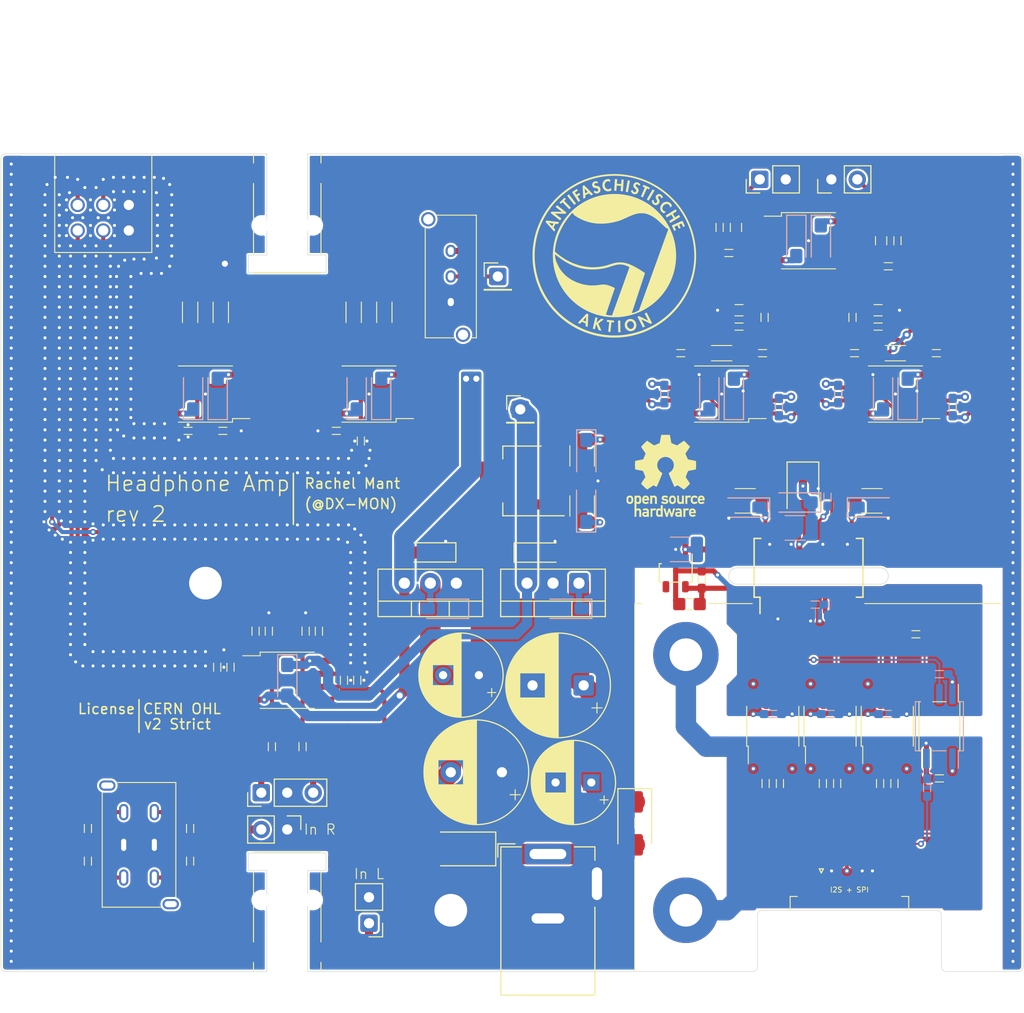
<source format=kicad_pcb>
(kicad_pcb (version 20221018) (generator pcbnew)
  (layers (0 "F.Cu" signal) (1 "In1.Cu" power) (2 "In2.Cu" signal) (31 "B.Cu" power) (34 "B.Paste" user) (35 "F.Paste" user) (36 "B.SilkS" user "B.Silkscreen") (37 "F.SilkS" user "F.Silkscreen") (38 "B.Mask" user) (39 "F.Mask" user) (44 "Edge.Cuts" user))
  (net 0 "")
  (net 1 "Net-(C7-Pad1)")
  (net 2 "GND")
  (net 3 "Net-(C8-Pad1)")
  (net 4 "/Preamp, and Amp/GAIN_L")
  (net 5 "Net-(C9-Pad2)")
  (net 6 "/Preamp, and Amp/GAIN_R")
  (net 7 "Net-(C10-Pad2)")
  (net 8 "/Preamp, and Amp/L")
  (net 9 "Net-(C11-Pad2)")
  (net 10 "/Preamp, and Amp/R")
  (net 11 "Net-(C12-Pad2)")
  (net 12 "/Power Supplies/+18V")
  (net 13 "/Power Supplies/-18V")
  (net 14 "+12V")
  (net 15 "-12V")
  (net 16 "+5V")
  (net 17 "+3.3VA")
  (net 18 "/DAC/IOUTL+")
  (net 19 "/DAC/VOUTL+")
  (net 20 "/DAC/IOUTL-")
  (net 21 "/DAC/VOUTL-")
  (net 22 "/DAC/IOUTR+")
  (net 23 "/DAC/VOUTR+")
  (net 24 "/DAC/IOUTR-")
  (net 25 "/DAC/VOUTR-")
  (net 26 "Net-(C40-Pad2)")
  (net 27 "Net-(C41-Pad1)")
  (net 28 "Net-(C42-Pad1)")
  (net 29 "/DAC/OUTL")
  (net 30 "Net-(C43-Pad1)")
  (net 31 "Net-(C44-Pad1)")
  (net 32 "/DAC/OUTR")
  (net 33 "GNDD")
  (net 34 "+3V3")
  (net 35 "Net-(D1-Pad2)")
  (net 36 "/Preamp, and Amp/PRE_R")
  (net 37 "/Preamp, and Amp/PRE_L")
  (net 38 "Net-(J3-PadR)")
  (net 39 "Net-(J3-PadT)")
  (net 40 "Net-(R3-Pad2)")
  (net 41 "Net-(R4-Pad2)")
  (net 42 "Net-(R9-Pad1)")
  (net 43 "Net-(R10-Pad1)")
  (net 44 "Net-(R13-Pad1)")
  (net 45 "/Preamp, and Amp/AMP_L")
  (net 46 "Net-(R14-Pad1)")
  (net 47 "Net-(R15-Pad1)")
  (net 48 "/Preamp, and Amp/AMP_R")
  (net 49 "Net-(R16-Pad1)")
  (net 50 "Net-(R17-Pad2)")
  (net 51 "/COPI")
  (net 52 "Net-(R34-Pad2)")
  (net 53 "/SCLK")
  (net 54 "Net-(R35-Pad2)")
  (net 55 "/AR{slash}~{L}")
  (net 56 "Net-(R36-Pad2)")
  (net 57 "/ADAT")
  (net 58 "Net-(R37-Pad2)")
  (net 59 "/SYS_CLK")
  (net 60 "Net-(R38-Pad2)")
  (net 61 "/ACLK")
  (net 62 "Net-(R39-Pad2)")
  (net 63 "/~{CS}")
  (net 64 "Net-(R40-Pad2)")
  (net 65 "Net-(R41-Pad1)")
  (net 66 "/Digital Interface/CIPO·")
  (net 70 "/Digital Interface/AR{slash}~{L}·")
  (net 71 "/Digital Interface/ADAT·")
  (net 72 "/Digital Interface/ACLK·")
  (net 73 "/Digital Interface/SYS_CLK·")
  (net 74 "/Digital Interface/~{CS}·")
  (net 75 "/Digital Interface/COPI·")
  (net 76 "/Digital Interface/SCLK·")
  (net 78 "Net-(C27-Pad2)")
  (net 79 "/CIPO")
  (net 80 "Net-(J2-Pad1)")
  (net 81 "Net-(C39-Pad1)")
  (net 82 "Net-(C39-Pad2)")
  (net 83 "Net-(C40-Pad1)")
  (footprint "rhais_rcl:R0603" (layer "F.Cu") (at 170.3 67.2 -90)
    (fp_text reference "R31")
    (fp_text value "200R" hide)
  )
  (footprint "rhais_diode:D_SMA" (layer "F.Cu") (at 162 125.5 -90)
    (fp_text reference "D1")
    (fp_text value "B160-13-F" hide)
  )
  (footprint "rhais_rcl:R0603" (layer "F.Cu") (at 129.8 106.7 -90)
    (fp_text reference "R5")
    (fp_text value "10k" hide)
  )
  (footprint "rhais_rcl:R0603" (layer "F.Cu") (at 121.7 87.1 180)
    (fp_text reference "R11")
    (fp_text value "40k2" hide)
  )
  (footprint "rhais_rcl:C1210" (layer "F.Cu") (at 172.8 93.95)
    (fp_text reference "C36")
    (fp_text value "0u1" hide)
  )
  (footprint "rhais_rcl:C0603" (layer "F.Cu") (at 133.55 111.5 90)
    (fp_text reference "C9")
    (fp_text value "220p" hide)
  )
  (footprint "rhais_rcl:R0603" (layer "F.Cu") (at 176.1 84.775 -90)
    (fp_text reference "R18")
    (fp_text value "820R" hide)
  )
  (footprint "rhais_package-smd:SO-8_5.3x5.3mm_P1.27mm" (layer "F.Cu") (at 187.5 83.5 180)
    (fp_text reference "U5")
    (fp_text value "NJM5532M" hide)
  )
  (footprint "rhais_rcl:R0603" (layer "F.Cu") (at 174.8 121.6 90)
    (fp_text reference "R36")
    (fp_text value "1k" hide)
  )
  (footprint "rhais_package-smd:SO-8_5.3x5.3mm_P1.27mm" (layer "F.Cu") (at 170.5 83.5 180)
    (fp_text reference "U4")
    (fp_text value "NJM5532M" hide)
  )
  (footprint "rhais_connector-pinheader:PinHeader_1x03_P2.54mm_Vertical" (layer "F.Cu") (at 128 122.5 90)
    (fp_text reference "J1")
    (fp_text value "Preamp Input" hide)
  )
  (footprint "rhais_rcl:R0603" (layer "F.Cu") (at 186 121.6 90)
    (fp_text reference "R34")
    (fp_text value "1k" hide)
  )
  (footprint "rhais_rcl:C1206" (layer "F.Cu") (at 187.5 79.5)
    (fp_text reference "C40")
    (fp_text value "27n" hide)
  )
  (footprint "rhais_rcl:R0603" (layer "F.Cu") (at 191.5 79.5)
    (fp_text reference "R24")
    (fp_text value "220R" hide)
  )
  (footprint "rhais_rcl:R0603" (layer "F.Cu") (at 187.4 121.6 90)
    (fp_text reference "R35")
    (fp_text value "1k" hide)
  )
  (footprint "rhais_connector-pinheader:PinHeader_1x02_P2.54mm_Vertical" (layer "F.Cu") (at 182.5 62.5 90)
    (fp_text reference "J9")
    (fp_text value "Out L" hide)
  )
  (footprint "rhais_rcl:R0603" (layer "F.Cu") (at 187.7 68.5 -90)
    (fp_text reference "R33")
    (fp_text value "200R" hide)
  )
  (footprint "rhais_package-to:TO-220-3_Vertical" (layer "F.Cu") (at 142 102 180)
    (fp_text reference "U8")
    (fp_text value "L7912ACV" hide)
  )
  (footprint "rhais_rcl:R0603" (layer "F.Cu") (at 126.2 106.7 -90)
    (fp_text reference "R6")
    (fp_text value "10k" hide)
  )
  (footprint "rhais_rcl:C0805" (layer "F.Cu") (at 185.8 75.3)
    (fp_text reference "C43")
    (fp_text value "8n2" hide)
  )
  (footprint "rhais_rcl:C1206" (layer "F.Cu") (at 170.5 79.5)
    (fp_text reference "C39")
    (fp_text value "27n" hide)
  )
  (footprint "rhais_rcl:R0603" (layer "F.Cu") (at 174.7 76 -90)
    (fp_text reference "R26")
    (fp_text value "180R" hide)
  )
  (footprint "rhais_rcl:C0603" (layer "F.Cu") (at 118.3 87.1)
    (fp_text reference "C11")
    (fp_text value "2n2" hide)
  )
  (footprint "rhais_rcl:R0603" (layer "F.Cu") (at 186.8 71)
    (fp_text reference "R29")
    (fp_text value "180R" hide)
  )
  (footprint "MountingHole:MountingHole_3.2mm_M3_Pad" (layer "F.Cu") (at 120 102)
    (fp_text reference "H1" hide)
    (fp_text value "MountingHole_Pad" hide)
  )
  (footprint "rhais_rcl:C0805" (layer "F.Cu") (at 186.1 68.5 90)
    (fp_text reference "C44")
    (fp_text value "8n2" hide)
  )
  (footprint "rhais_rcl:R0603" (layer "F.Cu") (at 108.5 129.2 90)
    (fp_text reference "R10")
    (fp_text value "274R" hide)
  )
  (footprint "rhais_rcl:R1206" (layer "F.Cu") (at 134.5 75.5 90)
    (fp_text reference "R16")
    (fp_text value "1R" hide)
  )
  (footprint "rhais_switch:PN1x-30EQ" (layer "F.Cu") (at 144 72 -90)
    (fp_text reference "SW1")
    (fp_text value "SW_SPDT" hide)
  )
  (footprint "rhais_rcl:R0603" (layer "F.Cu") (at 174.5 79.5)
    (fp_text reference "R22")
    (fp_text value "220R" hide)
  )
  (footprint "rhais_package-smd:SO-5_4.4x3.6mm_P1.27mm" (layer "F.Cu") (at 191.8 116 -90)
    (fp_text reference "U16")
    (fp_text value "ACPL-M61L" hide)
  )
  (footprint "rhais_connector-lumberg:1503-02" (layer "F.Cu") (at 128 134.3 90)
    (fp_text reference "J3")
    (fp_text value "1503_02" hide)
    (fp_line (start -5.7 -2) (end 4.2 -2) (stroke (width 0.05)) (layer "Edge.Cuts"))
    (fp_line (start 4.2 -3.8) (end 4.2 -2) (stroke (width 0.05)) (layer "Edge.Cuts"))
    (fp_line (start 4.2 -3.8) (end 5.9 -3.8) (stroke (width 0.05)) (layer "Edge.Cuts"))
    (fp_line (start 4.2 2) (end -5.7 2) (stroke (width 0.05)) (layer "Edge.Cuts"))
    (fp_line (start 4.2 3.8) (end 4.2 2) (stroke (width 0.05)) (layer "Edge.Cuts"))
    (fp_line (start 4.2 3.8) (end 5.9 3.8) (stroke (width 0.05)) (layer "Edge.Cuts"))
    (fp_line (start 5.9 -3.8) (end 5.9 3.8) (stroke (width 0.05)) (layer "Edge.Cuts"))
  )
  (footprint "rhais_rcl:C0805" (layer "F.Cu") (at 171.9 67.2 90)
    (fp_text reference "C42")
    (fp_text value "8n2" hide)
  )
  (footprint "rhais_rcl:R0603" (layer "F.Cu") (at 181.9 83.5 -90)
    (fp_text reference "R21")
    (fp_text value "820R" hide)
  )
  (footprint "rhais_rcl:R0603" (layer "F.Cu") (at 126.5 118 90)
    (fp_text reference "R2")
    (fp_text value "274R" hide)
  )
  (footprint "rhais_rcl:R0603" (layer "F.Cu") (at 189.5 107 180)
    (fp_text reference "R41")
    (fp_text value "1k" hide)
  )
  (footprint "rhais_bourns:PTD902" (layer "F.Cu") (at 110 65 -90)
    (fp_text reference "RV1")
    (fp_text value "10k" hide)
  )
  (footprint "rhais_connector-pinheader:PinHeader_1x01_P2.54mm_Vertical" (layer "F.Cu") (at 150.8 85)
    (fp_text reference "J11")
    (fp_text value "Router Power")
  )
  (footprint "rhais_rcl:R1206" (layer "F.Cu") (at 118.5 75.5 90)
    (fp_text reference "R14")
    (fp_text value "1R" hide)
  )
  (footprint "rhais_package-smd:SO-8_3.9x4.9mm_P1.27mm" (layer "F.Cu") (at 181.1 116 90)
    (fp_text reference "U15")
    (fp_text value "ACPL-064L" hide)
  )
  (footprint "rhais_rcl:R0603" (layer "F.Cu") (at 129.5 118 90)
    (fp_text reference "R1")
    (fp_text value "274R" hide)
  )
  (footprint "rhais_rcl:R0603" (layer "F.Cu") (at 164.9 83.5 -90)
    (fp_text reference "R19")
    (fp_text value "820R" hide)
  )
  (footprint "rhais_rcl:C0805" (layer "F.Cu") (at 167.35 104.05)
    (fp_text reference "C46")
    (fp_text value "10u" hide)
  )
  (footprint "rhais_rcl:C1210" (layer "F.Cu") (at 156.85 89.55 -90)
    (fp_text reference "C26")
    (fp_text value "0u1" hide)
  )
  (footprint "rhais_rcl:C0603" (layer "F.Cu") (at 124.9 106.7 90)
    (fp_text reference "C8")
    (fp_text value "220p" hide)
  )
  (footprint "rhais_rcl:CP_Radial_D10.0mm_P5.00mm" (layer "F.Cu") (at 154.5 112 180)
    (fp_text reference "C13")
    (fp_text value "680u" hide)
  )
  (footprint "rhais_rcl:C0603" (layer "F.Cu") (at 168.55 101.65 90)
    (fp_text reference "C25")
    (fp_text value "0u1" hide)
  )
  (footprint "rhais_rcl:CP_EIA-3216-18_A" (layer "F.Cu") (at 152.7 99)
    (fp_text reference "C19")
    (fp_text value "10u" hide)
  )
  (footprint "rhais_rcl:R0603" (layer "F.Cu") (at 118.5 126 90)
    (fp_text reference "R4")
    (fp_text value "274R" hide)
  )
  (footprint "rhais_rcl:R1206" (layer "F.Cu") (at 121.5 75.5 90)
    (fp_text reference "R13")
    (fp_text value "1R" hide)
  )
  (footprint "rhais_package-smd:SOT-223" (layer "F.Cu") (at 151 92 180)
    (fp_text reference "U9")
    (fp_text value "MCP1755ST-5002xDB" hide)
  )
  (footprint "rhais_rcl:R0603" (layer "F.Cu") (at 181.8 121.6 90)
    (fp_text reference "R40")
    (fp_text value "1k" hide)
  )
  (footprint "rhais_switch:PN2x-30EQ" (layer "F.Cu") (at 113.5 127.6 90)
    (fp_text reference "SW2")
    (fp_text value "Gain Select")
  )
  (footprint "rhais_package-smd:SO-8_5.3x5.3mm_P1.27mm" (layer "F.Cu") (at 128 111.5)
    (fp_text reference "U1")
    (fp_text value "NJM2068M" hide)
  )
  (footprint "rhais_rcl:C0603" (layer "F.Cu") (at 191.8 121.1)
    (fp_text reference "C50")
    (fp_text value "0u1" hide)
  )
  (footprint "rhais_rcl:R0603" (layer "F.Cu") (at 134.85 111.5 90)
    (fp_text reference "R7")
    (fp_text value "1k5" hide)
  )
  (footprint "rhais_rcl:R0603" (layer "F.Cu") (at 193.1 84.775 90)
    (fp_text reference "R20")
    (fp_text value "820R" hide)
  )
  (footprint "rhais_rcl:CP_EIA-3528-21_B" (layer "F.Cu") (at 178.45 92.95 -90)
    (fp_text reference "C27")
    (fp_text value "47u" hide)
  )
  (footprint "rhais_rcl:R0603" (layer "F.Cu") (at 183.5 79.5 180)
    (fp_text reference "R25")
    (fp_text value "220R" hide)
  )
  (footprint "rhais_rcl:C0603" (layer "F.Cu") (at 131.1 106.7 90)
    (fp_text reference "C7")
    (fp_text value "220p" hide)
  )
  (footprint "DX-MON:Antifaschistische-Aktion_Inv_600dpi" (layer "F.Cu") (at 160 70)
    (fp_text reference "G1" hide)
    (fp_text value "ANTIFA" hide)
  )
  (footprint "MountingHole:MountingHole_3.2mm_M3_Pad" (layer "F.Cu") (at 167 109)
    (fp_text reference "H3" hide)
    (fp_text value "MountingHole_Pad" hide)
  )
  (footprint "rhais_rcl:C0603" (layer "F.Cu") (at 122.45 110.225 90)
    (fp_text reference "C10")
    (fp_text value "220p" hide)
  )
  (footprint "rhais_package-smd:SO-8_5.3x5.3mm_P1.27mm" (layer "F.Cu") (at 120 83.5 180)
    (fp_text reference "U2")
    (fp_text value "NJM4556AM" hide)
  )
  (footprint "rhais_connector-pinheader:PinHeader_1x02_P2.54mm_Vertical" (layer "F.Cu") (at 136 134 180)
    (fp_text reference "J6")
    (fp_text value "In L")
  )
  (footprint "rhais_rcl:C1210" (layer "F.Cu") (at 185.2 93.95 180)
    (fp_text reference "C38")
    (fp_text value "0u1" hide)
  )
  (footprint "rhais_rcl:R0603" (layer "F.Cu") (at 108.5 126 -90)
    (fp_text reference "R9")
    (fp_text value "1k" hide)
  )
  (footprint "rhais_rcl:C0805" (layer "F.Cu") (at 172.2 75.3 180)
    (fp_text reference "C41")
    (fp_text value "8n2" hide)
  )
  (footprint "rhais_rcl:CP_Radial_D8.0mm_P3.50mm" (layer "F.Cu") (at 145 111 180)
    (fp_text reference "C16")
    (fp_text value "330u" hide)
  )
  (footprint "rhais_rcl:R0603" (layer "F.Cu") (at 118.5 129.2 -90)
    (fp_text reference "R3")
    (fp_text value "1k" hide)
  )
  (footprint "rhais_rcl:C0603" (layer "F.Cu") (at 135.2 88.1 90)
    (fp_text reference "C12")
    (fp_text value "2n2" hide)
  )
  (footprint "rhais_package-smd:SO-8_3.9x4.9mm_P1.27mm" (layer "F.Cu") (at 186.7 116 90)
    (fp_text reference "U12")
    (fp_text value "ACPL-064L" hide)
  )
  (footprint "rhais_rcl:R0603" (layer "F.Cu") (at 180.4 121.6 90)
    (fp_text reference "R39")
    (fp_text value "1k" hide)
  )
  (footprint "rhais_connector-jack:BarrelJack_GCT_DCJ200-10-A_Horizontal" (layer "F.Cu") (at 153.5 128.5)
    (fp_text reference "J10")
    (fp_text value "Barrel_Jack_Switch" hide)
  )
  (footprint "rhais_rcl:CP_EIA-3216-18_A" (layer "F.Cu") (at 142 99 180)
    (fp_text reference "C20")
    (fp_text value "10u" hide)
  )
  (footprint "rhais_rcl:R1206" (layer "F.Cu") (at 137.5 75.5 90)
    (fp_text reference "R15")
    (fp_text value "1R" hide)
  )
  (footprint "DX-MON:SSOP-28_5.3x10.2mm_P0.65mm" (layer "F.Cu") (at 179 100.5 90)
    (fp_text reference "U11")
    (fp_text value "PCM1796DB" hide)
  )
  (footprint "rhais_connector-pinheader:PinHeader_1x01_P2.54mm_Vertical" (layer "F.Cu") (at 148.6 72)
    (fp_text reference "J2")
    (fp_text value "Source")
  )
  (footprint "MountingHole:MountingHole_3.2mm_M3_Pad" (layer "F.Cu") (at 167 134)
    (fp_text reference "H4" hide)
    (fp_text value "MountingHole_Pad" hide)
  )
  (footprint "rhais_package-smd:SO-8_3.9x4.9mm_P1.27mm" (layer "F.Cu") (at 175.5 116 90)
    (fp_text reference "U13")
    (fp_text value "ACPL-064L" hide)
  )
  (footprint "rhais_diode:D_SMA" (layer "F.Cu") (at 145 128 180)
    (fp_text reference "D2")
    (fp_text value "B160-13-F" hide)
  )
  (footprint "rhais_connector-te:1-17345952-2_1x12-1MP_P0.5mm_Horizontal" (layer "F.Cu") (at 183 130.5)
    (fp_text reference "J7")
    (fp_text value "I2S + SPI")
  )
  (footprint "rhais_package-smd:SO-8_5.3x5.3mm_P1.27mm" (layer "F.Cu") (at 136 83.5 180)
    (fp_text reference "U3")
    (fp_text value "NJM4556AM" hide)
  )
  (footprint "rhais_rcl:R0603" (layer "F.Cu") (at 121.15 110.225 90)
    (fp_text reference "R8")
    (fp_text value "1k5" hide)
  )
  (footprint "rhais_connector-lumberg:1503-02" (layer "F.Cu") (at 128 65.7 -90)
    (fp_text reference "J4")
    (fp_text value "1503_02" hide)
    (fp_line (start -5.7 -2) (end 4.2 -2) (stroke (width 0.05)) (layer "Edge.Cuts"))
    (fp_line (start 4.2 -3.8) (end 4.2 -2) (stroke (width 0.05)) (layer "Edge.Cuts"))
    (fp_line (start 4.2 -3.8) (end 5.9 -3.8) (stroke (width 0.05)) (layer "Edge.Cuts"))
    (fp_line (start 4.2 2) (end -5.7 2) (stroke (width 0.05)) (layer "Edge.Cuts"))
    (fp_line (start 4.2 3.8) (end 4.2 2) (stroke (width 0.05)) (layer "Edge.Cuts"))
    (fp_line (start 4.2 3.8) (end 5.9 3.8) (stroke (width 0.05)) (layer "Edge.Cuts"))
    (fp_line (start 5.9 -3.8) (end 5.9 3.8) (stroke (width 0.05)) (layer "Edge.Cuts"))
  )
  (footprint "rhais_rcl:R0603" (layer "F.Cu") (at 172.2 76.9)
    (fp_text reference "R30")
    (fp_text value "200R" hide)
  )
  (footprint "rhais_connector-pinheader:PinHeader_1x02_P2.54mm_Vertical" (layer "F.Cu") (at 175.5 62.5 90)
    (fp_text reference "J8")
    (fp_text value "Out R" hide)
  )
  (footprint "rhais_package-smd:SOT-23-5" (layer "F.Cu") (at 166 101 -90)
    (fp_text reference "U10")
    (fp_text value "MIC5317" hide)
  )
  (footprint "rhais_rcl:CP_Radial_D10.0mm_P5.00mm" (layer "F.Cu") (at 146.5 120.5 180)
    (fp_text reference "C14")
    (fp_text value "680u" hide)
  )
  (footprint "rhais_connector-pinheader:PinHeader_1x02_P2.54mm_Vertical" (layer "F.Cu") (at 126.73 126.1 -90)
    (fp_text reference "J5")
    (fp_text value "In R")
  )
  (footprint "rhais_rcl:C1210" (layer "F.Cu") (at 156.85 94.45 90)
    (fp_text reference "C21")
    (fp_text value "0u1" hide)
  )
  (footprint "rhais_rcl:R0603" (layer "F.Cu") (at 171.2 69.7 180)
    (fp_text reference "R27")
    (fp_text value "180R" hide)
  )
  (footprint "Symbol:OSHW-Logo_7.5x8mm_SilkScreen" (layer "F.Cu") (at 165 91.5)
    (fp_text reference "G2" hide)
    (fp_text value "OSHW-Logo_7.5x8mm_SilkScreen" hide)
  )
  (footprint "rhais_rcl:R0603" (layer "F.Cu") (at 176.2 121.6 90)
    (fp_text reference "R37")
    (fp_text value "1k" hide)
  )
  (footprint "rhais_rcl:CP_Radial_D8.0mm_P3.50mm" (layer "F.Cu") (at 156 121.5 180)
    (fp_text reference "C15")
    (fp_text value "330u" hide)
  )
  (footprint "rhais_rcl:R0603" (layer "F.Cu") (at 166.5 79.5 180)
    (fp_text reference "R23")
    (fp_text value "220R" hide)
  )
  (footprint "MountingHole:MountingHole_3.2mm_M3_Pad" (layer "F.Cu") (at 144 134)
    (fp_text reference "H2" hide)
    (fp_text value "MountingHole_Pad" hide)
  )
  (footprint "rhais_rcl:R0603" (layer "F.Cu") (at 185.8 76.9 180)
    (fp_text reference "R32")
    (fp_text value "200R" hide)
  )
  (footprint "rhais_package-to:TO-220-3_Vertical" (layer "F.Cu") (at 154 102 180)
    (fp_text reference "U7")
    (fp_text value "L7812ACV" hide)
  )
  (footprint "rhais_rcl:R0603" (layer "F.Cu") (at 183.3 76 -90)
    (fp_text reference "R28")
    (fp_text value "180R" hide)
  )
  (footprint "rhais_rcl:R0603" (layer "F.Cu") (at 132.8 87.1)
    (fp_text reference "R12")
    (fp_text value "40k2" hide)
  )
  (footprint "rhais_package-smd:SO-8_5.3x5.3mm_P1.27mm" (layer "F.Cu") (at 179 68.5)
    (fp_text reference "U6")
    (fp_text value "NJM5532M" hide)
  )
  (footprint "rhais_rcl:CP_EIA-3216-18_A" (layer "B.Cu") (at 171.7 83.5 90)
    (fp_text reference "C2")
    (fp_text value "10u" hide)
  )
  (footprint "rhais_rcl:CP_EIA-3216-18_A" (layer "B.Cu") (at 134.8 83.5 90)
    (fp_text reference "C55")
    (fp_text value "0u47" hide)
  )
  (footprint "rhais_rcl:CP_EIA-3216-18_A" (layer "B.Cu") (at 143.25 104.5 180)
    (fp_text reference "C18")
    (fp_text value "1u" hide)
  )
  (footprint "rhais_rcl:C1210" (layer "B.Cu") (at 177.7 96.6)
    (fp_text reference "C32")
    (fp_text value "0u1" hide)
  )
  (footprint "rhais_rcl:R0603" (layer "B.Cu") (at 190.6 122 90)
    (fp_text reference "R38")
    (fp_text value "1k" hide)
  )
  (footprint "rhais_rcl:C0603" (layer "B.Cu") (at 181.9 83.5 -90)
    (fp_text reference "C35")
    (fp_text value "2n7" hide)
  )
  (footprint "rhais_rcl:C0603" (layer "B.Cu") (at 179.65 104.1)
    (fp_text reference "C45")
    (fp_text value "0u1" hide)
  )
  (footprint "rhais_rcl:CP_EIA-3216-18_A" (layer "B.Cu") (at 157.25 89.5 -90)
    (fp_text reference "C24")
    (fp_text value "1u" hide)
  )
  (footprint "rhais_package-smd:SO-5_4.4x4.3mm_P1.27mm" (layer "B.Cu") (at 191.8 116 90)
    (fp_text reference "U14")
    (fp_text value "APS1551SZ" hide)
  )
  (footprint "rhais_rcl:CP_EIA-3216-18_A" (layer "B.Cu") (at 128 111.5 -90)
    (fp_text reference "C52")
    (fp_text value "0u47" hide)
  )
  (footprint "rhais_rcl:CP_EIA-3216-18_A" (layer "B.Cu") (at 186.3 83.5 90)
    (fp_text reference "C3")
    (fp_text value "10u" hide)
  )
  (footprint "rhais_rcl:R0603" (layer "B.Cu") (at 180.85 93.6 -90)
    (fp_text reference "R17")
    (fp_text value "10k" hide)
  )
  (footprint "rhais_rcl:CP_EIA-3216-18_A" (layer "B.Cu") (at 137.2 83.5 90)
    (fp_text reference "C56")
    (fp_text value "0u47" hide)
  )
  (footprint "rhais_rcl:CP_EIA-3216-18_A" (layer "B.Cu") (at 188.7 83.5 90)
    (fp_text reference "C4")
    (fp_text value "10u" hide)
  )
  (footprint "rhais_rcl:C1210" (layer "B.Cu") (at 166.475 98.7 180)
    (fp_text reference "C22")
    (fp_text value "0u1" hide)
  )
  (footprint "rhais_rcl:CP_EIA-3216-18_A" (layer "B.Cu") (at 185.3 94.6)
    (fp_text reference "C33")
    (fp_text value "10u" hide)
  )
  (footprint "rhais_rcl:C0603" (layer "B.Cu") (at 175.5 114.8 180)
    (fp_text reference "C48")
    (fp_text value "0u1" hide)
  )
  (footprint "rhais_rcl:CP_EIA-3216-18_A" (layer "B.Cu") (at 121.2 83.5 90)
    (fp_text reference "C54")
    (fp_text value "0u47" hide)
  )
  (footprint "rhais_rcl:CP_EIA-3216-18_A" (layer "B.Cu") (at 157.25 94.5 90)
    (fp_text reference "C23")
    (fp_text value "1u" hide)
  )
  (footprint "rhais_rcl:CP_EIA-3216-18_A" (layer "B.Cu") (at 177.8 68.5 -90)
    (fp_text reference "C6")
    (fp_text value "10u" hide)
  )
  (footprint "rhais_rcl:CP_EIA-3216-18_A" (layer "B.Cu") (at 169.3 83.5 90)
    (fp_text reference "C1")
    (fp_text value "10u" hide)
  )
  (footprint "rhais_rcl:CP_EIA-3216-18_A" (layer "B.Cu") (at 172.7 94.6 180)
    (fp_text reference "C37")
    (fp_text value "10u" hide)
  )
  (footprint "rhais_rcl:C0603" (layer "B.Cu") (at 181.1 114.8 180)
    (fp_text reference "C51")
    (fp_text value "0u1" hide)
  )
  (footprint "rhais_rcl:C0603" (layer "B.Cu") (at 193.1 84.775 -90)
    (fp_text reference "C34")
    (fp_text value "2n7" hide)
  )
  (footprint "rhais_rcl:C0603" (layer "B.Cu") (at 176.1 84.775 -90)
    (fp_text reference "C29")
    (fp_text value "2n7" hide)
  )
  (footprint "rhais_rcl:CP_EIA-3216-18_A" (layer "B.Cu") (at 177.7 94.1 180)
    (fp_text reference "C31")
    (fp_text value "10u" hide)
  )
  (footprint "rhais_rcl:CP_EIA-3216-18_A" (layer "B.Cu") (at 118.8 83.5 90)
    (fp_text reference "C53")
    (fp_text value "0u47" hide)
  )
  (footprint "rhais_rcl:C0603" (layer "B.Cu") (at 186.7 114.8 180)
    (fp_text reference "C47")
    (fp_text value "0u1" hide)
  )
  (footprint "rhais_rcl:CP_EIA-3216-18_A" (layer "B.Cu") (at 155.3 104.5 180)
    (fp_text reference "C17")
    (fp_text value "1u" hide)
  )
  (footprint "rhais_rcl:C0603" (layer "B.Cu") (at 191.8 110.9)
    (fp_text reference "C49")
    (fp_text value "0u1" hide)
  )
  (footprint "rhais_rcl:C0603" (layer "B.Cu") (at 164.9 83.5 -90)
    (fp_text reference "C30")
    (fp_text value "2n7" hide)
  )
  (footprint "rhais_rcl:CP_EIA-3216-18_A" (layer "B.Cu") (at 180.2 68.5 -90)
    (fp_text reference "C5")
    (fp_text value "10u" hide)
  )
  (gr_line (start 162 121.9) (end 162 104) (stroke (width 0.1)) (layer "F.SilkS"))
  (gr_line (start 162 139.9) (end 162 129) (stroke (width 0.1)) (layer "F.SilkS"))
  (gr_line (start 169.2 104) (end 173.5 104) (stroke (width 0.1)) (layer "F.SilkS"))
  (gr_line (start 128.6 91.25) (end 128.6 96.25) (stroke (width 0.15)) (layer "F.SilkS"))
  (gr_line (start 184.5 104) (end 197.8 104) (stroke (width 0.1)) (layer "F.SilkS"))
  (gr_line (start 162 126) (end 162 125) (stroke (width 0.1)) (layer "F.SilkS"))
  (gr_line (start 113.5 113.4) (end 113.5 116.6) (stroke (width 0.15)) (layer "F.SilkS"))
  (gr_line (start 162 104) (end 162.7 104) (stroke (width 0.1)) (layer "F.SilkS"))
  (gr_arc (start 186 100.5) (mid 186.8 101.3) (end 186 102.1) (stroke (width 0.05)) (layer "Edge.Cuts"))
  (gr_arc locked (start 100.5 140) (mid 100.146447 139.853553) (end 100 139.5) (stroke (width 0.05)) (layer "Edge.Cuts"))
  (gr_line locked (start 130 140) (end 173.5 140) (stroke (width 0.05)) (layer "Edge.Cuts"))
  (gr_arc locked (start 200 139.5) (mid 199.853553 139.853553) (end 199.5 140) (stroke (width 0.05)) (layer "Edge.Cuts"))
  (gr_line locked (start 100.5 60) (end 126 60) (stroke (width 0.05)) (layer "Edge.Cuts"))
  (gr_arc locked (start 192.5 140) (mid 192.146447 139.853553) (end 192 139.5) (stroke (width 0.05)) (layer "Edge.Cuts"))
  (gr_line locked (start 192 139.5) (end 192 134.5) (stroke (width 0.05)) (layer "Edge.Cuts"))
  (gr_line locked (start 199.5 140) (end 192.5 140) (stroke (width 0.05)) (layer "Edge.Cuts"))
  (gr_line (start 172 100.5) (end 186 100.5) (stroke (width 0.05)) (layer "Edge.Cuts"))
  (gr_arc locked (start 191.5 134) (mid 191.853553 134.146447) (end 192 134.5) (stroke (width 0.05)) (layer "Edge.Cuts"))
  (gr_arc locked (start 174 134.5) (mid 174.146447 134.146447) (end 174.5 134) (stroke (width 0.05)) (layer "Edge.Cuts"))
  (gr_arc locked (start 100 60.5) (mid 100.146447 60.146447) (end 100.5 60) (stroke (width 0.05)) (layer "Edge.Cuts"))
  (gr_arc (start 172 102.1) (mid 171.2 101.3) (end 172 100.5) (stroke (width 0.05)) (layer "Edge.Cuts"))
  (gr_line locked (start 100 139.5) (end 100 60.5) (stroke (width 0.05)) (layer "Edge.Cuts"))
  (gr_line locked (start 200 139.5) (end 200 60.5) (stroke (width 0.05)) (layer "Edge.Cuts"))
  (gr_line locked (start 174 134.5) (end 174 139.5) (stroke (width 0.05)) (layer "Edge.Cuts"))
  (gr_arc locked (start 199.5 60) (mid 199.853553 60.146447) (end 200 60.5) (stroke (width 0.05)) (layer "Edge.Cuts"))
  (gr_arc locked (start 174 139.5) (mid 173.853553 139.853553) (end 173.5 140) (stroke (width 0.05)) (layer "Edge.Cuts"))
  (gr_line locked (start 100.5 140) (end 126 140) (stroke (width 0.05)) (layer "Edge.Cuts"))
  (gr_line (start 186 102.1) (end 172 102.1) (stroke (width 0.05)) (layer "Edge.Cuts"))
  (gr_line locked (start 174.5 134) (end 191.5 134) (stroke (width 0.05)) (layer "Edge.Cuts"))
  (gr_line locked (start 130 60) (end 199.5 60) (stroke (width 0.05)) (layer "Edge.Cuts"))
  (gr_text "v2 Strict" (at 113.9 115.8) (layer "F.SilkS") (effects (font (size 1 1)) (justify left)))
  (gr_text "rev 2" (at 110.1 95.25) (layer "F.SilkS") (effects (font (size 1.5 1.5)) (justify left)))
  (gr_text "License" (at 113.2 114.3) (layer "F.SilkS") (effects (font (size 1 1)) (justify right)))
  (gr_text "CERN OHL" (at 113.8 114.3) (layer "F.SilkS") (effects (font (size 1 1)) (justify left)))
  (gr_text "Rachel Mant" (at 129.6 92.25) (layer "F.SilkS") (effects (font (size 1 1)) (justify left)))
  (gr_text "Headphone Amp" (at 110.1 92.25) (layer "F.SilkS") (effects (font (size 1.5 1.5)) (justify left)))
  (gr_text "(@DX-MON)" (at 129.6 94.25) (layer "F.SilkS") (effects (font (size 1 1)) (justify left)))
  (segment (start 131.6 113.405) (end 129.505 113.405) (width 0.4) (layer "F.Cu") (net 1))
  (segment (start 129.5 117.15) (end 129.5 113.4) (width 0.4) (layer "F.Cu") (net 1))
  (segment (start 131.1 107.55) (end 129.8 107.55) (width 0.4) (layer "F.Cu") (net 1))
  (segment (start 129.5 113.4) (end 129.5 107.85) (width 0.4) (layer "F.Cu") (net 1))
  (segment (start 129.5 107.85) (end 129.8 107.55) (width 0.4) (layer "F.Cu") (net 1))
  (segment (start 129.505 113.405) (end 129.5 113.4) (width 0.4) (layer "F.Cu") (net 1))
  (segment (start 108.2 85) (end 108.09952 85.10048) (width 0.4) (layer "F.Cu") (net 2))
  (segment (start 130.89952 96.40048) (end 131 96.3) (width 0.4) (layer "F.Cu") (net 2))
  (segment (start 133.9 97.84785) (end 133.676075 97.623925) (width 0.4) (layer "F.Cu") (net 2))
  (segment (start 110.59952 78.10048) (end 110.59952 78.89952) (width 0.4) (layer "F.Cu") (net 2))
  (segment (start 105.59952 84.10048) (end 105.7 84) (width 0.4) (layer "F.Cu") (net 2))
  (segment (start 120.10048 96.40048) (end 120.89952 96.40048) (width 0.4) (layer "F.Cu") (net 2))
  (segment (start 136.1 89) (end 135.99952 88.89952) (width 0.4) (layer "F.Cu") (net 2))
  (segment (start 105.59952 64.89952) (end 105.59952 64.10048) (width 0.4) (layer "F.Cu") (net 2))
  (segment (start 108.09952 74.89952) (end 108.2 75) (width 0.4) (layer "F.Cu") (net 2))
  (segment (start 105.59952 82.89952) (end 105.59952 82.10048) (width 0.4) (layer "F.Cu") (net 2))
  (segment (start 114 87.8) (end 113.89952 87.69952) (width 0.4) (layer "F.Cu") (net 2))
  (segment (start 116 97.7) (end 116.10048 97.59952) (width 0.4) (layer "F.Cu") (net 2))
  (segment (start 135.49952 100.10048) (end 135.49952 100.89952) (width 0.4) (layer "F.Cu") (net 2))
  (segment (start 134 96.3) (end 134.047849 96.3) (width 0.4) (layer "F.Cu") (net 2))
  (segment (start 108.09952 86.89952) (end 108.2 87) (width 0.4) (layer "F.Cu") (net 2))
  (segment (start 108.09952 104.89952) (end 108.2 105) (width 0.4) (layer "F.Cu") (net 2))
  (segment (start 111.10048 109.99952) (end 111.89952 109.99952) (width 0.4) (layer "F.Cu") (net 2))
  (segment (start 107.40048 62.40048) (end 106.60048 62.40048) (width 0.4) (layer "F.Cu") (net 2))
  (segment (start 106.90048 100.89952) (end 106.90048 100.10048) (width 0.4) (layer "F.Cu") (net 2))
  (segment (start 111 89.8) (end 111.10048 89.90048) (width 0.4) (layer "F.Cu") (net 2))
  (segment (start 123.10048 97.59952) (end 123.89952 97.59952) (width 0.4) (layer "F.Cu") (net 2))
  (segment (start 114 97.7) (end 114.10048 97.59952) (width 0.4) (layer "F.Cu") (net 2))
  (segment (start 119 91.2) (end 118.89952 91.09952) (width 0.4) (layer "F.Cu") (net 2))
  (segment (start 106.8 103) (end 106.90048 102.89952) (width 0.4) (layer "F.Cu") (net 2))
  (segment (start 115 89.8) (end 115.10048 89.90048) (width 0.4) (layer "F.Cu") (net 2))
  (segment (start 144.54 102) (end 144.54 99.94) (width 1) (layer "F.Cu") (net 2))
  (segment (start 108.09952 102.89952) (end 108.2 103) (width 0.4) (layer "F.Cu") (net 2))
  (segment (start 104.300489 96.100489) (end 104.300489 96.289748) (width 0.4) (layer "F.Cu") (net 2))
  (segment (start 112.59952 84.10048) (end 112.7 84) (width 0.4) (layer "F.Cu") (net 2))
  (segment (start 104.40048 74.10048) (end 104.3 74) (width 0.4) (layer "F.Cu") (net 2))
  (segment (start 112.15215 87.6) (end 112.25167 87.69952) (width 0.4) (layer "F.Cu") (net 2))
  (segment (start 135.6 109.8) (end 135.49952 109.90048) (width 0.4) (layer "F.Cu") (net 2))
  (segment (start 104.40048 82.89952) (end 104.40048 82.10048) (width 0.4) (layer "F.Cu") (net 2))
  (segment (start 128 96.3) (end 128.10048 96.40048) (width 0.4) (layer "F.Cu") (net 2))
  (segment (start 130 89.8) (end 130.10048 89.90048) (width 0.4) (layer "F.Cu") (net 2))
  (segment (start 104.7 96.689259) (end 104.7 96.8) (width 0.4) (layer "F.Cu") (net 2))
  (segment (start 104.7 96.8) (end 104.800489 96.699511) (width 0.4) (layer "F.Cu") (net 2))
  (segment (start 106.90048 98.10048) (end 106.8 98) (width 0.4) (layer "F.Cu") (net 2))
  (segment (start 136 130.2) (end 136 132.73) (width 0.8) (layer "F.Cu") (net 2))
  (segment (start 135.6 99) (end 135.49952 99.10048) (width 0.4) (layer "F.Cu") (net 2))
  (segment (start 116.59952 66.89952) (end 116.59952 66.10048) (width 0.4) (layer "F.Cu") (net 2))
  (segment (start 114.10048 70.40048) (end 114.69952 70.40048) (width 0.4) (layer "F.Cu") (net 2))
  (segment (start 104.3 95) (end 104.40048 94.89952) (width 0.4) (layer "F.Cu") (net 2))
  (segment (start 106.4 65.454944) (end 107.044567 66.099511) (width 0.4) (layer "F.Cu") (net 2))
  (segment (start 105.40048 62.40048) (end 105.3 62.3) (width 0.4) (layer "F.Cu") (net 2))
  (segment (start 133.9 98) (end 134.05215 98) (width 0.4) (layer "F.Cu") (net 2))
  (segment (start 106.90048 100.10048) (end 106.8 100) (width 0.4) (layer "F.Cu") (net 2))
  (segment (start 104.800489 96.699511) (end 105.289748 96.699511) (width 0.4) (layer "F.Cu") (net 2))
  (segment (start 134.2 108) (end 134.30048 108.10048) (width 0.4) (layer "F.Cu") (net 2))
  (segment (start 128 97.7) (end 128.10048 97.59952) (width 0.4) (layer "F.Cu") (net 2))
  (segment (start 109.3 75) (end 109.40048 74.89952) (width 0.4) (layer "F.Cu") (net 2))
  (segment (start 108.2 82) (end 108.09952 82.10048) (width 0.4) (layer "F.Cu") (net 2))
  (segment (start 108.09952 89.89952) (end 108.2 90) (width 0.4) (layer "F.Cu") (net 2))
  (segment (start 104.40048 91.10048) (end 104.3 91) (width 0.4) (layer "F.Cu") (net 2))
  (segment (start 134.30048 104.89952) (end 134.2 105) (width 0.4) (layer "F.Cu") (net 2))
  (segment (start 116.59952 68.89952) (end 116.59952 68.10048) (width 0.4) (layer "F.Cu") (net 2))
  (segment (start 111.3 79) (end 111.40048 78.89952) (width 0.4) (layer "F.Cu") (net 2))
  (segment (start 111 96.3) (end 111.10048 96.40048) (width 0.4) (layer "F.Cu") (net 2))
  (segment (start 111.4 87) (end 111.55215 87) (width 0.4) (layer "F.Cu") (net 2))
  (segment (start 130.10048 97.59952) (end 130.89952 97.59952) (width 0.4) (layer "F.Cu") (net 2))
  (segment (start 117 96.3) (end 117.10048 96.40048) (width 0.4) (layer "F.Cu") (net 2))
  (segment (start 106.8 89) (end 106.90048 88.89952) (width 0.4) (layer "F.Cu") (net 2))
  (segment (start 116.5 63.15311) (end 116.59952 63.25263) (width 0.4) (layer "F.Cu") (net 2))
  (segment (start 113.89952 62.40048) (end 113.10048 62.40048) (width 0.4) (layer "F.Cu") (net 2))
  (segment (start 122 97.7) (end 122.10048 97.59952) (width 0.4) (layer "F.Cu") (net 2))
  (segment (start 135.79952 90) (end 135.99952 89.8) (width 0.4) (layer "F.Cu") (net 2))
  (segment (start 119.10048 97.59952) (end 119.89952 97.59952) (width 0.4) (layer "F.Cu") (net 2))
  (segment (start 122.89952 97.59952) (end 123 97.7) (width 0.4) (layer "F.Cu") (net 2))
  (segment (start 106.90048 103.10048) (end 106.8 103) (width 0.4) (layer "F.Cu") (net 2))
  (segment (start 112.59952 72.10048) (end 112.7 72) (width 0.4) (layer "F.Cu") (net 2))
  (segment (start 135.49952 98.10048) (end 135.49952 98.89952) (width 0.4) (layer "F.Cu") (net 2))
  (segment (start 112.1 70.4) (end 112.1 70.55215) (width 0.4) (layer "F.Cu") (net 2))
  (segment (start 120.89952 96.40048) (end 121 96.3) (width 0.4) (layer "F.Cu") (net 2))
  (segment (start 131.10048 91.09952) (end 131 91.2) (width 0.4) (layer "F.Cu") (net 2))
  (segment (start 116.59952 65.10048) (end 116.7 65) (width 0.4) (layer "F.Cu") (net 2))
  (segment (start 124 91.2) (end 123.89952 91.09952) (width 0.4) (layer "F.Cu") (net 2))
  (segment (start 114.69952 70.40048) (end 114.99952 70.40048) (width 0.4) (layer "F.Cu") (net 2))
  (segment (start 135.99952 89.8) (end 136 89.8) (width 0.4) (layer "F.Cu") (net 2))
  (segment (start 111.40048 77.10048) (end 111.3 77) (width 0.4) (layer "F.Cu") (net 2))
  (segment (start 108.09952 69.89952) (end 108.2 70) (width 0.4) (layer "F.Cu") (net 2))
  (segment (start 105.59952 89.89952) (end 105.59952 89.10048) (width 0.4) (layer "F.Cu") (net 2))
  (segment (start 106.90048 94.10048) (end 106.8 94) (width 0.4) (layer "F.Cu") (net 2))
  (segment (start 134 89.8) (end 133.89952 89.90048) (width 0.4) (layer "F.Cu") (net 2))
  (segment (start 133.10048 91.09952) (end 133 91.2) (width 0.4) (layer "F.Cu") (net 2))
  (segment (start 110.59952 83.10048) (end 110.59952 83.89952) (width 0.4) (layer "F.Cu") (net 2))
  (segment (start 118.89952 108.80048) (end 118.10048 108.80048) (width 0.4) (layer "F.Cu") (net 2))
  (segment (start 177.405 113.3) (end 177.405 114.795) (width 0.4) (layer "F.Cu") (net 2))
  (segment (start 112.89952 87.69952) (end 113 87.8) (width 0.4) (layer "F.Cu") (net 2))
  (segment (start 104.40048 80.10048) (end 104.3 80) (width 0.4) (layer "F.Cu") (net 2))
  (segment (start 106.90048 68.455424) (end 106.90048 68.89952) (width 0.4) (layer "F.Cu") (net 2))
  (segment (start 108.09952 108.10048) (end 108.2 108) (width 0.4) (layer "F.Cu") (net 2))
  (segment (start 112.59952 77.89952) (end 112.59952 77.10048) (width 0.4) (layer "F.Cu") (net 2))
  (segment (start 106.8 106) (end 106.90048 105.89952) (width 0.4) (layer "F.Cu") (net 2))
  (segment (start 115 62.3) (end 114.89952 62.40048) (width 0.4) (layer "F.Cu") (net 2))
  (segment (start 108.2 81) (end 108.09952 81.10048) (width 0.4) (layer "F.Cu") (net 2))
  (segment (start 106.8 96) (end 106.90048 95.89952) (width 0.4) (layer "F.Cu") (net 2))
  (segment (start 110.454944 66.1) (end 111.099511 65.455433) (width 0.4) (layer "F.Cu") (net 2))
  (segment (start 108.2 75) (end 108.09952 75.10048) (width 0.4) (layer "F.Cu") (net 2))
  (segment (start 114.10048 109.99952) (end 114.89952 109.99952) (width 0.4) (layer "F.Cu") (net 2))
  (segment (start 116 110.1) (end 116.10048 109.99952) (width 0.4) (layer "F.Cu") (net 2))
  (segment (start 134.10048 91.09952) (end 134 91.2) (width 0.4) (layer "F.Cu") (net 2))
  (segment (start 109.40048 73.89952) (end 109.40048 73.10048) (width 0.4) (layer "F.Cu") (net 2))
  (segment (start 112 62.3) (end 111.89952 62.40048) (width 0.4) (layer "F.Cu") (net 2))
  (segment (start 110.59952 85.10048) (end 110.59952 85.89952) (width 0.4) (layer "F.Cu") (net 2))
  (segment (start 109.40048 86.10048) (end 109.3 86) (width 0.4) (layer "F.Cu") (net 2))
  (segment (start 104.40048 64.10048) (end 104.3 64) (width 0.4) (layer "F.Cu") (net 2))
  (segment (start 105.7 69) (end 105.59952 68.89952) (width 0.4) (layer "F.Cu") (net 2))
  (segment (start 109.89952 109.99952) (end 110 110.1) (width 0.4) (layer "F.Cu") (net 2))
  (segment (start 105.7 89) (end 105.59952 88.89952) (width 0.4) (layer "F.Cu") (net 2))
  (segment (start 106.75167 63.59952) (end 106.90048 63.74833) (width 0.4) (layer "F.Cu") (net 2))
  (segment (start 108.09952 100.10048) (end 108.09952 100.89952) (width 0.4) (layer "F.Cu") (net 2))
  (segment (start 109.9 90.74785) (end 109.40048 90.248329) (width 0.4) (layer "F.Cu") (net 2))
  (segment (start 117.947849 86.3) (end 116.953111 86.3) (width 0.4) (layer "F.Cu") (net 2))
  (segment (start 108.2 102) (end 108.09952 102.10048) (width 0.4) (layer "F.Cu") (net 2))
  (segment (start 135.49952 98.89952) (end 135.6 99) (width 0.4) (layer "F.Cu") (net 2))
  (segment (start 121 89.8) (end 121.10048 89.90048) (width 0.4) (layer "F.Cu") (net 2))
  (segment (start 109.40048 76.10048) (end 109.3 76) (width 0.4) (layer "F.Cu") (net 2))
  (segment (start 106.400489 67.044567) (end 106.400489 67.955433) (width 0.4) (layer "F.Cu") (net 2))
  (segment (start 135.7 90.5) (end 135.54785 90.5) (width 0.4) (layer "F.Cu") (net 2))
  (segment (start 135.49952 108.10048) (end 135.49952 108.89952) (width 0.4) (layer "F.Cu") (net 2))
  (segment (start 135.873925 88.326076) (end 135.99952 88.451671) (width 0.4) (layer "F.Cu") (net 2))
  (segment (start 108.2 80) (end 108.09952 80.10048) (width 0.4) (layer "F.Cu") (net 2))
  (segment (start 120.4 109.99952) (end 120.625 110.22452) (width 0.4) (layer "F.Cu") (net 2))
  (segment (start 105.699511 95.699991) (end 105.59952 95.6) (width 0.4) (layer "F.Cu") (net 2))
  (segment (start 106.90048 96.10048) (end 106.90048 97.89952) (width 0.4) (layer "F.Cu") (net 2))
  (segment (start 114.7 71.7) (end 114.80048 71.59952) (width 0.4) (layer "F.Cu") (net 2))
  (segment (start 135.647369 111.15048) (end 135.64952 111.148329) (width 0.4) (layer "F.Cu") (net 2))
  (segment (start 115.10048 87.69952) (end 115 87.8) (width 0.4) (layer "F.Cu") (net 2))
  (segment (start 116.952151 87.9) (end 116.952631 87.89952) (width 0.4) (layer "F.Cu") (net 2))
  (segment (start 129.89952 96.40048) (end 130 96.3) (width 0.4) (layer "F.Cu") (net 2))
  (segment (start 112.59952 75.89952) (end 112.59952 75.10048) (width 0.4) (layer "F.Cu") (net 2))
  (segment (start 106.8 86) (end 106.90048 85.89952) (width 0.4) (layer "F.Cu") (net 2))
  (segment (start 104.40048 63.89952) (end 104.3 64) (width 0.4) (layer "F.Cu") (net 2))
  (segment (start 117.10048 109.99952) (end 117.89952 109.99952) (width 0.4) (layer "F.Cu") (net 2))
  (segment (start 125.89952 96.40048) (end 126 96.3) (width 0.4) (layer "F.Cu") (net 2))
  (segment (start 126.10048 89.90048) (end 126.89952 89.90048) (width 0.4) (layer "F.Cu") (net 2))
  (segment (start 111.40048 79.89952) (end 111.40048 79.10048) (width 0.4) (layer "F.Cu") (net 2))
  (segment (start 108.2 70) (end 108.09952 70.10048) (width 0.4) (layer "F.Cu") (net 2))
  (segment (start 104.3 77) (end 104.40048 76.89952) (width 0.4) (layer "F.Cu") (net 2))
  (segment (start 130.10048 91.1) (end 130 91.20048) (width 0.4) (layer "F.Cu") (net 2))
  (segment (start 115.40048 67.89952) (end 115.40048 67.10048) (width 0.4) (layer "F.Cu") (net 2))
  (segment (start 171.2 93.95) (end 171.2 95.65) (width 0.6) (layer "F.Cu") (net 2))
  (segment (start 110.59952 71.89952) (end 110.7 72) (width 0.4) (layer "F.Cu") (net 2))
  (segment (start 109.3 89) (end 109.40048 88.89952) (width 0.4) (layer "F.Cu") (net 2))
  (segment (start 113 91.2) (end 112.89952 91.09952) (width 0.4) (layer "F.Cu") (net 2))
  (segment (start 134.30048 98.89952) (end 134.2 99) (width 0.4) (layer "F.Cu") (net 2))
  (segment (start 118 91.2) (end 117.89952 91.09952) (width 0.4) (layer "F.Cu") (net 2))
  (segment (start 118 89.8) (end 118.10048 89.90048) (width 0.4) (layer "F.Cu") (net 2))
  (segment (start 108.09952 73.10048) (end 108.09952 73.89952) (width 0.4) (layer "F.Cu") (net 2))
  (segment (start 105.7 94) (end 105.59952 93.89952) (width 0.4) (layer "F.Cu") (net 2))
  (segment (start 116.7 64) (end 116.59952 63.89952) (width 0.4) (layer "F.Cu") (net 2))
  (segment (start 116 89.8) (end 116.10048 89.90048) (width 0.4) (layer "F.Cu") (net 2))
  (segment (start 113 110.1) (end 113.10048 109.99952) (width 0.4) (layer "F.Cu") (net 2))
  (segment (start 110.59952 86.10048) (end 110.59952 86.89952) (width 0.4) (layer "F.Cu") (net 2))
  (segment (start 134.30048 109.10048) (end 134.30048 109.69952) (width 0.4) (layer "F.Cu") (net 2))
  (segment (start 134.7 88.1) (end 134.6 88.1) (width 0.4) (layer "F.Cu") (net 2))
  (segment (start 121.10048 96.40048) (end 121.89952 96.40048) (width 0.4) (layer "F.Cu") (net 2))
  (segment (start 118.10048 108.80048) (end 118 108.7) (width 0.4) (layer "F.Cu") (net 2))
  (segment (start 129.8 105.85) (end 131.1 105.85) (width 0.4) (layer "F.Cu") (net 2))
  (segment (start 112.59952 74.89952) (end 112.59952 74.10048) (width 0.4) (layer "F.Cu") (net 2))
  (segment (start 135.49952 104.10048) (end 135.49952 104.89952) (width 0.4) (layer "F.Cu") (net 2))
  (segment (start 111.40048 72.89952) (end 111.40048 72.10048) (width 0.4) (layer "F.Cu") (net 2))
  (segment (start 105.59952 67.89952) (end 105.59952 67.10048) (width 0.4) (layer "F.Cu") (net 2))
  (segment (start 106.90048 91.10048) (end 106.8 91) (width 0.4) (layer "F.Cu") (net 2))
  (segment (start 134.2 105) (end 134.30048 105.10048) (width 0.4) (layer "F.Cu") (net 2))
  (segment (start 112.59952 74.10048) (end 112.7 74) (width 0.4) (layer "F.Cu") (net 2))
  (segment (start 176.075 105.425) (end 176 105.5) (width 0.4) (layer "F.Cu") (net 2))
  (segment (start 105.59952 92.89952) (end 105.59952 92.10048) (width 0.4) (layer "F.Cu") (net 2))
  (segment (start 116.751671 86.50048) (end 116.952151 86.3) (width 0.4) (layer "F.Cu") (net 2))
  (segment (start 123.89952 96.40048) (end 124 96.3) (width 0.4) (layer "F.Cu") (net 2))
  (segment (start 131.89952 96.40048) (end 132 96.3) (width 0.4) (layer "F.Cu") (net 2))
  (segment (start 135.6 106) (end 135.49952 106.10048) (width 0.4) (layer "F.Cu") (net 2))
  (segment (start 133.10048 96.40048) (end 133.89952 96.40048) (width 0.4) (layer "F.Cu") (net 2))
  (segment (start 135.7 90.5) (end 135.7 90.34785) (width 0.4) (layer "F.Cu") (net 2))
  (segment (start 135.49952 103.10048) (end 135.49952 103.89952) (width 0.4) (layer "F.Cu") (net 2))
  (segment (start 109 97.8) (end 108.899511 97.699511) (width 0.4) (layer "F.Cu") (net 2))
  (segment (start 112.59952 76.10048) (end 112.7 76) (width 0.4) (layer "F.Cu") (net 2))
  (segment (start 112.7 77) (end 112.59952 76.89952) (width 0.4) (layer "F.Cu") (net 2))
  (segment (start 134.447849 96.7) (end 134.6 96.7) (width 0.4) (layer "F.Cu") (net 2))
  (segment (start 108.2 95) (end 108.09952 95.10048) (width 0.4) (layer "F.Cu") (net 2))
  (segment (start 110.455433 66.400489) (end 111.099511 67.044567) (width 0.4) (layer "F.Cu") (net 2))
  (segment (start 115.40048 63.74833) (end 115.40048 64.2) (width 0.4) (layer "F.Cu") (net 2))
  (segment (start 108.09952 85.89952) (end 108.2 86) (width 0.4) (layer "F.Cu") (net 2))
  (segment (start 135.04785 97.3) (end 135.2 97.3) (width 0.4) (layer "F.Cu") (net 2))
  (segment (start 113.89952 108.80048) (end 113.10048 108.80048) (width 0.4) (layer "F.Cu") (net 2))
  (segment (start 108.2 104) (end 108.09952 104.10048) (width 0.4) (layer "F.Cu") (net 2))
  (segment (start 133.89952 96.40048) (end 134 96.3) (width 0.4) (layer "F.Cu") (net 2))
  (segment (start 109.389739 96.40048) (end 109.289259 96.3) (width 0.4) (layer "F.Cu") (net 2))
  (segment (start 110.59952 76.10048) (end 110.59952 76.89952) (width 0.4) (layer "F.Cu") (net 2))
  (segment (start 128.10048 97.59952) (end 128.89952 97.59952) (width 0.4) (layer "F.Cu") (net 2))
  (segment (start 105.59952 93.89952) (end 105.59952 93.10048) (width 0.4) (layer "F.Cu") (net 2))
  (segment (start 109.40048 82.89952) (end 109.40048 82.10048) (width 0.4) (layer "F.Cu") (net 2))
  (segment (start 108.09952 74.10048) (end 108.09952 74.89952) (width 0.4) (layer "F.Cu") (net 2))
  (segment (start 112.59952 78.10048) (end 112.7 78) (width 0.4) (layer "F.Cu") (net 2))
  (segment (start 104.40048 81.10048) (end 104.3 81) (width 0.4) (layer "F.Cu") (net 2))
  (segment (start 108.2 78) (end 108.09952 78.10048) (width 0.4) (layer "F.Cu") (net 2))
  (segment (start 106.90048 99.89952) (end 106.90048 99.10048) (width 0.4) (layer "F.Cu") (net 2))
  (segment (start 120 108.7) (end 119.89952 108.80048) (width 0.4) (layer "F.Cu") (net 2))
  (segment (start 105.7 93) (end 105.59952 92.89952) (width 0.4) (layer "F.Cu") (net 2))
  (segment (start 105.59952 82.10048) (end 105.7 82) (width 0.4) (layer "F.Cu") (net 2))
  (segment (start 123.89952 89.90048) (end 124 89.8) (width 0.4) (layer "F.Cu") (net 2))
  (segment (start 106.90048 64) (end 106.4 64.50048) (width 0.4) (layer "F.Cu") (net 2))
  (segment (start 112.7 85) (end 112.59952 84.89952) (width 0.4) (layer "F.Cu") (net 2))
  (segment (start 111.3 83) (end 111.40048 82.89952) (width 0.4) (layer "F.Cu") (net 2))
  (segment (start 119.89952 96.40048) (end 120 96.3) (width 0.4) (layer "F.Cu") (net 2))
  (segment (start 135.05 129.25) (end 136 130.2) (width 0.8) (layer "F.Cu") (net 2))
  (segment (start 120.89952 97.59952) (end 121 97.7) (width 0.4) (layer "F.Cu") (net 2))
  (segment (start 189.935 82.865) (end 189.6 83.2) (width 0.4) (layer "F.Cu") (net 2))
  (segment (start 112.89952 109.99952) (end 113 110.1) (width 0.4) (layer "F.Cu") (net 2))
  (segment (start 135.49952 108.89952) (end 135.6 109) (width 0.4) (layer "F.Cu") (net 2))
  (segment (start 109.40048 90.10048) (end 109.3 90) (width 0.4) (layer "F.Cu") (net 2))
  (segment (start 156.85 92) (end 156.85 91.15) (width 1) (layer "F.Cu") (net 2))
  (segment (start 123 97.7) (end 123.10048 97.59952) (width 0.4) (layer "F.Cu") (net 2))
  (segment (start 115.10048 62.40048) (end 115 62.3) (width 0.4) (layer "F.Cu") (net 2))
  (segment (start 119.10048 96.40048) (end 119.89952 96.40048) (width 0.4) (layer "F.Cu") (net 2))
  (segment (start 116.952631 87.89952) (end 117.29952 87.89952) (width 0.4) (layer "F.Cu") (net 2))
  (segment (start 109 110.1) (end 109.10048 109.99952) (width 0.4) (layer "F.Cu") (net 2))
  (segment (start 116 96.3) (end 116.10048 96.40048) (width 0.4) (layer "F.Cu") (net 2))
  (segment (start 110.59952 69.89952) (end 110.7 70) (width 0.4) (layer "F.Cu") (net 2))
  (segment (start 105.59952 87.89952) (end 105.59952 87.10048) (width 0.4) (layer "F.Cu") (net 2))
  (segment (start 135.49952 107.10048) (end 135.49952 107.89952) (width 0.4) (layer "F.Cu") (net 2))
  (segment (start 106.8 87) (end 106.90048 86.89952) (width 0.4) (layer "F.Cu") (net 2))
  (segment (start 114.80048 71.59952) (end 115.59952 71.59952) (width 0.4) (layer "F.Cu") (net 2))
  (segment (start 113 86.4) (end 113.10048 86.50048) (width 0.4) (layer "F.Cu") (net 2))
  (segment (start 135.49952 102.89952) (end 135.6 103) (width 0.4) (layer "F.Cu") (net 2))
  (segment (start 104.3 67) (end 104.40048 66.89952) (width 0.4) (layer "F.Cu") (net 2))
  (segment (start 175.425 96.9) (end 175.425 97.975) (width 0.4) (layer "F.Cu") (net 2))
  (segment (start 111.40048 76.10048) (end 111.3 76) (width 0.4) (layer "F.Cu") (net 2))
  (segment (start 135.49952 97.751671) (end 135.2 97.452151) (width 0.4) (layer "F.Cu") (net 2))
  (segment (start 134.30048 102.10048) (end 134.30048 102.89952) (width 0.4) (layer "F.Cu") (net 2))
  (segment (start 108.2 69) (end 108.09952 69.10048) (width 0.4) (layer "F.Cu") (net 2))
  (segment (start 123.89952 97.59952) (end 124 97.7) (width 0.4) (layer "F.Cu") (net 2))
  (segment (start 106.8 108) (end 106.90048 107.89952) (width 0.4) (layer "F.Cu") (net 2))
  (segment (start 133.4 97.59952) (end 133.10048 97.59952) (width 0.4) (layer "F.Cu") (net 2))
  (segment (start 134.30048 108.10048) (end 134.30048 108.89952) (width 0.4) (layer "F.Cu") (net 2))
  (segment (start 134.047849 96.3) (end 134.447849 96.7) (width 0.4) (layer "F.Cu") (net 2))
  (segment (start 126 89.8) (end 126.10048 89.90048) (width 0.4) (layer "F.Cu") (net 2))
  (segment (start 106.90048 90.10048) (end 106.8 90) (width 0.4) (layer "F.Cu") (net 2))
  (segment (start 116.7 68) (end 116.6 67.9) (width 0.4) (layer "F.Cu") (net 2))
  (segment (start 116.7 70) (end 116.59952 69.89952) (width 0.4) (layer "F.Cu") (net 2))
  (segment (start 119.89952 108.80048) (end 119.10048 108.80048) (width 0.4) (layer "F.Cu") (net 2))
  (segment (start 127.10048 96.40048) (end 127.89952 96.40048) (width 0.4) (layer "F.Cu") (net 2))
  (segment (start 104.40048 78.10048) (end 104.3 78) (width 0.4) (layer "F.Cu") (net 2))
  (segment (start 154.2 99) (end 154.2 97.9) (width 0.8) (layer "F.Cu") (net 2))
  (segment (start 105.7 67) (end 105.59952 66.89952) (width 0.4) (layer "F.Cu") (net 2))
  (segment (start 132.89952 89.90048) (end 133 89.8) (width 0.4) (layer "F.Cu") (net 2))
  (segment (start 114.89952 87.69952) (end 114.10048 87.69952) (width 0.4) (layer "F.Cu") (net 2))
  (segment (start 105.59952 75.89952) (end 105.59952 75.10048) (width 0.4) (layer "F.Cu") (net 2))
  (segment (start 121.89952 89.90048) (end 122 89.8) (width 0.4) (layer "F.Cu") (net 2))
  (segment (start 106.8 94) (end 106.90048 93.89952) (width 0.4) (layer "F.Cu") (net 2))
  (segment (start 111.40048 78.89952) (end 111.40048 78.10048) (width 0.4) (layer "F.Cu") (net 2))
  (segment (start 116.10048 108.80048) (end 116 108.7) (width 0.4) (layer "F.Cu") (net 2))
  (segment (start 109.40048 87.10048) (end 109.3 87) (width 0.4) (layer "F.Cu") (net 2))
  (segment (start 104.3 71) (end 104.40048 70.89952) (width 0.4) (layer "F.Cu") (net 2))
  (segment (start 104.40048 86.10048) (end 104.3 86) (width 0.4) (layer "F.Cu") (net 2))
  (segment (start 116 91.2) (end 115.89952 91.09952) (width 0.4) (layer "F.Cu") (net 2))
  (segment (start 111.40048 84.89952) (end 111.40048 84.10048) (width 0.4) (layer "F.Cu") (net 2))
  (segment (start 122.10096 91.09952) (end 122.00048 91.2) (width 0.4) (layer "F.Cu") (net 2))
  (segment (start 109.40048 77.10048) (end 109.3 77) (width 0.4) (layer "F.Cu") (net 2))
  (segment (start 106.8 96) (end 106.90048 96.10048) (width 0.4) (layer "F.Cu") (net 2))
  (segment (start 109.40048 76.89952) (end 109.40048 76.10048) (width 0.4) (layer "F.Cu") (net 2))
  (segment (start 111.099511 64.499511) (end 110.59952 63.99952) (width 0.4) (layer "F.Cu") (net 2))
  (segment (start 111.40048 81.10048) (end 111.3 81) (width 0.4) (layer "F.Cu") (net 2))
  (segment (start 106.90048 69.10048) (end 106.8 69) (width 0.4) (layer "F.Cu") (net 2))
  (segment (start 135.7 90.34785) (end 135.79952 90.24833) (width 0.4) (layer "F.Cu") (net 2))
  (segment (start 110.7 81) (end 110.59952 81.10048) (width 0.4) (layer "F.Cu") (net 2))
  (segment (start 157.4 134.8) (end 158.3 133.7) (width 2) (layer "F.Cu") (net 2))
  (segment (start 108.09952 101.89952) (end 108.2 102) (width 0.4) (layer "F.Cu") (net 2))
  (segment (start 116.89952 89.90048) (end 117 89.8) (width 0.4) (layer "F.Cu") (net 2))
  (segment (start 108.09952 78.10048) (end 108.09952 78.89952) (width 0.4) (layer "F.Cu") (net 2))
  (segment (start 108.09952 64.044576) (end 108.09952 63.40048) (width 0.4) (layer "F.Cu") (net 2))
  (segment (start 104.40048 83.89952) (end 104.40048 83.10048) (width 0.4) (layer "F.Cu") (net 2))
  (segment (start 134.2 99) (end 134.30048 99.10048) (width 0.4) (layer "F.Cu") (net 2))
  (segment (start 125.89952 91.09952) (end 125.10048 91.09952) (width 0.4) (layer "F.Cu") (net 2))
  (segment (start 127.89952 96.40048) (end 128 96.3) (width 0.4) (layer "F.Cu") (net 2))
  (segment (start 113.59952 71.59952) (end 113.7 71.7) (width 0.4) (layer "F.Cu") (net 2))
  (segment (start 132.89952 97.59952) (end 133 97.7) (width 0.4) (layer "F.Cu") (net 2))
  (segment (start 109.40048 85.10048) (end 109.3 85) (width 0.4) (layer "F.Cu") (net 2))
  (segment (start 111.40048 71.89952) (end 111.40048 71.251671) (width 0.4) (layer "F.Cu") (net 2))
  (segment (start 108.09952 90.89952) (end 108.2 91) (width 0.4) (layer "F.Cu") (net 2))
  (segment (start 115.10048 109.99952) (end 115.89952 109.99952) (width 0.4) (layer "F.Cu") (net 2))
  (segment (start 110.59952 63.74833) (end 110.74833 63.59952) (width 0.4) (layer "F.Cu") (net 2))
  (segment (start 129.10048 91.1) (end 129 91.20048) (width 0.4) (layer "F.Cu") (net 2))
  (segment (start 132 91.2) (end 131.89952 91.09952) (width 0.4) (layer "F.Cu") (net 2))
  (segment (start 106.8 81) (end 106.90048 80.89952) (width 0.4) (layer "F.Cu") (net 2))
  (segment (start 104.40048 82.10048) (end 104.3 82) (width 0.4) (layer "F.Cu") (net 2))
  (segment (start 106.90048 85.89952) (end 106.90048 85.10048) (width 0.4) (layer "F.Cu") (net 2))
  (segment (start 118.10048 97.59952) (end 118.89952 97.59952) (width 0.4) (layer "F.Cu") (net 2))
  (segment (start 111.55215 87) (end 112 87.44785) (width 0.4) (layer "F.Cu") (net 2))
  (segment (start 104.40048 68.10048) (end 104.3 68) (width 0.4) (layer "F.Cu") (net 2))
  (segment (start 112.59952 81.10048) (end 112.7 81) (width 0.4) (layer "F.Cu") (net 2))
  (segment (start 106.90048 72.89952) (end 106.90048 72.10048) (width 0.4) (layer "F.Cu") (net 2))
  (segment (start 105.59952 93.10048) (end 105.7 93) (width 0.4) (layer "F.Cu") (net 2))
  (segment (start 109.40048 88.89952) (end 109.40048 88.10048) (width 0.4) (layer "F.Cu") (net 2))
  (segment (start 124 89.8) (end 124.10048 89.90048) (width 0.4) (layer "F.Cu") (net 2))
  (segment (start 110 62.5) (end 110 62.65215) (width 0.4) (layer "F.Cu") (net 2))
  (segment (start 112.7 74) (end 112.59952 73.89952) (width 0.4) (layer "F.Cu") (net 2))
  (segment (start 109.3 78) (end 109.40048 77.89952) (width 0.4) (layer "F.Cu") (net 2))
  (segment (start 113.7 71.7) (end 113.80048 71.59952) (width 0.4) (layer "F.Cu") (net 2))
  (segment (start 134.30048 99.10048) (end 134.30048 99.89952) (width 0.4) (layer "F.Cu") (net 2))
  (segment (start 109.89952 108.80048) (end 109.10048 108.80048) (width 0.4) (layer "F.Cu") (net 2))
  (segment (start 104.40048 90.10048) (end 104.3 90) (width 0.4) (layer "F.Cu") (net 2))
  (segment (start 111.89952 91.09952) (end 111.10048 91.09952) (width 0.4) (layer "F.Cu") (net 2))
  (segment (start 108.09952 99.89952) (end 108.2 100) (width 0.4) (layer "F.Cu") (net 2))
  (segment (start 128.10048 96.40048) (end 128.89952 96.40048) (width 0.4) (layer "F.Cu") (net 2))
  (segment (start 154 100.6) (end 154.3 100.3) (width 1) (layer "F.Cu") (net 2))
  (segment (start 144.54 99.94) (end 143.6 99) (width 1) (layer "F.Cu") (net 2))
  (segment (start 134.30048 104.10048) (end 134.30048 104.89952) (width 0.4) (layer "F.Cu") (net 2))
  (segment (start 110.59952 79.10048) (end 110.59952 79.89952) (width 0.4) (layer "F.Cu") (net 2))
  (segment (start 118 97.7) (end 118.10048 97.59952) (width 0.4) (layer "F.Cu") (net 2))
  (segment (start 108.89952 108.80048) (end 108.27333 108.80048) (width 0.4) (layer "F.Cu") (net 2))
  (segment (start 132.65 129.25) (end 135.05 129.25) (width 0.8) (layer "F.Cu") (net 2))
  (segment (start 105.7 91) (end 105.59952 90.89952) (width 0.4) (layer "F.Cu") (net 2))
  (segment (start 128.89952 96.40048) (end 129 96.3) (width 0.4) (layer "F.Cu") (net 2))
  (segment (start 108.09952 86.10048) (end 108.09952 86.89952) (width 0.4) (layer "F.Cu") (net 2))
  (segment (start 108.09952 75.89952) (end 108.2 76) (width 0.4) (layer "F.Cu") (net 2))
  (segment (start 108.09952 83.10048) (end 108.09952 83.89952) (width 0.4) (layer "F.Cu") (net 2))
  (segment (start 109.40048 89.10048) (end 109.3 89) (width 0.4) (layer "F.Cu") (net 2))
  (segment (start 105.59952 71.89952) (end 105.59952 71.10048) (width 0.4) (layer "F.Cu") (net 2))
  (segment (start 106.90048 102.89952) (end 106.90048 102.10048) (width 0.4) (layer "F.Cu") (net 2))
  (segment (start 108.09952 72.89952) (end 108.2 73) (width 0.4) (layer "F.Cu") (net 2))
  (segment (start 104.40048 75.10048) (end 104.3 75) (width 0.4) (layer "F.Cu") (net 2))
  (segment (start 110.59952 71.10048) (end 110.59952 71.89952) (width 0.4) (layer "F.Cu") (net 2))
  (segment (start 108.2 86) (end 108.09952 86.10048) (width 0.4) (layer "F.Cu") (net 2))
  (segment (start 108.09952 105.89952) (end 108.2 106) (width 0.4) (layer "F.Cu") (net 2))
  (segment (start 112.59952 86.35167) (end 112.74833 86.50048) (width 0.4) (layer "F.Cu") (net 2))
  (segment (start 115.7 71.647849) (end 116.347849 71) (width 0.4) (layer "F.Cu") (net 2))
  (segment (start 106.90048 95.89952) (end 106.90048 95.10048) (width 0.4) (layer "F.Cu") (net 2))
  (segment (start 182.575 97.975) (end 182.8 98.2) (width 0.4) (layer "F.Cu") (net 2))
  (segment (start 105.59952 94.10048) (end 105.7 94) (width 0.4) (layer "F.Cu") (net 2))
  (segment (start 110.7 73) (end 110.59952 73.10048) (width 0.4) (layer "F.Cu") (net 2))
  (segment (start 111.5 71.152151) (end 111.40048 71.251671) (width 0.4) (layer "F.Cu") (net 2))
  (segment (start 110.7 86) (end 110.59952 86.10048) (width 0.4) (layer "F.Cu") (net 2))
  (segment (start 112.59952 84.89952) (end 112.59952 84.10048) (width 0.4) (layer "F.Cu") (net 2))
  (segment (start 106.90048 88.89952) (end 106.90048 88.10048) (width 0.4) (layer "F.Cu") (net 2))
  (segment (start 113 97.7) (end 113.10048 97.59952) (width 0.4) (layer "F.Cu") (net 2))
  (segment (start 118.3 87.547849) (end 118.223924 87.623924) (width 0.4) (layer "F.Cu") (net 2))
  (segment (start 113.10048 86.50048) (end 113.89952 86.50048) (width 0.4) (layer "F.Cu") (net 2))
  (segment (start 116.59952 64.89952) (end 116.59952 64.10048) (width 0.4) (layer "F.Cu") (net 2))
  (segment (start 104.40048 70.89952) (end 104.40048 70.10048) (width 0.4) (layer "F.Cu") (net 2))
  (segment (start 115.10048 108.80048) (end 115 108.7) (width 0.4) (layer "F.Cu") (net 2))
  (segment (start 109.545056 66.1) (end 110.454944 66.1) (width 0.4) (layer "F.Cu") (net 2))
  (segment (start 116.7 67) (end 116.59952 66.89952) (width 0.4) (layer "F.Cu") (net 2))
  (segment (start 117 97.7) (end 117.10048 97.59952) (width 0.4) (layer "F.Cu") (net 2))
  (segment (start 104.40048 92.89952) (end 104.40048 92.10048) (width 0.4) (layer "F.Cu") (net 2))
  (segment (start 105.7 90) (end 105.59952 89.89952) (width 0.4) (layer "F.Cu") (net 2))
  (segment (start 126.89952 91.1) (end 126.10048 91.1) (width 0.4) (layer "F.Cu") (net 2))
  (segment (start 106.8 102) (end 106.90048 101.89952) (width 0.4) (layer "F.Cu") (net 2))
  (segment (start 133.9 98) (end 133.9 97.84785) (width 0.4) (layer "F.Cu") (net 2))
  (segment (start 105.59952 92.10048) (end 105.7 92) (width 0.4) (layer "F.Cu") (net 2))
  (segment (start 108.09952 68.89952) (end 108.09952 68.455424) (width 0.4) (layer "F.Cu") (net 2))
  (segment (start 107.5 62.5) (end 107.40048 62.40048) (width 0.4) (layer "F.Cu") (net 2))
  (segment (start 115.89952 86.50048) (end 116 86.4) (width 0.4) (layer "F.Cu") (net 2))
  (segment (start 108.09952 99.10048) (end 108.09952 99.89952) (width 0.4) (layer "F.Cu") (net 2))
  (segment (start 109.89952 97.59952) (end 110 97.7) (width 0.4) (layer "F.Cu") (net 2))
  (segment (start 109.40048 78.10048) (end 109.3 78) (width 0.4) (layer "F.Cu") (net 2))
  (segment (start 106.8 82) (end 106.90048 81.89952) (width 0.4) (layer "F.Cu") (net 2))
  (segment (start 108.2 83) (end 108.09952 83.10048) (width 0.4) (layer "F.Cu") (net 2))
  (segment (start 105.59952 72.10048) (end 105.7 72) (width 0.4) (layer "F.Cu") (net 2))
  (segment (start 104.3 92) (end 104.40048 91.89952) (width 0.4) (layer "F.Cu") (net 2))
  (segment (start 104.40048 85.89952) (end 104.40048 85.10048) (width 0.4) (layer "F.Cu") (net 2))
  (segment (start 112.7 81) (end 112.59952 80.89952) (width 0.4) (layer "F.Cu") (net 2))
  (segment (start 121.10048 89.90048) (end 121.89952 89.90048) (width 0.4) (layer "F.Cu") (net 2))
  (segment (start 116.7 66) (end 116.59952 65.89952) (width 0.4) (layer "F.Cu") (net 2))
  (segment (start 134 89.8) (end 134.10048 89.90048) (width 0.4) (layer "F.Cu") (net 2))
  (segment (start 108.09952 70.10048) (end 108.09952 70.89952) (width 0.4) (layer "F.Cu") (net 2))
  (segment (start 108.2 96) (end 108.09952 96.10048) (width 0.4) (layer "F.Cu") (net 2))
  (segment (start 115.89952 108.80048) (end 115.10048 108.80048) (width 0.4) (layer "F.Cu") (net 2))
  (segment (start 105.7 76) (end 105.59952 75.89952) (width 0.4) (layer "F.Cu") (net 2))
  (segment (start 104.40048 76.10048) (end 104.3 76) (width 0.4) (layer "F.Cu") (net 2))
  (segment (start 110.59952 84.10048) (end 110.59952 84.89952) (width 0.4) (layer "F.Cu") (net 2))
  (segment (start 134.2 106) (end 134.30048 106.10048) (width 0.4) (layer "F.Cu") (net 2))
  (segment (start 111.40048 75.10048) (end 111.3 75) (width 0.4) (layer "F.Cu") (net 2))
  (segment (start 105.7 83) (end 105.59952 82.89952) (width 0.4) (layer "F.Cu") (net 2))
  (segment (start 105.7 78) (end 105.59952 77.89952) (width 0.4) (layer "F.Cu") (net 2))
  (segment (start 135.6 108) (end 135.49952 108.10048) (width 0.4) (layer "F.Cu") (net 2))
  (segment (start 118.89952 91.09952) (end 118.10048 91.09952) (width 0.4) (layer "F.Cu") (net 2))
  (segment (start 105.59952 67.10048) (end 105.7 67) (width 0.4) (layer "F.Cu") (net 2))
  (segment (start 108.09952 81.89952) (end 108.2 82) (width 0.4) (layer "F.Cu") (net 2))
  (segment (start 110.59952 81.89952) (end 110.7 82) (width 0.4) (layer "F.Cu") (net 2))
  (segment (start 110.59952 68.455424) (end 110.59952 68.89952) (width 0.4) (layer "F.Cu") (net 2))
  (segment (start 106.8 72) (end 106.90048 71.89952) (width 0.4) (layer "F.Cu") (net 2))
  (segment (start 106.90048 101.10048) (end 106.8 101) (width 0.4) (layer "F.Cu") (net 2))
  (segment (start 115.40048 65.10048) (end 115.3 65) (width 0.4) (layer "F.Cu") (net 2))
  (segment (start 128 91.20048) (end 127.89952 91.1) (width 0.4) (layer "F.Cu") (net 2))
  (segment (start 106.8 70) (end 106.90048 69.89952) (width 0.4) (layer "F.Cu") (net 2))
  (segment (start 110.89952 62.40048) (end 110.25167 62.40048) (width 0.4) (layer "F.Cu") (net 2))
  (segment (start 108.900489 64.544567) (end 108.900489 65.455433) (width 0.4) (layer "F.Cu") (net 2))
  (segment (start 105.7 74) (end 105.59952 73.89952) (width 0.4) (layer "F.Cu") (net 2))
  (segment (start 121.10048 97.59952) (end 121.89952 97.59952) (width 0.4) (layer "F.Cu") (net 2))
  (segment (start 112.10048 62.40048) (end 112 62.3) (width 0.4) (layer "F.Cu") (net 2))
  (segment (start 108.09952 106.89952) (end 108.2 107) (width 0.4) (layer "F.Cu") (net 2))
  (segment (start 123.10048 91.09952) (end 123 91.2) (width 0.4) (layer "F.Cu") (net 2))
  (segment (start 112.10048 91.09952) (end 112 91.2) (width 0.4) (layer "F.Cu") (net 2))
  (segment (start 110.10048 108.80048) (end 110 108.7) (width 0.4) (layer "F.Cu") (net 2))
  (segment (start 113.89952 96.40048) (end 114 96.3) (width 0.4) (layer "F.Cu") (net 2))
  (segment (start 109.40048 89.89952) (end 109.40048 89.10048) (width 0.4) (layer "F.Cu") (net 2))
  (segment (start 106.90048 75.10048) (end 106.8 75) (width 0.4) (layer "F.Cu") (net 2))
  (segment (start 112.7 73) (end 112.59952 72.89952) (width 0.4) (layer "F.Cu") (net 2))
  (segment (start 106.90048 97.89952) (end 106.8 98) (width 0.4) (layer "F.Cu") (net 2))
  (segment (start 134.30048 108.89952) (end 134.2 109) (width 0.4) (layer "F.Cu") (net 2))
  (segment (start 127.10048 89.90048) (end 127.89952 89.90048) (width 0.4) (layer "F.Cu") (net 2))
  (segment (start 105.59952 80.89952) (end 105.59952 80.10048) (width 0.4) (layer "F.Cu") (net 2))
  (segment (start 106.8 76) (end 106.90048 75.89952) (width 0.4) (layer "F.Cu") (net 2))
  (segment (start 106.90048 98.89952) (end 106.90048 98.10048) (width 0.4) (layer "F.Cu") (net 2))
  (segment (start 104.3 74) (end 104.40048 73.89952) (width 0.4) (layer "F.Cu") (net 2))
  (segment (start 109.3 73) (end 109.40048 72.89952) (width 0.4) (layer "F.Cu") (net 2))
  (segment (start 182.575 96.9) (end 182.575 97.975) (width 0.4) (layer "F.Cu") (net 2))
  (segment (start 110.59952 75.10048) (end 110.59952 75.89952) (width 0.4) (layer "F.Cu") (net 2))
  (segment (start 106.8 100) (end 106.90048 99.89952) (width 0.4) (layer "F.Cu") (net 2))
  (segment (start 106.8 91) (end 106.90048 90.89952) (width 0.4) (layer "F.Cu") (net 2))
  (segment (start 106.8 105) (end 106.90048 104.89952) (width 0.4) (layer "F.Cu") (net 2))
  (segment (start 116.59952 70.74737) (end 116.6 70.74785) (width 0.4) (layer "F.Cu") (net 2))
  (segment (start 112.59952 77.10048) (end 112.7 77) (width 0.4) (layer "F.Cu") (net 2))
  (segment (start 115.3 67) (end 115.40048 66.89952) (width 0.4) (layer "F.Cu") (net 2))
  (segment (start 112 91.2) (end 111.89952 91.09952) (width 0.4) (layer "F.Cu") (net 2))
  (segment (start 111.099511 67.044567) (end 111.099511 67.955433) (width 0.4) (layer "F.Cu") (net 2))
  (segment (start 106.90048 108.89952) (end 106.90048 108.6) (width 0.4) (layer "F.Cu") (net 2))
  (segment (start 111.40048 73.10048) (end 111.3 73) (width 0.4) (layer "F.Cu") (net 2))
  (segment (start 119.10048 89.90048) (end 119.89952 89.90048) (width 0.4) (layer "F.Cu") (net 2))
  (segment (start 131 97.7) (end 131.10048 97.59952) (width 0.4) (layer "F.Cu") (net 2))
  (segment (start 109.544567 66.400489) (end 110.455433 66.400489) (width 0.4) (layer "F.Cu") (net 2))
  (segment (start 110.89952 109.99952) (end 111 110.1) (width 0.4) (layer "F.Cu") (net 2))
  (segment (start 116.10048 86.50048) (end 116.751671 86.50048) (width 0.4) (layer "F.Cu") (net 2))
  (segment (start 132.10048 91.09952) (end 132 91.2) (width 0.4) (layer "F.Cu") (net 2))
  (segment (start 105.59952 74.10048) (end 105.7 74) (width 0.4) (layer "F.Cu") (net 2))
  (segment (start 104.3 80) (end 104.40048 79.89952) (width 0.4) (layer "F.Cu") (net 2))
  (segment (start 109.40048 74.10048) (end 109.3 74) (width 0.4) (layer "F.Cu") (net 2))
  (segment (start 111.3 77) (end 111.40048 76.89952) (width 0.4) (layer "F.Cu") (net 2))
  (segment (start 120 91.2) (end 119.89952 91.09952) (width 0.4) (layer "F.Cu") (net 2))
  (segment (start 112.1 70.55215) (end 111.976075 70.676075) (width 0.4) (layer "F.Cu") (net 2))
  (segment (start 115.9 62.55215) (end 116.34785 63) (width 0.4) (layer "F.Cu") (net 2))
  (segment (start 127 97.7) (end 127.10048 97.59952) (width 0.4) (layer "F.Cu") (net 2))
  (segment (start 109.100489 97.699511) (end 109.300009 97.699511) (width 0.4) (layer "F.Cu") (net 2))
  (segment (start 114.99952 70.40048) (end 115.2 70.2) (width 0.4) (layer "F.Cu") (net 2))
  (segment (start 134.05215 98) (end 134.30048 98.24833) (width 0.4) (layer "F.Cu") (net 2))
  (segment (start 105.3 62.35215) (end 104.65215 63) (width 0.4) (layer "F.Cu") (net 2))
  (segment (start 111.40048 81.89952) (end 111.40048 81.10048) (width 0.4) (layer "F.Cu") (net 2))
  (segment (start 117.948329 87.89952) (end 118.147849 87.7) (width 0.4) (layer "F.Cu") (net 2))
  (segment (start 104.3 91) (end 104.40048 90.89952) (width 0.4) (layer "F.Cu") (net 2))
  (segment (start 118.223924 86.576076) (end 118.3 86.652151) (width 0.4) (layer "F.Cu") (net 2))
  (segment (start 113.10048 97.59952) (end 113.89952 97.59952) (width 0.4) (layer "F.Cu") (net 2))
  (segment (start 134.30048 101.89952) (end 134.2 102) (width 0.4) (layer "F.Cu") (net 2))
  (segment (start 120 97.7) (end 120.10048 97.59952) (width 0.4) (layer "F.Cu") (net 2))
  (segment (start 104.40048 74.89952) (end 104.40048 74.10048) (width 0.4) (layer "F.Cu") (net 2))
  (segment (start 105.699511 96.289748) (end 105.699511 95.699991) (width 0.4) (layer "F.Cu") (net 2))
  (segment (start 156.85 92) (end 158.4 92) (width 0.6) (layer "F.Cu") (net 2))
  (segment (start 125.10048 91.09952) (end 125 91.2) (width 0.4) (layer "F.Cu") (net 2))
  (segment (start 113.10048 87.69952) (end 113 87.8) (width 0.4) (layer "F.Cu") (net 2))
  (segment (start 135.49952 102.10048) (end 135.49952 102.89952) (width 0.4) (layer "F.Cu") (net 2))
  (segment (start 108.09952 91.89952) (end 108.2 92) (width 0.4) (layer "F.Cu") (net 2))
  (segment (start 126.10048 97.59952) (end 126.89952 97.59952) (width 0.4) (layer "F.Cu") (net 2))
  (segment (start 134.45167 89.90048) (end 134.6 89.75215) (width 0.4) (layer "F.Cu") (net 2))
  (segment (start 110 108.7) (end 109.89952 108.80048) (width 0.4) (layer "F.Cu") (net 2))
  (segment (start 115.89952 87.69952) (end 115.10048 87.69952) (width 0.4) (layer "F.Cu") (net 2))
  (segment (start 104.3 68) (end 104.40048 67.89952) (width 0.4) (layer "F.Cu") (net 2))
  (segment (start 131.95 87.1) (end 131 87.1) (width 0.4) (layer "F.Cu") (net 2))
  (segment (start 109.40048 71.10048) (end 109.3 71) (width 0.4) (layer "F.Cu") (net 2))
  (segment (start 106.8 101) (end 106.90048 100.89952) (width 0.4) (layer "F.Cu") (net 2))
  (segment (start 106.90048 83.10048) (end 106.8 83) (width 0.4) (layer "F.Cu") (net 2))
  (segment (start 108.10048 109.99952) (end 108.89952 109.99952) (width 0.4) (layer "F.Cu") (net 2))
  (segment (start 112.10048 96.40048) (end 112.89952 96.40048) (width 0.4) (layer "F.Cu") (net 2))
  (segment (start 110.7 83) (end 110.59952 83.10048) (width 0.4) (layer "F.Cu") (net 2))
  (segment (start 126.10048 96.40048) (end 126.89952 96.40048) (width 0.4) (layer "F.Cu") (net 2))
  (segment (start 119.10048 109.99952) (end 119.89952 109.99952) (width 0.4) (layer "F.Cu") (net 2))
  (segment (start 111.5 71) (end 111.65215 71) (width 0.4) (layer "F.Cu") (net 2))
  (segment (start 134.30048 105.10048) (end 134.30048 105.89952) (width 0.4) (layer "F.Cu") (net 2))
  (segment (start 134.2 107) (end 134.30048 107.10048) (width 0.4) (layer "F.Cu") (net 2))
  (segment (start 105.59952 63.74833) (end 105.74833 63.59952) (width 0.4) (layer "F.Cu") (net 2))
  (segment (start 127.89952 89.90048) (end 128 89.8) (width 0.4) (layer "F.Cu") (net 2))
  (segment (start 108.710741 96.3) (end 108.300489 96.710252) (width 0.4) (layer "F.Cu") (net 2))
  (segment (start 105.59952 81.10048) (end 105.7 81) (width 0.4) (layer "F.Cu") (net 2))
  (segment (start 108.09952 101.10048) (end 108.09952 101.89952) (width 0.4) (layer "F.Cu") (net 2))
  (segment (start 104.40048 78.89952) (end 104.40048 78.10048) (width 0.4) (layer "F.Cu") (net 2))
  (segment (start 132.65 129.25) (end 132.65 127.05) (width 1) (layer "F.Cu") (net 2))
  (segment (start 108.09952 95.10048) (end 108.09952 95.89952) (width 0.4) (layer "F.Cu") (net 2))
  (segment (start 135.6 105) (end 135.49952 105.10048) (width 0.4) (layer "F.Cu") (net 2))
  (segment (start 104.40048 69.10048) (end 104.3 69) (width 0.4) (layer "F.Cu") (net 2))
  (segment (start 135.49952 101.89952) (end 135.6 102) (width 0.4) (layer "F.Cu") (net 2))
  (segment (start 106.90048 82.89952) (end 106.90048 82.10048) (width 0.4) (layer "F.Cu") (net 2))
  (segment (start 104.40048 65.10048) (end 104.3 65) (width 0.4) (layer "F.Cu") (net 2))
  (segment (start 116.6 70.74785) (end 116.5 70.84785) (width 0.4) (layer "F.Cu") (net 2))
  (segment (start 111.10048 97.59952) (end 111.89952 97.59952) (width 0.4) (layer "F.Cu") (net 2))
  (segment (start 105.59952 80.10048) (end 105.7 80) (width 0.4) (layer "F.Cu") (net 2))
  (segment (start 134.2 103) (end 134.30048 103.10048) (width 0.4) (layer "F.Cu") (net 2))
  (segment (start 109 97.8) (end 109.100489 97.699511) (width 0.4) (layer "F.Cu") (net 2))
  (segment (start 108.2 99) (end 108.09952 99.10048) (width 0.4) (layer "F.Cu") (net 2))
  (segment (start 112.7 75) (end 112.59952 74.89952) (width 0.4) (layer "F.Cu") (net 2))
  (segment (start 108.09952 106.10048) (end 108.09952 106.89952) (width 0.4) (layer "F.Cu") (net 2))
  (segment (start 180.625 97.975) (end 180.4 98.2) (width 0.4) (layer "F.Cu") (net 2))
  (segment (start 116.7 69) (end 116.59952 68.89952) (width 0.4) (layer "F.Cu") (net 2))
  (segment (start 109.40048 82.10048) (end 109.3 82) (width 0.4) (layer "F.Cu") (net 2))
  (segment (start 108.2 76) (end 108.09952 76.10048) (width 0.4) (layer "F.Cu") (net 2))
  (segment (start 106.90048 75.89952) (end 106.90048 75.10048) (width 0.4) (layer "F.Cu") (net 2))
  (segment (start 110 110.1) (end 110.10048 109.99952) (width 0.4) (layer "F.Cu") (net 2))
  (segment (start 133 91.2) (end 132.89952 91.09952) (width 0.4) (layer "F.Cu") (net 2))
  (segment (start 115.40048 65.89952) (end 115.40048 65.10048) (width 0.4) (layer "F.Cu") (net 2))
  (segment (start 113 89.8) (end 113.10048 89.90048) (width 0.4) (layer "F.Cu") (net 2))
  (segment (start 109.3 77) (end 109.40048 76.89952) (width 0.4) (layer "F.Cu") (net 2))
  (segment (start 105.59952 76.89952) (end 105.59952 76.10048) (width 0.4) (layer "F.Cu") (net 2))
  (segment (start 106.90048 106.89952) (end 106.90048 106.10048) (width 0.4) (layer "F.Cu") (net 2))
  (segment (start 118.223924 87.623924) (end 118.3 87.7) (width 0.4) (layer "F.Cu") (net 2))
  (segment (start 104.300489 95.699991) (end 104.40048 95.6) (width 0.4) (layer "F.Cu") (net 2))
  (segment (start 107.3 109.7) (end 107.3 109.52285) (width 0.4) (layer "F.Cu") (net 2))
  (segment (start 114.89952 96.40048) (end 115 96.3) (width 0.4) (layer "F.Cu") (net 2))
  (segment (start 112.7 83) (end 112.59952 82.89952) (width 0.4) (layer "F.Cu") (net 2))
  (segment (start 118.89952 89.90048) (end 119 89.8) (width 0.4) (layer "F.Cu") (net 2))
  (segment (start 114.59952 71.59952) (end 114.7 71.7) (width 0.4) (layer "F.Cu") (net 2))
  (segment (start 121.89952 96.40048) (end 122 96.3) (width 0.4) (layer "F.Cu") (net 2))
  (segment (start 105.59952 91.10048) (end 105.7 91) (width 0.4) (layer "F.Cu") (net 2))
  (segment (start 106.90048 84.10048) (end 106.8 84) (width 0.4) (layer "F.Cu") (net 2))
  (segment (start 115.40048 70.25167) (end 115.40048 69.99952) (width 0.4) (layer "F.Cu") (net 2))
  (segment (start 118.10048 96.40048) (end 118.89952 96.40048) (width 0.4) (layer "F.Cu") (net 2))
  (segment (start 129.89952 97.59952) (end 130 97.7) (width 0.4) (layer "F.Cu") (net 2))
  (segment (start 106.90048 95.10048) (end 106.8 95) (width 0.4) (layer "F.Cu") (net 2))
  (segment (start 129 91.20048) (end 128.89952 91.1) (width 0.4) (layer "F.Cu") (net 2))
  (segment (start 130.10048 89.90048) (end 130.89952 89.90048) (width 0.4) (layer "F.Cu") (net 2))
  (segment (start 106.90048 73.89952) (end 106.90048 73.10048) (width 0.4) (layer "F.Cu") (net 2))
  (segment (start 106.90048 104.89952) (end 106.90048 104.10048) (width 0.4) (layer "F.Cu") (net 2))
  (segment (start 131 96.3) (end 131.10048 96.40048) (width 0.4) (layer "F.Cu") (net 2))
  (segment (start 110.89952 96.40048) (end 111 96.3) (width 0.4) (layer "F.Cu") (net 2))
  (segment (start 115.376075 63.723925) (end 115.40048 63.74833) (width 0.4) (layer "F.Cu") (net 2))
  (segment (start 109 108.7) (end 108.89952 108.80048) (width 0.4) (layer "F.Cu") (net 2))
  (segment (start 125.89952 89.90048) (end 126 89.8) (width 0.4) (layer "F.Cu") (net 2))
  (segment (start 104.40048 88.89952) (end 104.40048 88.10048) (width 0.4) (layer "F.Cu") (net 2))
  (segment (start 135.49952 106.10048) (end 135.49952 106.89952) (width 0.4) (layer "F.Cu") (net 2))
  (segment (start 111.10048 96.40048) (end 111.89952 96.40048) (width 0.4) (layer "F.Cu") (net 2))
  (segment (start 104.3 83) (end 104.40048 82.89952) (width 0.4) (layer "F.Cu") (net 2))
  (segment (start 108.09952 85.10048) (end 108.09952 85.89952) (width 0.4) (layer "F.Cu") (net 2))
  (segment (start 117 91.2) (end 116.89952 91.09952) (width 0.4) (layer "F.Cu") (net 2))
  (segment (start 111.3 72) (end 111.40048 71.89952) (width 0.4) (layer "F.Cu") (net 2))
  (segment (start 177.375 96.9) (end 177.375 98.125) (width 0.4) (layer "F.Cu") (net 2))
  (segment (start 166.4 100.8) (end 166 100.8) (width 0.5) (layer "F.Cu") (net 2))
  (segment (start 108.09952 68.455424) (end 108.599511 67.955433) (width 0.4) (layer "F.Cu") (net 2))
  (segment (start 133.65167 97.59952) (end 133.4 97.59952) (width 0.4) (layer "F.Cu") (net 2))
  (segment (start 121.89952 91.09952) (end 121.10048 91.09952) (width 0.4) (layer "F.Cu") (net 2))
  (segment (start 125 97.7) (end 125.10048 97.59952) (width 0.4) (layer "F.Cu") (net 2))
  (segment (start 108.09952 71.89952) (end 108.2 72) (width 0.4) (layer "F.Cu") (net 2))
  (segment (start 104.3 87) (end 104.40048 86.89952) (width 0.4) (layer "F.Cu") (net 2))
  (segment (start 112 87.44785) (end 112 87.6) (width 0.4) (layer "F.Cu") (net 2))
  (segment (start 110.59952 88.10048) (end 110.59952 88.89952) (width 0.4) (layer "F.Cu") (net 2))
  (segment (start 115.40048 64.00048) (end 115.2 63.8) (width 0.4) (layer "F.Cu") (net 2))
  (segment (start 119.89952 109.99952) (end 120 110.1) (width 0.4) (layer "F.Cu") (net 2))
  (segment (start 123.10048 96.40048) (end 123.89952 96.40048) (width 0.4) (layer "F.Cu") (net 2))
  (segment (start 104.40048 87.10048) (end 104.3 87) (width 0.4) (layer "F.Cu") (net 2))
  (segment (start 134.30048 101.10048) (end 134.30048 101.89952) (width 0.4) (layer "F.Cu") (net 2))
  (segment (start 111 108.7) (end 110.89952 108.80048) (width 0.4) (layer "F.Cu") (net 2))
  (segment (start 104.3 73) (end 104.40048 72.89952) (width 0.4) (layer "F.Cu") (net 2))
  (segment (start 110.89952 97.59952) (end 111 97.7) (width 0.4) (layer "F.Cu") (net 2))
  (segment (start 113.89952 87.69952) (end 113.10048 87.69952) (width 0.4) (layer "F.Cu") (net 2))
  (segment (start 158.3 133.7) (end 158.3 131.4) (width 2) (layer "F.Cu") (net 2))
  (segment (start 109.40048 80.10048) (end 109.3 80) (width 0.4) (layer "F.Cu") (net 2))
  (segment (start 118.10048 89.90048) (end 118.89952 89.90048) (width 0.4) (layer "F.Cu") (net 2))
  (segment (start 108.09952 104.10048) (end 108.09952 104.89952) (width 0.4) (layer "F.Cu") (net 2))
  (segment (start 108.09952 73.89952) (end 108.2 74) (width 0.4) (layer "F.Cu") (net 2))
  (segment (start 109.9 90.9) (end 110.05215 90.9) (width 0.4) (layer "F.Cu") (net 2))
  (segment (start 110.7 75) (end 110.59952 75.10048) (width 0.4) (layer "F.Cu") (net 2))
  (segment (start 122.55 87.1) (end 123.5 87.1) (width 0.4) (layer "F.Cu") (net 2))
  (segment (start 115.40048 68.89952) (end 115.40048 68.10048) (width 0.4) (layer "F.Cu") (net 2))
  (segment (start 110.7 69) (end 110.59952 69.10048) (width 0.4) (layer "F.Cu") (net 2))
  (segment (start 105.7 95) (end 105.59952 94.89952) (width 0.4) (layer "F.Cu") (net 2))
  (segment (start 129 89.8) (end 129.10048 89.90048) (width 0.4) (layer "F.Cu") (net 2))
  (segment (start 132.65 127.05) (end 131.7 126.1) (width 1) (layer "F.Cu") (net 2))
  (segment (start 106.90048 71.89952) (end 106.90048 71.10048) (width 0.4) (layer "F.Cu") (net 2))
  (segment (start 105.7 82) (end 105.59952 81.89952) (width 0.4) (layer "F.Cu") (net 2))
  (segment (start 131.89952 89.90048) (end 132 89.8) (width 0.4) (layer "F.Cu") (net 2))
  (segment (start 134.10048 89.90048) (end 134.45167 89.90048) (width 0.4) (layer "F.Cu") (net 2))
  (segment (start 134.30048 99.89952) (end 134.2 100) (width 0.4) (layer "F.Cu") (net 2))
  (segment (start 153.5 134.8) (end 157.4 134.8) (width 2) (layer "F.Cu") (net 2))
  (segment (start 113.89952 70.40048) (end 113.10048 70.40048) (width 0.4) (layer "F.Cu") (net 2))
  (segment (start 104.3 90) (end 104.40048 89.89952) (width 0.4) (layer "F.Cu") (net 2))
  (segment (start 115.40048 69.10048) (end 115.40048 69.99952) (width 0.4) (layer "F.Cu") (net 2))
  (segment (start 104.40048 95.10048) (end 104.3 95) (width 0.4) (layer "F.Cu") (net 2))
  (segment (start 106.90048 69.89952) (end 106.90048 69.10048) (width 0.4) (layer "F.Cu") (net 2))
  (segment (start 110.59952 89.10048) (end 110.59952 89.75167) (width 0.4) (layer "F.Cu") (net 2))
  (segment (start 134.30048 103.89952) (end 134.2 104) (width 0.4) (layer "F.Cu") (net 2))
  (segment (start 126.10048 91.1) (end 126 91.20048) (width 0.4) (layer "F.Cu") (net 2))
  (segment (start 110.25167 91.09952) (end 110.25263 91.09952) (width 0.4) (layer "F.Cu") (net 2))
  (segment (start 117 89.8) (end 117.1 89.9) (width 0.4) (layer "F.Cu") (net 2))
  (segment (start 104.40048 73.10048) (end 104.3 73) (width 0.4) (layer "F.Cu") (net 2))
  (segment (start 108.2 100) (end 108.09952 100.10048) (width 0.4) (layer "F.Cu") (net 2))
  (segment (start 110.59952 72.10048) (end 110.59952 72.89952) (width 0.4) (layer "F.Cu") (net 2))
  (segment (start 108.09952 71.10048) (end 108.09952 71.89952) (width 0.4) (layer "F.Cu") (net 2))
  (segment (start 110.7 71) (end 110.59952 71.10048) (width 0.4) (layer "F.Cu") (net 2))
  (segment (start 134.2 100) (end 134.30048 100.10048) (width 0.4) (layer "F.Cu") (net 2))
  (segment (start 118.89952 97.59952) (end 119 97.7) (width 0.4) (layer "F.Cu") (net 2))
  (segment (start 108.09952 79.10048) (end 108.09952 79.89952) (width 0.4) (layer "F.Cu") (net 2))
  (segment (start 109.3 74) (end 109.40048 73.89952) (width 0.4) (layer "F.Cu") (net 2))
  (segment (start 171.2 75.3) (end 171.35 75.45) (width 0.4) (layer "F.Cu") (net 2))
  (segment (start 108.09952 108.62667) (end 108.09952 108.10048) (width 0.4) (layer "F.Cu") (net 2))
  (segment (start 104.40048 90.89952) (end 104.40048 90.10048) (width 0.4) (layer "F.Cu") (net 2))
  (segment (start 134.30048 103.10048) (end 134.30048 103.89952) (width 0.4) (layer "F.Cu") (net 2))
  (segment (start 125.10048 89.90048) (end 125.89952 89.90048) (width 0.4) (layer "F.Cu") (net 2))
  (segment (start 115 108.7) (end 114.89952 108.80048) (width 0.4) (layer "F.Cu") (net 2))
  (segment (start 112.7 78) (end 112.59952 77.89952) (width 0.4) (layer "F.Cu") (net 2))
  (segment (start 106.39952 62.40048) (end 105.40048 62.40048) (width 0.4) (layer "F.Cu") (net 2))
  (segment (start 108.2 89) (end 108.09952 89.10048) (width 0.4) (layer "F.Cu") (net 2))
  (segment (start 105.59952 73.10048) (end 105.7 73) (width 0.4) (layer "F.Cu") (net 2))
  (segment (start 110.59952 85.89952) (end 110.7 86) (width 0.4) (layer "F.Cu") (net 2))
  (segment (start 132.10048 89.90048) (end 132.89952 89.90048) (width 0.4) (layer "F.Cu") (net 2))
  (segment (start 110.59952 76.89952) (end 110.7 77) (width 0.4) (layer "F.Cu") (net 2))
  (segment (start 106.90048 89.10048) (end 106.8 89) (width 0.4) (layer "F.Cu") (net 2))
  (segment (start 120.89952 89.90048) (end 121 89.8) (width 0.4) (layer "F.Cu") (net 2))
  (segment (start 176.075 104.1) (end 176.075 105.425) (width 0.4) (layer "F.Cu") (net 2))
  (segment (start 115.40048 66.10048) (end 115.3 66) (width 0.4) (layer "F.Cu") (net 2))
  (segment (start 132.89952 91.09952) (end 132.10048 91.09952) (width 0.4) (layer "F.Cu") (net 2))
  (segment (start 106.90048 88.10048) (end 106.8 88) (width 0.4) (layer "F.Cu") (net 2))
  (segment (start 135.49952 109.69952) (end 135.6 109.8) (width 0.4) (layer "F.Cu") (net 2))
  (segment (start 110.10048 109.99952) (end 110.89952 109.99952) (width 0.4) (layer "F.Cu") (net 2))
  (segment (start 135.49952 104.89952) (end 135.6 105) (width 0.4) (layer "F.Cu") (net 2))
  (segment (start 177.375 98.125) (end 177.3 98.2) (width 0.4) (layer "F.Cu") (net 2))
  (segment (start 108 110.1) (end 108.10048 109.99952) (width 0.4) (layer "F.Cu") (net 2))
  (segment (start 132 89.8) (end 132.10048 89.90048) (width 0.4) (layer "F.Cu") (net 2))
  (segment (start 105.59952 85.89952) (end 105.59952 85.10048) (width 0.4) (layer "F.Cu") (net 2))
  (segment (start 112.59952 73.10048) (end 112.7 73) (width 0.4) (layer "F.Cu") (net 2))
  (segment (start 110.89952 89.90048) (end 111 89.8) (width 0.4) (layer "F.Cu") (net 2))
  (segment (start 114.10048 86.50048) (end 114.89952 86.50048) (width 0.4) (layer "F.Cu") (net 2))
  (segment (start 106.90048 70.10048) (end 106.8 70) (width 0.4) (layer "F.Cu") (net 2))
  (segment (start 115 87.8) (end 114.89952 87.69952) (width 0.4) (layer "F.Cu") (net 2))
  (segment (start 108.300489 96.710252) (end 108.300489 97.289748) (width 0.4) (layer "F.Cu") (net 2))
  (segment (start 129.10048 89.90048) (end 129.89952 89.90048) (width 0.4) (layer "F.Cu") (net 2))
  (segment (start 111.40048 86.10048) (end 111.3 86) (width 0.4) (layer "F.Cu") (net 2))
  (segment (start 106.90048 91.89952) (end 106.90048 91.10048) (width 0.4) (layer "F.Cu") (net 2))
  (segment (start 130.10048 96.40048) (end 130.89952 96.40048) (width 0.4) (layer "F.Cu") (net 2))
  (segment (start 109.89952 96.40048) (end 109.389739 96.40048) (width 0.4) (layer "F.Cu") (net 2))
  (segment (start 180.625 96.9) (end 180.625 97.975) (width 0.4) (layer "F.Cu") (net 2))
  (segment (start 148.7 134) (end 144 134) (width 2) (layer "F.Cu") (net 2))
  (segment (start 115.89952 109.99952) (end 116 110.1) (width 0.4) (layer "F.Cu") (net 2))
  (segment (start 107.9 110) (end 107.9 109.99952) (width 0.4) (layer "F.Cu") (net 2))
  (segment (start 108.09952 96.10048) (end 108.09952 97.89952) (width 0.4) (layer "F.Cu") (net 2))
  (segment (start 117.89952 91.09952) (end 117.10048 91.09952) (width 0.4) (layer "F.Cu") (net 2))
  (segment (start 126.89952 89.90048) (end 127 89.8) (width 0.4) (layer "F.Cu") (net 2))
  (segment (start 114 89.8) (end 114.10048 89.90048) (width 0.4) (layer "F.Cu") (net 2))
  (segment (start 104.40048 67.89952) (end 104.40048 67.10048) (width 0.4) (layer "F.Cu") (net 2))
  (segment (start 106.90048 101.89952) (end 106.90048 101.10048) (width 0.4) (layer "F.Cu") (net 2))
  (segment (start 105.59952 77.89952) (end 105.59952 77.10048) (width 0.4) (layer "F.Cu") (net 2))
  (segment (start 120 108.7) (end 120.10048 108.80048) (width 0.4) (layer "F.Cu") (net 2))
  (segment (start 110.7 78) (end 110.59952 78.10048) (width 0.4) (layer "F.Cu") (net 2))
  (segment (start 119 96.3) (end 119.10048 96.40048) (width 0.4) (layer "F.Cu") (net 2))
  (segment (start 106.90048 82.10048) (end 106.8 82) (width 0.4) (layer "F.Cu") (net 2))
  (segment (start 106.8 93) (end 106.90048 92.89952) (width 0.4) (layer "F.Cu") (net 2))
  (segment (start 129 96.3) (end 129.10048 96.40048) (width 0.4) (layer "F.Cu") (net 2))
  (segment (start 120.89952 91.09952) (end 120.10048 91.09952) (width 0.4) (layer "F.Cu") (net 2))
  (segment (start 105.59952 68.89952) (end 105.59952 68.10048) (width 0.4) (layer "F.Cu") (net 2))
  (segment (start 109.40048 90.248329) (end 109.40048 90.10048) (width 0.4) (layer "F.Cu") (net 2))
  (segment (start 108.09952 91.10048) (end 108.09952 91.89952) (width 0.4) (layer "F.Cu") (net 2))
  (segment (start 108.09952 103.10048) (end 108.09952 103.89952) (width 0.4) (layer "F.Cu") (net 2))
  (segment (start 104.40048 94.10048) (end 104.3 94) (width 0.4) (layer "F.Cu") (net 2))
  (segment (start 115.3 65) (end 115.40048 64.89952) (width 0.4) (layer "F.Cu") (net 2))
  (segment (start 105.59952 71.10048) (end 105.7 71) (width 0.4) (layer "F.Cu") (net 2))
  (segment (start 112.7 82) (end 112.59952 81.89952) (width 0.4) (layer "F.Cu") (net 2))
  (segment (start 110.7 72) (end 110.59952 72.10048) (width 0.4) (layer "F.Cu") (net 2))
  (segment (start 105.7 77) (end 105.59952 76.89952) (width 0.4) (layer "F.Cu") (net 2))
  (segment (start 107.3 109.52285) (end 107.238575 109.461425) (width 0.4) (layer "F.Cu") (net 2))
  (segment (start 105.59952 94.89952) (end 105.59952 94.10048) (width 0.4) (layer "F.Cu") (net 2))
  (segment (start 118 96.3) (end 118.10048 96.40048) (width 0.4) (layer "F.Cu") (net 2))
  (segment (start 135.6 104) (end 135.49952 104.10048) (width 0.4) (layer "F.Cu") (net 2))
  (segment (start 169.7 100.8) (end 170.1 101.2) (width 0.5) (layer "F.Cu") (net 2))
  (segment (start 110.7 82) (end 110.59952 82.10048) (width 0.4) (layer "F.Cu") (net 2))
  (segment (start 115.3 69) (end 115.40048 68.89952) (width 0.4) (layer "F.Cu") (net 2))
  (segment (start 115.40048 64.89952) (end 115.40048 64.00048) (width 0.4) (layer "F.Cu") (net 2))
  (segment (start 110.7 70) (end 110.59952 70.10048) (width 0.4) (layer "F.Cu") (net 2))
  (segment (start 115.10048 96.40048) (end 115.89952 96.40048) (width 0.4) (layer "F.Cu") (net 2))
  (segment (start 131.10048 97.59952) (end 131.89952 97.59952) (width 0.4) (layer "F.Cu") (net 2))
  (segment (start 106.60048 62.40048) (end 106.5 62.3) (width 0.4) (layer "F.Cu") (net 2))
  (segment (start 135.49952 97.89952) (end 135.49952 97.751671) (width 0.4) (layer "F.Cu") (net 2))
  (segment (start 112.59952 80.89952) (end 112.59952 80.10048) (width 0.4) (layer "F.Cu") (net 2))
  (segment (start 112.59952 78.89952) (end 112.59952 78.10048) (width 0.4) (layer "F.Cu") (net 2))
  (segment (start 117.1 89.9) (end 117.9 89.9) (width 0.4) (layer "F.Cu") (net 2))
  (segment (start 118 110.1) (end 118.10048 109.99952) (width 0.4) (layer "F.Cu") (net 2))
  (segment (start 115.10048 86.50048) (end 115.89952 86.50048) (width 0.4) (layer "F.Cu") (net 2))
  (segment (start 134.6 89.647849) (end 134.3 89.347849) (width 0.4) (layer "F.Cu") (net 2))
  (segment (start 104.40048 93.10048) (end 104.3 93) (width 0.4) (layer "F.Cu") (net 2))
  (segment (start 114.89952 108.80048) (end 114.10048 108.80048) (width 0.4) (layer "F.Cu") (net 2))
  (segment (start 113 96.3) (end 113.10048 96.40048) (width 0.4) (layer "F.Cu") (net 2))
  (segment (start 118 108.7) (end 117.89952 108.80048) (width 0.4) (layer "F.Cu") (net 2))
  (segment (start 168.55 100.8) (end 169.7 100.8) (width 0.5) (layer "F.Cu") (net 2))
  (segment (start 117.10048 97.59952) (end 117.89952 97.59952) (width 0.4) (layer "F.Cu") (net 2))
  (segment (start 122.10048 96.40048) (end 122.89952 96.40048) (width 0.4) (layer "F.Cu") (net 2))
  (segment (start 108.2 69) (end 108.09952 68.89952) (width 0.4) (layer "F.Cu") (net 2))
  (segment (start 104.40048 84.89952) (end 104.40048 84.10048) (width 0.4) (layer "F.Cu") (net 2))
  (segment (start 116.10048 91.09952) (end 116 91.2) (width 0.4) (layer "F.Cu") (net 2))
  (segment (start 104.40048 92.10048) (end 104.3 92) (width 0.4) (layer "F.Cu") (net 2))
  (segment (start 107.5 62.65215) (end 107.5 62.5) (width 0.4) (layer "F.Cu") (net 2))
  (segment (start 112.89952 97.59952) (end 113 97.7) (width 0.4) (layer "F.Cu") (net 2))
  (segment (start 112.89952 62.40048) (end 112.10048 62.40048) (width 0.4) (layer "F.Cu") (net 2))
  (segment (start 108.09952 84.10048) (end 108.09952 84.89952) (width 0.4) (layer "F.Cu") (net 2))
  (segment (start 117.10048 91.09952) (end 117 91.2) (width 0.4) (layer "F.Cu") (net 2))
  (segment (start 116.89952 108.80048) (end 116.10048 108.80048) (width 0.4) (layer "F.Cu") (net 2))
  (segment (start 111.89952 109.99952) (end 112 110.1) (width 0.4) (layer "F.Cu") (net 2))
  (segment (start 126.89952 96.40048) (end 127 96.3) (width 0.4) (layer "F.Cu") (net 2))
  (segment (start 135.4 111.5) (end 135.4 111.397849) (width 0.4) (layer "F.Cu") (net 2))
  (segment (start 111.89952 108.80048) (end 111.10048 108.80048) (width 0.4) (layer "F.Cu") (net 2))
  (segment (start 106.90048 93.10048) (end 106.8 93) (width 0.4) (layer "F.Cu") (net 2))
  (segment (start 135.8 88.252151) (end 135.873925 88.326076) (width 0.4) (layer "F.Cu") (net 2))
  (segment (start 106.8 84) (end 106.90048 83.89952) (width 0.4) (layer "F.Cu") (net 2))
  (segment (start 108.09952 82.89952) (end 108.2 83) (width 0.4) (layer "F.Cu") (net 2))
  (segment (start 108.599511 67.044567) (end 107.955433 66.400489) (width 0.4) (layer "F.Cu") (net 2))
  (segment (start 108.09952 105.10048) (end 108.09952 105.89952) (width 0.4) (layer "F.Cu") (net 2))
  (segment (start 106.8 78) (end 106.90048 77.89952) (width 0.4) (layer "F.Cu") (net 2))
  (segment (start 112.89952 96.40048) (end 113 96.3) (width 0.4) (layer "F.Cu") (net 2))
  (segment (start 110.59952 63.99952) (end 110.59952 63.74833) (width 0.4) (layer "F.Cu") (net 2))
  (segment (start 106.90048 107.10048) (end 106.8 107) (width 0.4) (layer "F.Cu") (net 2))
  (segment (start 111.40048 75.89952) (end 111.40048 75.10048) (width 0.4) (layer "F.Cu") (net 2))
  (segment (start 109.3 82) (end 109.40048 81.89952) (width 0.4) (layer "F.Cu") (net 2))
  (segment (start 113.10048 89.90048) (end 113.89952 89.90048) (width 0.4) (layer "F.Cu") (net 2))
  (segment (start 131 91.20048) (end 130.89952 91.1) (width 0.4) (layer "F.Cu") (net 2))
  (segment (start 116.10048 109.99952) (end 116.89952 109.99952) (width 0.4) (layer "F.Cu") (net 2))
  (segment (start 105.59952 88.89952) (end 105.59952 88.10048) (width 0.4) (layer "F.Cu") (net 2))
  (segment (start 133 97.7) (end 133.10048 97.59952) (width 0.4) (layer "F.Cu") (net 2))
  (segment (start 112.59952 79.10048) (end 112.7 79) (width 0.4) (layer "F.Cu") (net 2))
  (segment (start 109.40048 84.10048) (end 109.3 84) (width 0.4) (layer "F.Cu") (net 2))
  (segment (start 186.8 93.95) (end 186.8 95.65) (width 0.6) (layer "F.Cu") (net 2))
  (segment (start 129.10048 97.59952) (end 129.89952 97.59952) (width 0.4) (layer "F.Cu") (net 2))
  (segment (start 108.2 72) (end 108.09952 72.10048) (width 0.4) (layer "F.Cu") (net 2))
  (segment (start 105.7 66) (end 105.59952 65.89952) (width 0.4) (layer "F.Cu") (net 2))
  (segment (start 113.10048 62.40048) (end 113 62.3) (width 0.4) (layer "F.Cu") (net 2))
  (segment (start 110 62.65215) (end 109.35215 63.3) (width 0.4) (layer "F.Cu") (net 2))
  (segment (start 114.89952 86.50048) (end 115 86.4) (width 0.4) (layer "F.Cu") (net 2))
  (segment (start 105.59952 76.10048) (end 105.7 76) (width 0.4) (layer "F.Cu") (net 2))
  (segment (start 105.59952 63.89952) (end 105.59952 63.74833) (width 0.4) (layer "F.Cu") (net 2))
  (segment (start 109.3 63.3) (end 109.40048 63.40048) (width 0.4) (layer "F.Cu") (net 2))
  (segment (start 127 96.3) (end 127.10048 96.40048) (width 0.4) (layer "F.Cu") (net 2))
  (segment (start 123 89.8) (end 123.10048 89.90048) (width 0.4) (layer "F.Cu") (net 2))
  (segment (start 135.6 101) (end 135.49952 101.10048) (width 0.4) (layer "F.Cu") (net 2))
  (segment (start 110.05215 90.9) (end 110.25167 91.09952) (width 0.4) (layer "F.Cu") (net 2))
  (segment (start 107.044567 66.400489) (end 106.400489 67.044567) (width 0.4) (layer "F.Cu") (net 2))
  (segment (start 106.8 77) (end 106.90048 76.89952) (width 0.4) (layer "F.Cu") (net 2))
  (segment (start 115 96.3) (end 115.10048 96.40048) (width 0.4) (layer "F.Cu") (net 2))
  (segment (start 108.09952 72.10048) (end 108.09952 72.89952) (width 0.4) (layer "F.Cu") (net 2))
  (segment (start 130.10048 91.1) (end 130 91.20048) (width 0.4) (layer "F.Cu") (net 2))
  (segment (start 107.77667 109.99952) (end 107.538575 109.761425) (width 0.4) (layer "F.Cu") (net 2))
  (segment (start 129 97.7) (end 129.10048 97.59952) (width 0.4) (layer "F.Cu") (net 2))
  (segment (start 114 96.3) (end 114.10048 96.40048) (width 0.4) (layer "F.Cu") (net 2))
  (segment (start 127 91.20048) (end 126.89952 91.1) (width 0.4) (layer "F.Cu") (net 2))
  (segment (start 114 70.3) (end 114.10048 70.40048) (width 0.4) (layer "F.Cu") (net 2))
  (segment (start 124.10048 96.40048) (end 124.89952 96.40048) (width 0.4) (layer "F.Cu") (net 2))
  (segment (start 117.89952 109.99952) (end 118 110.1) (width 0.4) (layer "F.Cu") (net 2))
  (segment (start 124.10048 89.90048) (end 124.89952 89.90048) (width 0.4) (layer "F.Cu") (net 2))
  (segment (start 134.30048 100.89952) (end 134.2 101) (width 0.4) (layer "F.Cu") (net 2))
  (segment (start 135.49952 105.89952) (end 135.6 106) (width 0.4) (layer "F.Cu") (net 2))
  (segment (start 115.3 68) (end 115.40048 67.89952) (width 0.4) (layer "F.Cu") (net 2))
  (segment (start 112.7 79) (end 112.59952 78.89952) (width 0.4) (layer "F.Cu") (net 2))
  (segment (start 133.89952 89.90048) (end 133.10048 89.90048) (width 0.4) (layer "F.Cu") (net 2))
  (segment (start 107.955433 66.400489) (end 107.044567 66.400489) (width 0.4) (layer "F.Cu") (net 2))
  (segment (start 116.34785 63) (end 116.5 63) (width 0.4) (layer "F.Cu") (net 2))
  (segment (start 117.4 88) (end 117.50048 87.89952) (width 0.4) (layer "F.Cu") (net 2))
  (segment (start 112.10048 97.59952) (end 112.89952 97.59952) (width 0.4) (layer "F.Cu") (net 2))
  (segment (start 131 91.20048) (end 130.89952 91.1) (width 0.4) (layer "F.Cu") (net 2))
  (segment (start 109.3 90) (end 109.40048 89.89952) (width 0.4) (layer "F.Cu") (net 2))
  (segment (start 104.40048 69.89952) (end 104.40048 69.10048) (width 0.4) (layer "F.Cu") (net 2))
  (segment (start 111.5 71) (end 111.5 71.152151) (width 0.4) (layer "F.Cu") (net 2))
  (segment (start 111.40048 74.89952) (end 111.40048 74.10048) (width 0.4) (layer "F.Cu") (net 2))
  (segment (start 131.10048 96.40048) (end 131.89952 96.40048) (width 0.4) (layer "F.Cu") (net 2))
  (segment (start 108.09952 102.10048) (end 108.09952 102.89952) (width 0.4) (layer "F.Cu") (net 2))
  (segment (start 115.10048 97.59952) (end 115.89952 97.59952) (width 0.4) (layer "F.Cu") (net 2))
  (segment (start 104.3 66) (end 104.40048 65.89952) (width 0.4) (layer "F.Cu") (net 2))
  (segment (start 116 86.4) (end 116.10048 86.50048) (width 0.4) (layer "F.Cu") (net 2))
  (segment (start 112.10048 89.90048) (end 112.89952 89.90048) (width 0.4) (layer "F.Cu") (net 2))
  (segment (start 108.09952 97.89952) (end 108.2 98) (width 0.4) (layer "F.Cu") (net 2))
  (segment (start 104.40048 94.89952) (end 104.40048 94.10048) (width 0.4) (layer "F.Cu") (net 2))
  (segment (start 123.00048 91.2) (end 122.9 91.09952) (width 0.4) (layer "F.Cu") (net 2))
  (segment (start 114 110.1) (end 114.10048 109.99952) (width 0.4) (layer "F.Cu") (net 2))
  (segment (start 105.59952 81.89952) (end 105.59952 81.10048) (width 0.4) (layer "F.Cu") (net 2))
  (segment (start 135.49952 100.89952) (end 135.6 101) (width 0.4) (layer "F.Cu") (net 2))
  (segment (start 134.6 88.252151) (end 134.526075 88.326076) (width 0.4) (layer "F.Cu") (net 2))
  (segment (start 115.40048 69.99952) (end 115.2 70.2) (width 0.4) (layer "F.Cu") (net 2))
  (segment (start 114.89952 91.09952) (end 114.10048 91.09952) (width 0.4) (layer "F.Cu") (net 2))
  (segment (start 106.90048 77.10048) (end 106.8 77) (width 0.4) (layer "F.Cu") (net 2))
  (segment (start 108.09952 77.89952) (end 108.2 78) (width 0.4) (layer "F.Cu") (net 2))
  (segment (start 109.40048 70.89952) (end 109.40048 70.10048) (width 0.4) (layer "F.Cu") (net 2))
  (segment (start 104.40048 70.10048) (end 104.3 70) (width 0.4) (layer "F.Cu") (net 2))
  (segment (start 135.6 98) (end 135.59952 98) (width 0.4) (layer "F.Cu") (net 2))
  (segment (start 106.90048 84.89952) (end 106.90048 84.10048) (width 0.4) (layer "F.Cu") (net 2))
  (segment (start 104.3 81) (end 104.40048 80.89952) (width 0.4) (layer "F.Cu") (net 2))
  (segment (start 105.7 71) (end 105.59952 70.89952) (width 0.4) (layer "F.Cu") (net 2))
  (segment (start 116.6 67.1) (end 116.7 67) (width 0.4) (layer "F.Cu") (net 2))
  (segment (start 105.7 92) (end 105.59952 91.89952) (width 0.4) (layer "F.Cu") (net 2))
  (segment (start 104.300489 95.899511) (end 104.300489 95.699991) (width 0.4) (layer "F.Cu") (net 2))
  (segment (start 104.40048 77.10048) (end 104.3 77) (width 0.4) (layer "F.Cu") (net 2))
  (segment (start 135.49952 109.90048) (end 135.49952 110.001671) (width 0.4) (layer "F.Cu") (net 2))
  (segment (start 108.300489 97.289748) (end 108.710252 97.699511) (width 0.4) (layer "F.Cu") (net 2))
  (segment (start 134.30048 109.69952) (end 134.2 109.8) (width 0.4) (layer "F.Cu") (net 2))
  (segment (start 133.89952 91.09952) (end 133.10048 91.09952) (width 0.4) (layer "F.Cu") (net 2))
  (segment (start 108.14785 63.3) (end 107.5 62.65215) (width 0.4) (layer "F.Cu") (net 2))
  (segment (start 112 89.8) (end 112.10048 89.90048) (width 0.4) (layer "F.Cu") (net 2))
  (segment (start 104.5 63) (end 104.40048 63.09952) (width 0.4) (layer "F.Cu") (net 2))
  (segment (start 134.30048 105.89952) (end 134.2 106) (width 0.4) (layer "F.Cu") (net 2))
  (segment (start 109.40048 72.10048) (end 109.3 72) (width 0.4) (layer "F.Cu") (net 2))
  (segment (start 112.7 80) (end 112.59952 79.89952) (width 0.4) (layer "F.Cu") (net 2))
  (segment (start 109.10048 108.80048) (end 109 108.7) (width 0.4) (layer "F.Cu") (net 2))
  (segment (start 111.099511 65.455433) (end 111.099511 64.499511) (width 0.4) (layer "F.Cu") (net 2))
  (segment (start 134.30048 98.24833) (end 134.30048 98.89952) (width 0.4) (layer "F.Cu") (net 2))
  (segment (start 106.8 74) (end 106.90048 73.89952) (width 0.4) (layer "F.Cu") (net 2))
  (segment (start 114.69952 63.59952) (end 114.99952 63.59952) (width 0.4) (layer "F.Cu") (net 2))
  (segment (start 110.59952 87.89952) (end 110.7 88) (width 0.4) (layer "F.Cu") (net 2))
  (segment (start 106.8 80) (end 106.90048 79.89952) (width 0.4) (layer "F.Cu") (net 2))
  (segment (start 108.599511 64.544567) (end 108.09952 64.044576) (width 0.4) (layer "F.Cu") (net 2))
  (segment (start 131.7 126.1) (end 128 126.1) (width 1) (layer "F.Cu") (net 2))
  (segment (start 109.40048 74.89952) (end 109.40048 74.10048) (width 0.4) (layer "F.Cu") (net 2))
  (segment (start 104.3 88) (end 104.40048 87.89952) (width 0.4) (layer "F.Cu") (net 2))
  (segment (start 106.90048 71.10048) (end 106.8 71) (width 0.4) (layer "F.Cu") (net 2))
  (segment (start 112.59952 82.89952) (end 112.59952 82.10048) (width 0.4) (layer "F.Cu") (net 2))
  (segment (start 110.59952 70.89952) (end 110.7 71) (width 0.4) (layer "F.Cu") (net 2))
  (segment (start 128.89952 91.1) (end 128.10048 91.1) (width 0.4) (layer "F.Cu") (net 2))
  (segment (start 112.59952 76.89952) (end 112.59952 76.10048) (width 0.4) (layer "F.Cu") (net 2))
  (segment (start 104.3 70) (end 104.40048 69.89952) (width 0.4) (layer "F.Cu") (net 2))
  (segment (start 108.710741 96.3) (end 108.9 96.3) (width 0.4) (layer "F.Cu") (net 2))
  (segment (start 104.40048 85.10048) (end 104.3 85) (width 0.4) (layer "F.Cu") (net 2))
  (segment (start 108.09952 98.10048) (end 108.2 98) (width 0.4) (layer "F.Cu") (net 2))
  (segment (start 114.89952 109.99952) (end 115 110.1) (width 0.4) (layer "F.Cu") (net 2))
  (segment (start 112.89952 108.80048) (end 112.10048 108.80048) (width 0.4) (layer "F.Cu") (net 2))
  (segment (start 109.40048 72.89952) (end 109.40048 72.10048) (width 0.4) (layer "F.Cu") (net 2))
  (segment (start 110.59952 70.10048) (end 110.59952 70.89952) (width 0.4) (layer "F.Cu") (net 2))
  (segment (start 113.89952 86.50048) (end 114 86.4) (width 0.4) (layer "F.Cu") (net 2))
  (segment (start 106.90048 80.89952) (end 106.90048 80.10048) (width 0.4) (layer "F.Cu") (net 2))
  (segment (start 118.3 86.652151) (end 118.3 87.547849) (width 0.4) (layer "F.Cu") (net 2))
  (segment (start 104.3 93) (end 104.40048 92.89952) (width 0.4) (layer "F.Cu") (net 2))
  (segment (start 111.40048 77.89952) (end 111.40048 77.10048) (width 0.4) (layer "F.Cu") (net 2))
  (segment (start 114 63.7) (end 114.10048 63.59952) (width 0.4) (layer "F.Cu") (net 2))
  (segment (start 128.10048 91.1) (end 128 91.20048) (width 0.4) (layer "F.Cu") (net 2))
  (segment (start 135.49952 103.89952) (end 135.6 104) (width 0.4) (layer "F.Cu") (net 2))
  (segment (start 106.90048 105.89952) (end 106.90048 105.10048) (width 0.4) (layer "F.Cu") (net 2))
  (segment (start 113.10048 108.80048) (end 113 108.7) (width 0.4) (layer "F.Cu") (net 2))
  (segment (start 131 91.20048) (end 130.89952 91.1) (width 0.4) (layer "F.Cu") (net 2))
  (segment (start 111 62.3) (end 110.89952 62.40048) (width 0.4) (layer "F.Cu") (net 2))
  (segment (start 133.10048 89.90048) (end 133 89.8) (width 0.4) (layer "F.Cu") (net 2))
  (segment (start 109.3 81) (end 109.40048 80.89952) (width 0.4) (layer "F.Cu") (net 2))
  (segment (start 108.89952 109.99952) (end 109 110.1) (width 0.4) (layer "F.Cu") (net 2))
  (segment (start 114 91.2) (end 113.89952 91.09952) (width 0.4) (layer "F.Cu") (net 2))
  (segment (start 109.10048 109.99952) (end 109.89952 109.99952) (width 0.4) (layer "F.Cu") (net 2))
  (segment (start 110.59952 73.89952) (end 110.7 74) (width 0.4) (layer "F.Cu") (net 2))
  (segment (start 109.40048 84.89952) (end 109.40048 84.10048) (width 0.4) (layer "F.Cu") (net 2))
  (segment (start 111.3 73) (end 111.40048 72.89952) (width 0.4) (layer "F.Cu") (net 2))
  (segment (start 174.1 82.865) (end 172.935 82.865) (width 0.4) (layer "F.Cu") (net 2))
  (segment (start 110.7 80) (end 110.59952 80.10048) (width 0.4) (layer "F.Cu") (net 2))
  (segment (start 111.3 86) (end 111.40048 85.89952) (width 0.4) (layer "F.Cu") (net 2))
  (segment (start 135.2 97.452151) (end 135.2 97.3) (width 0.4) (layer "F.Cu") (net 2))
  (segment (start 188.605 114.795) (end 188.6 114.8) (width 0.4) (layer "F.Cu") (net 2))
  (segment (start 122.89952 96.40048) (end 123 96.3) (width 0.4) (layer "F.Cu") (net 2))
  (segment (start 106.8 109) (end 106.90048 108.89952) (width 0.4) (layer "F.Cu") (net 2))
  (segment (start 106.8 79) (end 106.90048 78.89952) (width 0.4) (layer "F.Cu") (net 2))
  (segment (start 111 110.1) (end 111.10048 109.99952) (width 0.4) (layer "F.Cu") (net 2))
  (segment (start 114.89952 89.90048) (end 115 89.8) (width 0.4) (layer "F.Cu") (net 2))
  (segment (start 109.40048 83.10048) (end 109.3 83) (width 0.4) (layer "F.Cu") (net 2))
  (segment (start 106.90048 85.10048) (end 106.8 85) (width 0.4) (layer "F.Cu") (net 2))
  (segment (start 104.3 85) (end 104.40048 84.89952) (width 0.4) (layer "F.Cu") (net 2))
  (segment (start 119 89.8) (end 119.10048 89.90048) (width 0.4) (layer "F.Cu") (net 2))
  (segment (start 105.59952 64.10048) (end 105.7 64) (width 0.4) (layer "F.Cu") (net 2))
  (segment (start 104.3 86) (end 104.40048 85.89952) (width 0.4) (layer "F.Cu") (net 2))
  (segment (start 120.10048 109.99952) (end 120.4 109.99952) (width 0.4) (layer "F.Cu") (net 2))
  (segment (start 135.647849 88.1) (end 134.7 88.1) (width 0.4) (layer "F.Cu") (net 2))
  (segment (start 134.30048 107.10048) (end 134.30048 107.89952) (width 0.4) (layer "F.Cu") (net 2))
  (segment (start 105.59952 88.10048) (end 105.7 88) (width 0.4) (layer "F.Cu") (net 2))
  (segment (start 135.49952 106.89952) (end 135.6 107) (width 0.4) (layer "F.Cu") (net 2))
  (segment (start 106.90048 105.10048) (end 106.8 105) (width 0.4) (layer "F.Cu") (net 2))
  (segment (start 104.3 76) (end 104.40048 75.89952) (width 0.4) (layer "F.Cu") (net 2))
  (segment (start 186.65 76.9) (end 186.65 75.45) (width 0.4) (layer "F.Cu") (net 2))
  (segment (start 105.59952 69.10048) (end 105.7 69) (width 0.4) (layer "F.Cu") (net 2))
  (segment (start 109.40048 68.89952) (end 109.40048 68.50048) (width 0.4) (layer "F.Cu") (net 2))
  (segment (start 113.89952 97.59952) (end 114 97.7) (width 0.4) (layer "F.Cu") (net 2))
  (segment (start 114 62.3) (end 113.89952 62.40048) (width 0.4) (layer "F.Cu") (net 2))
  (segment (start 117.29952 87.89952) (end 117.4 88) (width 0.4) (layer "F.Cu") (net 2))
  (segment (start 104.40048 95.6) (end 104.40048 95.10048) (width 0.4) (layer "F.Cu") (net 2))
  (segment (start 108.2 103) (end 108.09952 103.10048) (width 0.4) (layer "F.Cu") (net 2))
  (segment (start 109.40048 75.89952) (end 109.40048 75.10048) (width 0.4) (layer "F.Cu") (net 2))
  (segment (start 109.3 79) (end 109.40048 78.89952) (width 0.4) (layer "F.Cu") (net 2))
  (segment (start 135.49952 99.89952) (end 135.6 100) (width 0.4) (layer "F.Cu") (net 2))
  (segment (start 154.15 92) (end 156.85 92) (width 1) (layer "F.Cu") (net 2))
  (segment (start 110.59952 84.89952) (end 110.7 85) (width 0.4) (layer "F.Cu") (net 2))
  (segment (start 105.3 62.3) (end 105.3 62.35215) (width 0.4) (layer "F.Cu") (net 2))
  (segment (start 105.7 86) (end 105.59952 85.89952) (width 0.4) (layer "F.Cu") (net 2))
  (segment (start 124.10048 97.59952) (end 124.89952 97.59952) (width 0.4) (layer "F.Cu") (net 2))
  (segment (start 114.10048 63.59952) (end 114.69952 63.59952) (width 0.4) (layer "F.Cu") (net 2))
  (segment (start 111.40048 76.89952) (end 111.40048 76.10048) (width 0.4) (layer "F.Cu") (net 2))
  (segment (start 116 108.7) (end 115.89952 108.80048) (width 0.4) (layer "F.Cu") (net 2))
  (segment (start 112.59952 73.89952) (end 112.59952 73.10048) (width 0.4) (layer "F.Cu") (net 2))
  (segment (start 122.10048 97.59952) (end 122.89952 97.59952) (width 0.4) (layer "F.Cu") (net 2))
  (segment (start 125.10048 96.40048) (end 125.89952 96.40048) (width 0.4) (layer "F.Cu") (net 2))
  (segment (start 105.7 84) (end 105.59952 83.89952) (width 0.4) (layer "F.Cu") (net 2))
  (segment (start 177.405 114.795) (end 177.4 114.8) (width 0.4) (layer "F.Cu") (net 2))
  (segment (start 104.40048 79.89952) (end 104.40048 79.10048) (width 0.4) (layer "F.Cu") (net 2))
  (segment (start 114.89952 97.59952) (end 115 97.7) (width 0.4) (layer "F.Cu") (net 2))
  (segment (start 106.8 107) (end 106.90048 106.89952) (width 0.4) (layer "F.Cu") (net 2))
  (segment (start 105.7 72) (end 105.59952 71.89952) (width 0.4) (layer "F.Cu") (net 2))
  (segment (start 112.10048 109.99952) (end 112.89952 109.99952) (width 0.4) (layer "F.Cu") (net 2))
  (segment (start 149.5 134.8) (end 148.7 134) (width 2) (layer "F.Cu") (net 2))
  (segment (start 108.09952 92.10048) (end 108.09952 92.89952) (width 0.4) (layer "F.Cu") (net 2))
  (segment (start 135.6 109) (end 135.49952 109.10048) (width 0.4) (layer "F.Cu") (net 2))
  (segment (start 115.40048 66.89952) (end 115.40048 66.10048) (width 0.4) (layer "F.Cu") (net 2))
  (segment (start 111.10048 89.90048) (end 111.89952 89.90048) (width 0.4) (layer "F.Cu") (net 2))
  (segment (start 131 91.2) (end 130.89952 91.09952) (width 0.4) (layer "F.Cu") (net 2))
  (segment (start 109.35215 63.3) (end 109.3 63.3) (width 0.4) (layer "F.Cu") (net 2))
  (segment (start 105.59952 95.6) (end 105.59952 95.10048) (width 0.4) (layer "F.Cu") (net 2))
  (segment (start 108.2 93) (end 108.09952 93.10048) (width 0.4) (layer "F.Cu") (net 2))
  (segment (start 135.4 111.5) (end 134.2 111.5) (width 0.4) (layer "F.Cu") (net 2))
  (segment (start 126.2 105.85) (end 124.9 105.85) (width 0.4) (layer "F.Cu") (net 2))
  (segment (start 119 97.7) (end 119.10048 97.59952) (width 0.4) (layer "F.Cu") (net 2))
  (segment (start 111.976075 70.676075) (end 111.65215 71) (width 0.4) (layer "F.Cu") (net 2))
  (segment (start 106.90048 74.10048) (end 106.8 74) (width 0.4) (layer "F.Cu") (net 2))
  (segment (start 112.10048 108.80048) (end 112 108.7) (width 0.4) (layer "F.Cu") (net 2))
  (segment (start 108.09952 69.10048) (end 108.09952 69.89952) (width 0.4) (layer "F.Cu") (net 2))
  (segment (start 122 89.8) (end 122.10048 89.90048) (width 0.4) (layer "F.Cu") (net 2))
  (segment (start 179.325 105.575) (end 179.2 105.7) (width 0.4) (layer "F.Cu") (net 2))
  (segment (start 183.9 81.6) (end 185.3 81.6) (width 0.4) (layer "F.Cu") (net 2))
  (segment (start 104.40048 89.10048) (end 104.3 89) (width 0.4) (layer "F.Cu") (net 2))
  (segment (start 124 96.3) (end 124.10048 96.40048) (width 0.4) (layer "F.Cu") (net 2))
  (segment (start 105.59952 65.10048) (end 105.7 65) (width 0.4) (layer "F.Cu") (net 2))
  (segment (start 105.59952 89.10048) (end 105.7 89) (width 0.4) (layer "F.Cu") (net 2))
  (segment (start 106.90048 76.10048) (end 106.8 76) (width 0.4) (layer "F.Cu") (net 2))
  (segment (start 123.89952 91.09952) (end 123.10048 91.09952) (width 0.4) (layer "F.Cu") (net 2))
  (segment (start 125 96.3) (end 125.10048 96.40048) (width 0.4) (layer "F.Cu") (net 2))
  (segment (start 114.69952 70.40048) (end 115.25167 70.40048) (width 0.4) (layer "F.Cu") (net 2))
  (segment (start 108.09952 90.10048) (end 108.09952 90.89952) (width 0.4) (layer "F.Cu") (net 2))
  (segment (start 108.09952 93.89952) (end 108.2 94) (width 0.4) (layer "F.Cu") (net 2))
  (segment (start 115.3 66) (end 115.40048 65.89952) (width 0.4) (layer "F.Cu") (net 2))
  (segment (start 143.5 99) (end 143.5 97.9) (width 0.8) (layer "F.Cu") (net 2))
  (segment (start 111 97.7) (end 111.10048 97.59952) (width 0.4) (layer "F.Cu") (net 2))
  (segment (start 135.8 88.1) (end 135.8 88.252151) (width 0.4) (layer "F.Cu") (net 2))
  (segment (start 107.538575 109.761425) (end 107.238575 109.461425) (width 0.4) (layer "F.Cu") (net 2))
  (segment (start 112.74833 71.59952) (end 113.59952 71.59952) (width 0.4) (layer "F.Cu") (net 2))
  (segment (start 105.289748 96.699511) (end 105.699511 96.289748) (width 0.4) (layer "F.Cu") (net 2))
  (segment (start 110.7 77) (end 110.59952 77.10048) (width 0.4) (layer "F.Cu") (net 2))
  (segment (start 108.09952 103.89952) (end 108.2 104) (width 0.4) (layer "F.Cu") (net 2))
  (segment (start 109.40048 85.89952) (end 109.40048 85.10048) (width 0.4) (layer "F.Cu") (net 2))
  (segment (start 130.89952 97.59952) (end 131 97.7) (width 0.4) (layer "F.Cu") (net 2))
  (segment (start 135.4 111.397849) (end 135.647369 111.15048) (width 0.4) (layer "F.Cu") (net 2))
  (segment (start 118.89952 109.99952) (end 119 110.1) (width 0.4) (layer "F.Cu") (net 2))
  (segment (start 129.8 105.85) (end 129.8 104.9) (width 0.4) (layer "F.Cu") (net 2))
  (segment (start 110.59952 74.89952) (end 110.7 75) (width 0.4) (layer "F.Cu") (net 2))
  (segment (start 135.6 103) (end 135.49952 103.10048) (width 0.4) (layer "F.Cu") (net 2))
  (segment (start 112.59952 82.10048) (end 112.7 82) (width 0.4) (layer "F.Cu") (net 2))
  (segment (start 105.59952 79.10048) (end 105.7 79) (width 0.4) (layer "F.Cu") (net 2))
  (segment (start 179.325 104.1) (end 179.325 105.575) (width 0.4) (layer "F.Cu") (net 2))
  (segment (start 108.09952 76.10048) (end 108.09952 76.89952) (width 0.4) (layer "F.Cu") (net 2))
  (segment (start 115.9 62.4) (end 115.9 62.55215) (width 0.4) (layer "F.Cu") (net 2))
  (segment (start 111.40048 80.10048) (end 111.3 80) (width 0.4) (layer "F.Cu") (net 2))
  (segment (start 112.59952 81.89952) (end 112.59952 81.10048) (width 0.4) (layer "F.Cu") (net 2))
  (segment (start 123 96.3) (end 123.10048 96.40048) (width 0.4) (layer "F.Cu") (net 2))
  (segment (start 129.89952 91.1) (end 129.10048 91.1) (width 0.4) (layer "F.Cu") (net 2))
  (segment (start 105.59952 86.89952) (end 105.59952 86.10048) (width 0.4) (layer "F.Cu") (net 2))
  (segment (start 104.2 96) (end 104.300489 96.100489) (width 0.4) (layer "F.Cu") (net 2))
  (segment (start 105.59952 66.10048) (end 105.7 66) (width 0.4) (layer "F.Cu") (net 2))
  (segment (start 108.2 79) (end 108.09952 79.10048) (width 0.4) (layer "F.Cu") (net 2))
  (segment (start 126.89952 97.59952) (end 127 97.7) (width 0.4) (layer "F.Cu") (net 2))
  (segment (start 105.59952 84.89952) (end 105.59952 84.10048) (width 0.4) (layer "F.Cu") (net 2))
  (segment (start 105.7 75) (end 105.59952 74.89952) (width 0.4) (layer "F.Cu") (net 2))
  (segment (start 106.90048 108.10048) (end 106.8 108) (width 0.4) (layer "F.Cu") (net 2))
  (segment (start 166 100.4) (end 166 99.65) (width 0.5) (layer "F.Cu") (net 2))
  (segment (start 108.09952 92.89952) (end 108.2 93) (width 0.4) (layer "F.Cu") (net 2))
  (segment (start 110.59952 81.10048) (end 110.59952 81.89952) (width 0.4) (layer "F.Cu") (net 2))
  (segment (start 112.89952 89.90048) (end 113 89.8) (width 0.4) (layer "F.Cu") (net 2))
  (segment (start 108.09952 87.10048) (end 108.09952 87.89952) (width 0.4) (layer "F.Cu") (net 2))
  (segment (start 134.30048 102.89952) (end 134.2 103) (width 0.4) (layer "F.Cu") (net 2))
  (segment (start 117.10048 108.80048) (end 117 108.7) (width 0.4) (layer "F.Cu") (net 2))
  (segment (start 113 70.3) (end 112.89952 70.40048) (width 0.4) (layer "F.Cu") (net 2))
  (segment (start 115.59952 71.59952) (end 115.7 71.7) (width 0.4) (layer "F.Cu") (net 2))
  (segment (start 108.09952 88.89952) (end 108.2 89) (width 0.4) (layer "F.Cu") (net 2))
  (segment (start 135.49952 101.10048) (end 135.49952 101.89952) (width 0.4) (layer "F.Cu") (net 2))
  (segment (start 112.7 76) (end 112.59952 75.89952) (width 0.4) (layer "F.Cu") (net 2))
  (segment (start 105.7 85) (end 105.59952 84.89952) (width 0.4) (layer "F.Cu") (net 2))
  (segment (start 111.89952 62.40048) (end 111.10048 62.40048) (width 0.4) (layer "F.Cu") (net 2))
  (segment (start 115.10048 89.90048) (end 115.89952 89.90048) (width 0.4) (layer "F.Cu") (net 2))
  (segment (start 116.751671 87.69952) (end 116.952151 87.9) (width 0.4) (layer "F.Cu") (net 2))
  (segment (start 115.89952 89.90048) (end 116 89.8) (width 0.4) (layer "F.Cu") (net 2))
  (segment (start 136 89.8) (end 136 89.1) (width 0.4) (layer "F.Cu") (net 2))
  (segment (start 104.40048 76.89952) (end 104.40048 76.10048) (width 0.4) (layer "F.Cu") (net 2))
  (segment (start 120.625 110.22452) (end 121.80048 110.22452) (width 0.4) (layer "F.Cu") (net 2))
  (segment (start 112.7 72) (end 112.59952 71.89952) (width 0.4) (layer "F.Cu") (net 2))
  (segment (start 183.005 113.3) (end 183.005 114.795) (width 0.4) (layer "F.Cu") (net 2))
  (segment (start 104.40048 73.89952) (end 104.40048 73.10048) (width 0.4) (layer "F.Cu") (net 2))
  (segment (start 111.3 85) (end 111.40048 84.89952) (width 0.4) (layer "F.Cu") (net 2))
  (segment (start 126 96.3) (end 126.10048 96.40048) (width 0.4) (layer "F.Cu") (net 2))
  (segment (start 106.8 83) (end 106.90048 82.89952) (width 0.4) (layer "F.Cu") (net 2))
  (segment (start 106.8 92) (end 106.90048 91.89952) (width 0.4) (layer "F.Cu") (net 2))
  (segment (start 106.8 99) (end 106.90048 98.89952) (width 0.4) (layer "F.Cu") (net 2))
  (segment (start 109.3 76) (end 109.40048 75.89952) (width 0.4) (layer "F.Cu") (net 2))
  (segment (start 109.40048 70.10048) (end 109.3 70) (width 0.4) (layer "F.Cu") (net 2))
  (segment (start 113.10048 70.40048) (end 113 70.3) (width 0.4) (layer "F.Cu") (net 2))
  (segment (start 116.6 67.9) (end 116.6 67.1) (width 0.4) (layer "F.Cu") (net 2))
  (segment (start 131.89952 97.59952) (end 132 97.7) (width 0.4) (layer "F.Cu") (net 2))
  (segment (start 111.3 84) (end 111.40048 83.89952) (width 0.4) (layer "F.Cu") (net 2))
  (segment (start 112 108.7) (end 111.89952 108.80048) (width 0.4) (layer "F.Cu") (net 2))
  (segment (start 110.59952 78.89952) (end 110.7 79) (width 0.4) (layer "F.Cu") (net 2))
  (segment (start 110.59952 80.89952) (end 110.7 81) (width 0.4) (layer "F.Cu") (net 2))
  (segment (start 105.59952 83.10048) (end 105.7 83) (width 0.4) (layer "F.Cu") (net 2))
  (segment (start 125.10048 97.59952) (end 125.89952 97.59952) (width 0.4) (layer "F.Cu") (net 2))
  (segment (start 134.30048 106.10048) (end 134.30048 106.89952) (width 0.4) (layer "F.Cu") (net 2))
  (segment (start 106.90048 108.6) (end 106.90048 108.10048) (width 0.4) (layer "F.Cu") (net 2))
  (segment (start 104.3 72) (end 104.40048 71.89952) (width 0.4) (layer "F.Cu") (net 2))
  (segment (start 108.2 87) (end 108.09952 87.10048) (width 0.4) (layer "F.Cu") (net 2))
  (segment (start 135.54785 90.5) (end 135 91.04785) (width 0.4) (layer "F.Cu") (net 2))
  (segment (start 115.25167 63.59952) (end 115.376075 63.723925) (width 0.4) (layer "F.Cu") (net 2))
  (segment (start 106.90048 94.89952) (end 106.90048 94.10048) (width 0.4) (layer "F.Cu") (net 2))
  (segment (start 108.09952 89.10048) (end 108.09952 89.89952) (width 0.4) (layer "F.Cu") (net 2))
  (segment (start 115.7 71.7) (end 115.7 71.647849) (width 0.4) (layer "F.Cu") (net 2))
  (segment (start 135.647369 111.15048) (end 135.64952 111.15048) (width 0.4) (layer "F.Cu") (net 2))
  (segment (start 108.900489 65.455433) (end 109.545056 66.1) (width 0.4) (layer "F.Cu") (net 2))
  (segment (start 134.30048 107.89952) (end 134.2 108) (width 0.4) (layer "F.Cu") (net 2))
  (segment (start 104.40048 72.89952) (end 104.40048 72.10048) (width 0.4) (layer "F.Cu") (net 2))
  (segment (start 110.59952 87.10048) (end 110.59952 87.89952) (width 0.4) (layer "F.Cu") (net 2))
  (segment (start 112.59952 79.89952) (end 112.59952 79.10048) (width 0.4) (layer "F.Cu") (net 2))
  (segment (start 109.40048 81.10048) (end 109.3 81) (width 0.4) (layer "F.Cu") (net 2))
  (segment (start 108.2 91) (end 108.09952 91.10048) (width 0.4) (layer "F.Cu") (net 2))
  (segment (start 132 96.3) (end 132.10048 96.40048) (width 0.4) (layer "F.Cu") (net 2))
  (segment (start 191.1 82.865) (end 189.935 82.865) (width 0.4) (layer "F.Cu") (net 2))
  (segment (start 115 97.7) (end 115.10048 97.59952) (width 0.4) (layer "F.Cu") (net 2))
  (segment (start 116.5 63) (end 116.5 63.15311) (width 0.4) (layer "F.Cu") (net 2))
  (segment (start 108.09952 100.89952) (end 108.2 101) (width 0.4) (layer "F.Cu") (net 2))
  (segment (start 166 103.7) (end 166 100.8) (width 0.5) (layer "F.Cu") (net 2))
  (segment (start 104.40048 63.09952) (end 104.40048 63.89952) (width 0.4) (layer "F.Cu") (net 2))
  (segment (start 123.10048 89.90048) (end 123.89952 89.90048) (width 0.4) (layer "F.Cu") (net 2))
  (segment (start 109.40048 79.10048) (end 109.3 79) (width 0.4) (layer "F.Cu") (net 2))
  (segment (start 135.6 98) (end 135.49952 97.89952) (width 0.4) (layer "F.Cu") (net 2))
  (segment (start 111.3 76) (end 111.40048 75.89952) (width 0.4) (layer "F.Cu") (net 2))
  (segment (start 109.40048 64.044576) (end 108.900489 64.544567) (width 0.4) (layer "F.Cu") (net 2))
  (segment (start 110.74833 89.90048) (end 110.89952 89.90048) (width 0.4) (layer "F.Cu") (net 2))
  (segment (start 109.40048 83.89952) (end 109.40048 83.10048) (width 0.4) (layer "F.Cu") (net 2))
  (segment (start 105.59952 91.89952) (end 105.59952 91.10048) (width 0.4) (layer "F.Cu") (net 2))
  (segment (start 121 96.3) (end 121.10048 96.40048) (width 0.4) (layer "F.Cu") (net 2))
  (segment (start 134.2 104) (end 134.30048 104.10048) (width 0.4) (layer "F.Cu") (net 2))
  (segment (start 111.3 78) (end 111.40048 77.89952) (width 0.4) (layer "F.Cu") (net 2))
  (segment (start 110.59952 77.10048) (end 110.59952 77.89952) (width 0.4) (layer "F.Cu") (net 2))
  (segment (start 108.9 96.3) (end 109 96.2) (width 0.4) (layer "F.Cu") (net 2))
  (segment (start 127.10048 97.59952) (end 127.89952 97.59952) (width 0.4) (layer "F.Cu") (net 2))
  (segment (start 116.10048 97.59952) (end 116.89952 97.59952) (width 0.4) (layer "F.Cu") (net 2))
  (segment (start 108.09952 77.10048) (end 108.09952 77.89952) (width 0.4) (layer "F.Cu") (net 2))
  (segment (start 106.90048 70.89952) (end 106.90048 70.10048) (width 0.4) (layer "F.Cu") (net 2))
  (segment (start 110.59952 89.75167) (end 110.74833 89.90048) (width 0.4) (layer "F.Cu") (net 2))
  (segment (start 110.59952 82.10048) (end 110.59952 82.89952) (width 0.4) (layer "F.Cu") (net 2))
  (segment (start 134.6 88.1) (end 134.6 88.252151) (width 0.4) (layer "F.Cu") (net 2))
  (segment (start 112.59952 75.10048) (end 112.7 75) (width 0.4) (layer "F.Cu") (net 2))
  (segment (start 166 100.8) (end 166 100.4) (width 0.5) (layer "F.Cu") (net 2))
  (segment (start 109.40048 75.10048) (end 109.3 75) (width 0.4) (layer "F.Cu") (net 2))
  (segment (start 111 91.2) (end 110.89952 91.09952) (width 0.4) (layer "F.Cu") (net 2))
  (segment (start 172.935 82.865) (end 172.6 83.2) (width 0.4) (layer "F.Cu") (net 2))
  (segment (start 112.59952 83.10048) (end 112.7 83) (width 0.4) (layer "F.Cu") (net 2))
  (segment (start 116.5 70.84785) (end 116.5 71) (width 0.4) (layer "F.Cu") (net 2))
  (segment (start 132.10048 97.59952) (end 132.89952 97.59952) (width 0.4) (layer "F.Cu") (net 2))
  (segment (start 116.347849 71) (end 116.5 71) (width 0.4) (layer "F.Cu") (net 2))
  (segment (start 120.10048 89.90048) (end 120.89952 89.90048) (width 0.4) (layer "F.Cu") (net 2))
  (segment (start 106.8 95) (end 106.90048 94.89952) (width 0.4) (layer "F.Cu") (net 2))
  (segment (start 125 89.8) (end 125.10048 89.90048) (width 0.4) (layer "F.Cu") (net 2))
  (segment (start 120.10048 108.80048) (end 120.426671 108.80048) (width 0.4) (layer "F.Cu") (net 2))
  (segment (start 114.10048 108.80048) (end 114 108.7) (width 0.4) (layer "F.Cu") (net 2))
  (segment (start 110.59952 75.89952) (end 110.7 76) (width 0.4) (layer "F.Cu") (net 2))
  (segment (start 115 91.2) (end 114.89952 91.09952) (width 0.4) (layer "F.Cu") (net 2))
  (segment (start 110.7 79) (end 110.59952 79.10048) (width 0.4) (layer "F.Cu") (net 2))
  (segment (start 108.2 92) (end 108.09952 92.10048) (width 0.4) (layer "F.Cu") (net 2))
  (segment (start 111.40048 78.10048) (end 111.3 78) (width 0.4) (layer "F.Cu") (net 2))
  (segment (start 128 89.8) (end 128.10048 89.90048) (width 0.4) (layer "F.Cu") (net 2))
  (segment (start 104.40048 91.89952) (end 104.40048 91.10048) (width 0.4) (layer "F.Cu") (net 2))
  (segment (start 108.09952 80.10048) (end 108.09952 80.89952) (width 0.4) (layer "F.Cu") (net 2))
  (segment (start 104.40048 67.10048) (end 104.3 67) (width 0.4) (layer "F.Cu") (net 2))
  (segment (start 132.89952 96.40048) (end 133 96.3) (width 0.4) (layer "F.Cu") (net 2))
  (segment (start 108.2 71) (end 108.09952 71.10048) (width 0.4) (layer "F.Cu") (net 2))
  (segment (start 113 108.7) (end 112.89952 108.80048) (width 0.4) (layer "F.Cu") (net 2))
  (segment (start 106.90048 86.10048) (end 106.8 86) (width 0.4) (layer "F.Cu") (net 2))
  (segment (start 121.89952 97.59952) (end 122 97.7) (width 0.4) (layer "F.Cu") (net 2))
  (segment (start 106.90048 92.89952) (end 106.90048 92.10048) (width 0.4) (layer "F.Cu") (net 2))
  (segment (start 104.2 96) (end 104.300489 95.899511) (width 0.4) (layer "F.Cu") (net 2))
  (segment (start 154.3 100.3) (end 154.3 99) (width 1) (layer "F.Cu") (net 2))
  (segment (start 106.90048 103.89952) (end 106.90048 103.10048) (width 0.4) (layer "F.Cu") (net 2))
  (segment (start 119.89952 97.59952) (end 120 97.7) (width 0.4) (layer "F.Cu") (net 2))
  (segment (start 105.59952 87.10048) (end 105.7 87) (width 0.4) (layer "F.Cu") (net 2))
  (segment (start 106.400489 67.955433) (end 106.90048 68.455424) (width 0.4) (layer "F.Cu") (net 2))
  (segment (start 104.3 78) (end 104.40048 77.89952) (width 0.4) (layer "F.Cu") (net 2))
  (segment (start 107.955433 66.099511) (end 108.599511 65.455433) (width 0.4) (layer "F.Cu") (net 2))
  (segment (start 108.09952 95.89952) (end 108.2 96) (width 0.4) (layer "F.Cu") (net 2))
  (segment (start 112.25167 87.69952) (end 112.89952 87.69952) (width 0.4) (layer "F.Cu") (net 2))
  (segment (start 104.40048 80.89952) (end 104.40048 80.10048) (width 0.4) (layer "F.Cu") (net 2))
  (segment (start 106.90048 72.10048) (end 106.8 72) (width 0.4) (layer "F.Cu") (net 2))
  (segment (start 111.099511 67.955433) (end 110.59952 68.455424) (width 0.4) (layer "F.Cu") (net 2))
  (segment (start 127.10048 91.1) (end 127 91.20048) (width 0.4) (layer "F.Cu") (net 2))
  (segment (start 114 70.3) (end 113.89952 70.40048) (width 0.4) (layer "F.Cu") (net 2))
  (segment (start 116.59952 70.10048) (end 116.59952 70.74737) (width 0.4) (layer "F.Cu") (net 2))
  (segment (start 105.7 64) (end 105.59952 63.89952) (width 0.4) (layer "F.Cu") (net 2))
  (segment (start 106.90048 93.89952) (end 106.90048 93.10048) (width 0.4) (layer "F.Cu") (net 2))
  (segment (start 104.3 65) (end 104.40048 64.89952) (width 0.4) (layer "F.Cu") (net 2))
  (segment (start 108.599511 65.455433) (end 108.599511 64.544567) (width 0.4) (layer "F.Cu") (net 2))
  (segment (start 113.89952 109.99952) (end 114 110.1) (width 0.4) (layer "F.Cu") (net 2))
  (segment (start 114.10048 91.09952) (end 114 91.2) (width 0.4) (layer "F.Cu") (net 2))
  (segment (start 122 91.2) (end 121.89952 91.09952) (width 0.4) (layer "F.Cu") (net 2))
  (segment (start 127.89952 97.59952) (end 128 97.7) (width 0.4) (layer "F.Cu") (net 2))
  (segment (start 104.300489 96.289748) (end 104.7 96.689259) (width 0.4) (layer "F.Cu") (net 2))
  (segment (start 109.3 86) (end 109.40048 85.89952) (width 0.4) (layer "F.Cu") (net 2))
  (segment (start 104.3 79) (end 104.40048 78.89952) (width 0.4) (layer "F.Cu") (net 2))
  (segment (start 111.40048 86.99952) (end 111.40048 86.10048) (width 0.4) (layer "F.Cu") (net 2))
  (segment (start 112 97.7) (end 112.10048 97.59952) (width 0.4) (layer "F.Cu") (net 2))
  (segment (start 134.40048 88.7) (end 134.40048 88.89952) (width 0.4) (layer "F.Cu") (net 2))
  (segment (start 105.59952 77.10048) (end 105.7 77) (width 0.4) (layer "F.Cu") (net 2))
  (segment (start 111.40048 85.10048) (end 111.3 85) (width 0.4) (layer "F.Cu") (net 2))
  (segment (start 122.89952 89.90048) (end 123 89.8) (width 0.4) (layer "F.Cu") (net 2))
  (segment (start 134.40048 88.451671) (end 134.40048 88.7) (width 0.4) (layer "F.Cu") (net 2))
  (segment (start 135.49952 105.10048) (end 135.49952 105.89952) (width 0.4) (layer "F.Cu") (net 2))
  (segment (start 109.3 87) (end 109.40048 86.89952) (width 0.4) (layer "F.Cu") (net 2))
  (segment (start 111.89952 96.40048) (end 112 96.3) (width 0.4) (layer "F.Cu") (net 2))
  (segment (start 104.40048 93.89952) (end 104.40048 93.10048) (width 0.4) (layer "F.Cu") (net 2))
  (segment (start 108.900489 68.000489) (end 108.900489 67.044567) (width 0.4) (layer "F.Cu") (net 2))
  (segment (start 109.3 80) (end 109.40048 79.89952) (width 0.4) (layer "F.Cu") (net 2))
  (segment (start 116.59952 64.10048) (end 116.7 64) (width 0.4) (layer "F.Cu") (net 2))
  (segment (start 104.40048 87.89952) (end 104.40048 87.10048) (width 0.4) (layer "F.Cu") (net 2))
  (segment (start 134.6 89.75215) (end 134.6 89.647849) (width 0.4) (layer "F.Cu") (net 2))
  (segment (start 114.10048 89.90048) (end 114.89952 89.90048) (width 0.4) (layer "F.Cu") (net 2))
  (segment (start 112.7 84) (end 112.59952 83.89952) (width 0.4) (layer "F.Cu") (net 2))
  (segment (start 107.47715 109.7) (end 107.538575 109.761425) (width 0.4) (layer "F.Cu") (net 2))
  (segment (start 110.59952 77.89952) (end 110.7 78) (width 0.4) (layer "F.Cu") (net 2))
  (segment (start 104.3 84) (end 104.40048 83.89952) (width 0.4) (layer "F.Cu") (net 2))
  (segment (start 135.64952 110.54952) (end 135.8 110.7) (width 0.4) (layer "F.Cu") (net 2))
  (segment (start 118.10048 91.09952) (end 118 91.2) (width 0.4) (layer "F.Cu") (net 2))
  (segment (start 125 91.2) (end 124.89952 91.09952) (width 0.4) (layer "F.Cu") (net 2))
  (segment (start 105.59952 74.89952) (end 105.59952 74.10048) (width 0.4) (layer "F.Cu") (net 2))
  (segment (start 130 91.20048) (end 129.89952 91.1) (width 0.4) (layer "F.Cu") (net 2))
  (segment (start 109.3 70) (end 109.40048 69.89952) (width 0.4) (layer "F.Cu") (net 2))
  (segment (start 134.526075 88.326076) (end 134.40048 88.451671) (width 0.4) (layer "F.Cu") (net 2))
  (segment (start 122.10048 89.90048) (end 122.89952 89.90048) (width 0.4) (layer "F.Cu") (net 2))
  (segment (start 105.59952 75.10048) (end 105.7 75) (width 0.4) (layer "F.Cu") (net 2))
  (segment (start 108.09952 76.89952) (end 108.2 77) (width 0.4) (layer "F.Cu") (net 2))
  (segment (start 104.40048 77.89952) (end 104.40048 77.10048) (width 0.4) (layer "F.Cu") (net 2))
  (segment (start 109.3 72) (end 109.40048 71.89952) (width 0.4) (layer "F.Cu") (net 2))
  (segment (start 105.59952 90.89952) (end 105.59952 90.10048) (width 0.4) (layer "F.Cu") (net 2))
  (segment (start 109.40048 86.89952) (end 109.40048 86.10048) (width 0.4) (layer "F.Cu") (net 2))
  (segment (start 135.6 98) (end 135.49952 98.10048) (width 0.4) (layer "F.Cu") (net 2))
  (segment (start 105.7 73) (end 105.59952 72.89952) (width 0.4) (layer "F.Cu") (net 2))
  (segment (start 110 62.5) (end 110.15215 62.5) (width 0.4) (layer "F.Cu") (net 2))
  (segment (start 135.64952 110.151671) (end 135.64952 110.54952) (width 0.4) (layer "F.Cu") (net 2))
  (segment (start 120.10048 91.09952) (end 120 91.2) (width 0.4) (layer "F.Cu") (net 2))
  (segment (start 112.59952 71.89952) (end 112.59952 71.74833) (width 0.4) (layer "F.Cu") (net 2))
  (segment (start 108.09952 80.89952) (end 108.2 81) (width 0.4) (layer "F.Cu") (net 2))
  (segment (start 116 87.8) (end 115.89952 87.69952) (width 0.4) (layer "F.Cu") (net 2))
  (segment (start 106.90048 78.10048) (end 106.8 78) (width 0.4) (layer "F.Cu") (net 2))
  (segment (start 131.10048 89.90048) (end 131.89952 89.90048) (width 0.4) (layer "F.Cu") (net 2))
  (segment (start 132 97.7) (end 132.10048 97.59952) (width 0.4) (layer "F.Cu") (net 2))
  (segment (start 127.89952 91.1) (end 127.10048 91.1) (width 0.4) (layer "F.Cu") (net 2))
  (segment (start 112.89952 70.40048) (end 112.10048 70.40048) (width 0.4) (layer "F.Cu") (net 2))
  (segment (start 130.89952 91.1) (end 130.10048 91.1) (width 0.4) (layer "F.Cu") (net 2))
  (segment (start 134.6 96.85215) (end 135.04785 97.3) (width 0.4) (layer "F.Cu") (net 2))
  (segment (start 105.59952 70.10048) (end 105.7 70) (width 0.4) (layer "F.Cu") (net 2))
  (segment (start 108.2 63.3) (end 108.14785 63.3) (width 0.4) (layer "F.Cu") (net 2))
  (segment (start 106.90048 76.89952) (end 106.90048 76.10048) (width 0.4) (layer "F.Cu") (net 2))
  (segment (start 117.89952 97.59952) (end 118 97.7) (width 0.4) (layer "F.Cu") (net 2))
  (segment (start 116.89952 96.40048) (end 117 96.3) (width 0.4) (layer "F.Cu") (net 2))
  (segment (start 116.952151 86.3) (end 116.952631 86.30048) (width 0.4) (layer "F.Cu") (net 2))
  (segment (start 105.74833 63.59952) (end 106.75167 63.59952) (width 0.4) (layer "F.Cu") (net 2))
  (segment (start 104.40048 71.10048) (end 104.3 71) (width 0.4) (layer "F.Cu") (net 2))
  (segment (start 116.59952 69.89952) (end 116.59952 69.10048) (width 0.4) (layer "F.Cu") (net 2))
  (segment (start 105.7 70) (end 105.59952 69.89952) (width 0.4) (layer "F.Cu") (net 2))
  (segment (start 134.6 96.7) (end 134.6 96.85215) (width 0.4) (layer "F.Cu") (net 2))
  (segment (start 134.89952 91.09952) (end 134.10048 91.09952) (width 0.4) (layer "F.Cu") (net 2))
  (segment (start 117.89952 108.80048) (end 117.10048 108.80048) (width 0.4) (layer "F.Cu") (net 2))
  (segment (start 110.59952 69.10048) (end 110.59952 69.89952) (width 0.4) (layer "F.Cu") (net 2))
  (segment (start 135.6 102) (end 135.49952 102.10048) (width 0.4) (layer "F.Cu") (net 2))
  (segment (start 156.85 92.85) (end 156.85 92) (width 1) (layer "F.Cu") (net 2))
  (segment (start 110 97.7) (end 110.10048 97.59952) (width 0.4) (layer "F.Cu") (net 2))
  (segment (start 110.59952 82.89952) (end 110.7 83) (width 0.4) (layer "F.Cu") (net 2))
  (segment (start 106.8 104) (end 106.90048 103.89952) (width 0.4) (layer "F.Cu") (net 2))
  (segment (start 130 97.7) (end 130.10048 97.59952) (width 0.4) (layer "F.Cu") (net 2))
  (segment (start 104.40048 81.89952) (end 104.40048 81.10048) (width 0.4) (layer "F.Cu") (net 2))
  (segment (start 111.10048 108.80048) (end 111 108.7) (width 0.4) (layer "F.Cu") (net 2))
  (segment (start 116.10048 89.90048) (end 116.89952 89.90048) (width 0.4) (layer "F.Cu") (net 2))
  (segment (start 112.59952 80.10048) (end 112.7 80) (width 0.4) (layer "F.Cu") (net 2))
  (segment (start 113.10048 96.40048) (end 113.89952 96.40048) (width 0.4) (layer "F.Cu") (net 2))
  (segment (start 113.89952 89.90048) (end 114 89.8) (width 0.4) (layer "F.Cu") (net 2))
  (segment (start 110.25263 91.09952) (end 110.25215 91.1) (width 0.4) (layer "F.Cu") (net 2))
  (segment (start 108.09952 84.89952) (end 108.2 85) (width 0.4) (layer "F.Cu") (net 2))
  (segment (start 111.40048 72.10048) (end 111.3 72) (width 0.4) (layer "F.Cu") (net 2))
  (segment (start 108.2 107) (end 108.09952 107.10048) (width 0.4) (layer "F.Cu") (net 2))
  (segment (start 134.3 89.347849) (end 134.3 89) (width 0.4) (layer "F.Cu") (net 2))
  (segment (start 110.7 85) (end 110.59952 85.10048) (width 0.4) (layer "F.Cu") (net 2))
  (segment (start 115.40048 67.10048) (end 115.3 67) (width 0.4) (layer "F.Cu") (net 2))
  (segment (start 110.74833 63.59952) (end 114 63.6) (width 0.4) (layer "F.Cu") (net 2))
  (segment (start 124.89952 97.59952) (end 125 97.7) (width 0.4) (layer "F.Cu") (net 2))
  (segment (start 106.90048 107.89952) (end 106.90048 107.10048) (width 0.4) (layer "F.Cu") (net 2))
  (segment (start 105.59952 78.89952) (end 105.59952 78.10048) (width 0.4) (layer "F.Cu") (net 2))
  (segment (start 105.59952 69.89952) (end 105.59952 69.10048) (width 0.4) (layer "F.Cu") (net 2))
  (segment (start 108.09952 78.89952) (end 108.2 79) (width 0.4) (layer "F.Cu") (net 2))
  (segment (start 104.40048 88.10048) (end 104.3 88) (width 0.4) (layer "F.Cu") (net 2))
  (segment (start 106.8 73) (end 106.90048 72.89952) (width 0.4) (layer "F.Cu") (net 2))
  (segment (start 135.79952 90.24833) (end 135.79952 90) (width 0.4) (layer "F.Cu") (net 2))
  (segment (start 113 62.3) (end 112.89952 62.40048) (width 0.4) (layer "F.Cu") (net 2))
  (segment (start 108.2 99) (end 108.09952 98.89952) (width 0.4) (layer "F.Cu") (net 2))
  (segment (start 121 97.7) (end 121.10048 97.59952) (width 0.4) (layer "F.Cu") (net 2))
  (segment (start 106.8 109) (end 106.8 109.02285) (width 0.4) (layer "F.Cu") (net 2))
  (segment (start 109.40048 68.50048) (end 108.900489 68.000489) (width 0.4) (layer "F.Cu") (net 2))
  (segment (start 104.40048 68.89952) (end 104.40048 68.10048) (width 0.4) (layer "F.Cu") (net 2))
  (segment (start 111.10048 91.09952) (end 111 91.2) (width 0.4) (layer "F.Cu") (net 2))
  (segment (start 120 110.1) (end 120.10048 109.99952) (width 0.4) (layer "F.Cu") (net 2))
  (segment (start 110.10048 97.59952) (end 110.89952 97.59952) (width 0.4) (layer "F.Cu") (net 2))
  (segment (start 116.59952 63.89952) (end 116.59952 63.25263) (width 0.4) (layer "F.Cu") (net 2))
  (segment (start 105.59952 78.10048) (end 105.7 78) (width 0.4) (layer "F.Cu") (net 2))
  (segment (start 110.10048 96.40048) (end 110.89952 96.40048) (width 0.4) (layer "F.Cu") (net 2))
  (segment (start 135.49952 99.10048) (end 135.49952 99.89952) (width 0.4) (layer "F.Cu") (net 2))
  (segment (start 104.40048 64.89952) (end 104.40048 64.10048) (width 0.4) (layer "F.Cu") (net 2))
  (segment (start 107.044567 66.099511) (end 107.955433 66.099511) (width 0.4) (layer "F.Cu") (net 2))
  (segment (start 118.3 86.5) (end 118.147849 86.5) (width 0.4) (layer "F.Cu") (net 2))
  (segment (start 114.99952 63.59952) (end 115.2 63.8) (width 0.4) (layer "F.Cu") (net 2))
  (segment (start 106.5 62.3) (end 106.39952 62.40048) (width 0.4) (layer "F.Cu") (net 2))
  (segment (start 114.89952 62.40048) (end 114.10048 62.40048) (width 0.4) (layer "F.Cu") (net 2))
  (segment (start 111.40048 82.89952) (end 111.40048 82.10048) (width 0.4) (layer "F.Cu") (net 2))
  (segment (start 105.59952 86.10048) (end 105.7 86) (width 0.4) (layer "F.Cu") (net 2))
  (segment (start 109.3 69) (end 109.40048 68.89952) (width 0.4) (layer "F.Cu") (net 2))
  (segment (start 119.89952 89.90048) (end 120 89.8) (width 0.4) (layer "F.Cu") (net 2))
  (segment (start 110 96.3) (end 109.89952 96.40048) (width 0.4) (layer "F.Cu") (net 2))
  (segment (start 106.90048 81.10048) (end 106.8 81) (width 0.4) (layer "F.Cu") (net 2))
  (segment (start 108.09952 88.10048) (end 108.09952 88.89952) (width 0.4) (layer "F.Cu") (net 2))
  (segment (start 107.9 109.99952) (end 107.77667 109.99952) (width 0.4) (layer "F.Cu") (net 2))
  (segment (start 106.90048 86.89952) (end 106.90048 86.10048) (width 0.4) (layer "F.Cu") (net 2))
  (segment (start 183.005 114.795) (end 183 114.8) (width 0.4) (layer "F.Cu") (net 2))
  (segment (start 106.90048 102.10048) (end 106.8 102) (width 0.4) (layer "F.Cu") (net 2))
  (segment (start 106.8 71) (end 106.90048 70.89952) (width 0.4) (layer "F.Cu") (net 2))
  (segment (start 108.09952 81.10048) (end 108.09952 81.89952) (width 0.4) (layer "F.Cu") (net 2))
  (segment (start 116.59952 68.10048) (end 116.7 68) (width 0.4) (layer "F.Cu") (net 2))
  (segment (start 115.89952 97.59952) (end 116 97.7) (width 0.4) (layer "F.Cu") (net 2))
  (segment (start 109.3 83) (end 109.40048 82.89952) (width 0.4) (layer "F.Cu") (net 2))
  (segment (start 111.3 82) (end 111.40048 81.89952) (width 0.4) (layer "F.Cu") (net 2))
  (segment (start 106.90048 99.10048) (end 106.8 99) (width 0.4) (layer "F.Cu") (net 2))
  (segment (start 122 96.3) (end 122.10048 96.40048) (width 0.4) (layer "F.Cu") (net 2))
  (segment (start 135.6 107) (end 135.49952 107.10048) (width 0.4) (layer "F.Cu") (net 2))
  (segment (start 105.59952 70.89952) (end 105.59952 70.10048) (width 0.4) (layer "F.Cu") (net 2))
  (segment (start 106.90048 104.10048) (end 106.8 104) (width 0.4) (layer "F.Cu") (net 2))
  (segment (start 116.59952 69.10048) (end 116.7 69) (width 0.4) (layer "F.Cu") (net 2))
  (segment (start 120.426671 108.80048) (end 120.702151 108.525) (width 0.4) (layer "F.Cu") (net 2))
  (segment (start 128.10048 89.90048) (end 128.89952 89.90048) (width 0.4) (layer "F.Cu") (net 2))
  (segment (start 135.49952 110.001671) (end 135.64952 110.151671) (width 0.4) (layer "F.Cu") (net 2))
  (segment (start 115.40048 68.10048) (end 115.3 68) (width 0.4) (layer "F.Cu") (net 2))
  (segment (start 111.10048 62.40048) (end 111 62.3) (width 0.4) (layer "F.Cu") (net 2))
  (segment (start 120 96.3) (end 120.10048 96.40048) (width 0.4) (layer "F.Cu") (net 2))
  (segment (start 126 97.7) (end 126.10048 97.59952) (width 0.4) (layer "F.Cu") (net 2))
  (segment (start 111.3 74) (end 111.40048 73.89952) (width 0.4) (layer "F.Cu") (net 2))
  (segment (start 106.8 75) (end 106.90048 74.89952) (width 0.4) (layer "F.Cu") (net 2))
  (segment (start 110.59952 83.89952) (end 110.7 84) (width 0.4) (layer "F.Cu") (net 2))
  (segment (start 118.10048 109.99952) (end 118.89952 109.99952) (width 0.4) (layer "F.Cu") (net 2))
  (segment (start 108.900489 67.044567) (end 109.544567 66.400489) (width 0.4) (layer "F.Cu") (net 2))
  (segment (start 110.59952 68.89952) (end 110.7 69) (width 0.4) (layer "F.Cu") (net 2))
  (segment (start 112.59952 83.89952) (end 112.59952 83.10048) (width 0.4) (layer "F.Cu") (net 2))
  (segment (start 116.59952 66.10048) (end 116.7 66) (width 0.4) (layer "F.Cu") (net 2))
  (segment (start 104.3 69) (end 104.40048 68.89952) (width 0.4) (layer "F.Cu") (net 2))
  (segment (start 111.3 81) (end 111.40048 80.89952) (width 0.4) (layer "F.Cu") (net 2))
  (segment (start 135.8 88.1) (end 135.647849 88.1) (width 0.4) (layer "F.Cu") (net 2))
  (segment (start 128.89952 89.90048) (end 129 89.8) (width 0.4) (layer "F.Cu") (net 2))
  (segment (start 111.40048 83.89952) (end 111.40048 83.10048) (width 0.4) (layer "F.Cu") (net 2))
  (segment (start 114.10048 87.69952) (end 114 87.8) (width 0.4) (layer "F.Cu") (net 2))
  (segment (start 110.59952 74.10048) (end 110.59952 74.89952) (width 0.4) (layer "F.Cu") (net 2))
  (segment (start 109.4 97.59952) (end 109.89952 97.59952) (width 0.4) (layer "F.Cu") (net 2))
  (segment (start 109.289259 96.3) (end 109.1 96.3) (width 0.4) (layer "F.Cu") (net 2))
  (segment (start 126.2 105.85) (end 126.2 104.9) (width 0.4) (layer "F.Cu") (net 2))
  (segment (start 108.09952 70.89952) (end 108.2 71) (width 0.4) (layer "F.Cu") (net 2))
  (segment (start 108.2 74) (end 108.09952 74.10048) (width 0.4) (layer "F.Cu") (net 2))
  (segment (start 110.7 88) (end 110.59952 88.10048) (width 0.4) (layer "F.Cu") (net 2))
  (segment (start 105.7 81) (end 105.59952 80.89952) (width 0.4) (layer "F.Cu") (net 2))
  (segment (start 112.59952 72.89952) (end 112.59952 72.10048) (width 0.4) (layer "F.Cu") (net 2))
  (segment (start 115.25167 70.40048) (end 115.40048 70.25167) (width 0.4) (layer "F.Cu") (net 2))
  (segment (start 111.89952 97.59952) (end 112 97.7) (width 0.4) (layer "F.Cu") (net 2))
  (segment (start 108.09952 94.89952) (end 108.2 95) (width 0.4) (layer "F.Cu") (net 2))
  (segment (start 116.10048 96.40048) (end 116.89952 96.40048) (width 0.4) (layer "F.Cu") (net 2))
  (segment (start 105.7 68) (end 105.59952 67.89952) (width 0.4) (layer "F.Cu") (net 2))
  (segment (start 129.10048 96.40048) (end 129.89952 96.40048) (width 0.4) (layer "F.Cu") (net 2))
  (segment (start 168.55 100.8) (end 166.4 100.8) (width 0.5) (layer "F.Cu") (net 2))
  (segment (start 111.3 80) (end 111.40048 79.89952) (width 0.4) (layer "F.Cu") (net 2))
  (segment (start 110.59952 72.89952) (end 110.7 73) (width 0.4) (layer "F.Cu") (net 2))
  (segment (start 109.40048 80.89952) (end 109.40048 80.10048) (width 0.4) (layer "F.Cu") (net 2))
  (segment (start 106.90048 77.89952) (end 106.90048 77.10048) (width 0.4) (layer "F.Cu") (net 2))
  (segment (start 121 91.2) (end 120.89952 91.09952) (width 0.4) (layer "F.Cu") (net 2))
  (segment (start 120.702151 108.525) (end 121.8 108.525) (width 0.4) (layer "F.Cu") (net 2))
  (segment (start 119 110.1) (end 119.10048 109.99952) (width 0.4) (layer "F.Cu") (net 2))
  (segment (start 109.40048 73.10048) (end 109.3 73) (width 0.4) (layer "F.Cu") (net 2))
  (segment (start 117.9 89.9) (end 118 89.8) (width 0.4) (layer "F.Cu") (net 2))
  (segment (start 115.89952 62.40048) (end 115.10048 62.40048) (width 0.4) (layer "F.Cu") (net 2))
  (segment (start 108.2 84) (end 108.09952 84.10048) (width 0.4) (layer "F.Cu") (net 2))
  (segment (start 110.59952 79.89952) (end 110.7 80) (width 0.4) (layer "F.Cu") (net 2))
  (segment (start 134.3 89) (end 134.40048 88.89952) (width 0.4) (layer "F.Cu") (net 2))
  (segment (start 111.40048 80.89952) (end 111.40048 80.10048) (width 0.4) (layer "F.Cu") (net 2))
  (segment (start 112.59952 85.10048) (end 112.7 85) (width 0.4) (layer "F.Cu") (net 2))
  (segment (start 108.2 94) (end 108.09952 94.10048) (width 0.4) (layer "F.Cu") (net 2))
  (segment (start 112.6 80.91073) (end 112.59952 80.91121) (width 0.4) (layer "F.Cu") (net 2))
  (segment (start 111.40048 73.89952) (end 111.40048 73.10048) (width 0.4) (layer "F.Cu") (net 2))
  (segment (start 117 110.1) (end 117.10048 109.99952) (width 0.4) (layer "F.Cu") (net 2))
  (segment (start 110.59952 80.10048) (end 110.59952 80.89952) (width 0.4) (layer "F.Cu") (net 2))
  (segment (start 116.59952 65.89952) (end 116.59952 65.10048) (width 0.4) (layer "F.Cu") (net 2))
  (segment (start 117.10048 96.40048) (end 117.89952 96.40048) (width 0.4) (layer "F.Cu") (net 2))
  (segment (start 124.89952 96.40048) (end 125 96.3) (width 0.4) (layer "F.Cu") (net 2))
  (segment (start 105.7 80) (end 105.59952 79.89952) (width 0.4) (layer "F.Cu") (net 2))
  (segment (start 171.35 75.45) (end 171.35 76.9) (width 0.4) (layer "F.Cu") (net 2))
  (segment (start 134.2 102) (end 134.30048 102.10048) (width 0.4) (layer "F.Cu") (net 2))
  (segment (start 105.59952 72.89952) (end 105.59952 72.10048) (width 0.4) (layer "F.Cu") (net 2))
  (segment (start 108.09952 98.89952) (end 108.09952 98.10048) (width 0.4) (layer "F.Cu") (net 2))
  (segment (start 108.09952 93.10048) (end 108.09952 93.89952) (width 0.4) (layer "F.Cu") (net 2))
  (segment (start 105.59952 68.10048) (end 105.7 68) (width 0.4) (layer "F.Cu") (net 2))
  (segment (start 116.953111 86.3) (end 116.952631 86.30048) (width 0.4) (layer "F.Cu") (net 2))
  (segment (start 110.59952 88.89952) (end 110.7 89) (width 0.4) (layer "F.Cu") (net 2))
  (segment (start 116.7 65) (end 116.59952 64.89952) (width 0.4) (layer "F.Cu") (net 2))
  (segment (start 105.59952 95.10048) (end 105.7 95) (width 0.4) (layer "F.Cu") (net 2))
  (segment (start 110.7 89) (end 110.59952 89.10048) (width 0.4) (layer "F.Cu") (net 2))
  (segment (start 113.10048 109.99952) (end 113.89952 109.99952) (width 0.4) (layer "F.Cu") (net 2))
  (segment (start 135 91.2) (end 134.89952 91.09952) (width 0.4) (layer "F.Cu") (net 2))
  (segment (start 112.59952 86.35167) (end 112.59952 85.10048) (width 0.4) (layer "F.Cu") (net 2))
  (segment (start 105.7 79) (end 105.59952 78.89952) (width 0.4) (layer "F.Cu") (net 2))
  (segment (start 118.89952 96.40048) (end 119 96.3) (width 0.4) (layer "F.Cu") (net 2))
  (segment (start 111.40048 79.10048) (end 111.3 79) (width 0.4) (layer "F.Cu") (net 2))
  (segment (start 104.40048 84.10048) (end 104.3 84) (width 0.4) (layer "F.Cu") (net 2))
  (segment (start 105.59952 65.89952) (end 105.59952 65.10048) (width 0.4) (layer "F.Cu") (net 2))
  (segment (start 106.90048 87.10048) (end 106.8 87) (width 0.4) (layer "F.Cu") (net 2))
  (segment (start 115.10048 91.09952) (end 115 91.2) (width 0.4) (layer "F.Cu") (net 2))
  (segment (start 111.40048 74.10048) (end 111.3 74) (width 0.4) (layer "F.Cu") (net 2))
  (segment (start 135.49952 109.10048) (end 135.49952 109.69952) (width 0.4) (layer "F.Cu") (net 2))
  (segment (start 118.147849 86.5) (end 117.947849 86.3) (width 0.4) (layer "F.Cu") (net 2))
  (segment (start 114.10048 97.59952) (end 114.89952 97.59952) (width 0.4) (layer "F.Cu") (net 2))
  (segment (start 115 110.1) (end 115.10048 109.99952) (width 0.4) (layer "F.Cu") (net 2))
  (segment (start 111.40048 82.10048) (end 111.3 82) (width 0.4) (layer "F.Cu") (net 2))
  (segment (start 124.10048 91.09952) (end 124 91.2) (width 0.4) (layer "F.Cu") (net 2))
  (segment (start 109.40048 63.40048) (end 109.40048 64.044576) (width 0.4) (layer "F.Cu") (net 2))
  (segment (start 108.09952 79.89952) (end 108.2 80) (width 0.4) (layer "F.Cu") (net 2))
  (segment (start 104.40048 65.89952) (end 104.40048 65.10048) (width 0.4) (layer "F.Cu") (net 2))
  (segment (start 104.3 89) (end 104.40048 88.89952) (width 0.4) (layer "F.Cu") (net 2))
  (segment (start 108.2 101) (end 108.09952 101.10048) (width 0.4) (layer "F.Cu") (net 2))
  (segment (start 135 91.04785) (end 135 91.2) (width 0.4) (layer "F.Cu") (net 2))
  (segment (start 108.2 90) (end 108.09952 90.10048) (width 0.4) (layer "F.Cu") (net 2))
  (segment (start 131.89952 91.09952) (end 131.10048 91.09952) (width 0.4) (layer "F.Cu") (net 2))
  (segment (start 104.40048 75.89952) (end 104.40048 75.10048) (width 0.4) (layer "F.Cu") (net 2))
  (segment (start 112.89952 86.50048) (end 113 86.4) (width 0.4) (layer "F.Cu") (net 2))
  (segment (start 112.74833 86.50048) (end 112.89952 86.50048) (width 0.4) (layer "F.Cu") (net 2))
  (segment (start 119.89952 91.09952) (end 119.10048 91.09952) (width 0.4) (layer "F.Cu") (net 2))
  (segment (start 109.40048 71.89952) (end 109.40048 71.10048) (width 0.4) (layer "F.Cu") (net 2))
  (segment (start 109.40048 88.10048) (end 109.3 88) (width 0.4) (layer "F.Cu") (net 2))
  (segment (start 135.6 100) (end 135.49952 100.10048) (width 0.4) (layer "F.Cu") (net 2))
  (segment (start 109.40048 79.89952) (end 109.40048 79.10048) (width 0.4) (layer "F.Cu") (net 2))
  (segment (start 129.89952 89.90048) (end 130 89.8) (width 0.4) (layer "F.Cu") (net 2))
  (segment (start 106.90048 73.10048) (end 106.8 73) (width 0.4) (layer "F.Cu") (net 2))
  (segment (start 109.40048 81.89952) (end 109.40048 81.10048) (width 0.4) (layer "F.Cu") (net 2))
  (segment (start 109.300009 97.699511) (end 109.4 97.59952) (width 0.4) (layer "F.Cu") (net 2))
  (segment (start 104.40048 83.10048) (end 104.3 83) (width 0.4) (layer "F.Cu") (net 2))
  (segment (start 112 87.6) (end 112.15215 87.6) (width 0.4) (layer "F.Cu") (net 2))
  (segment (start 115.89952 96.40048) (end 116 96.3) (width 0.4) (layer "F.Cu") (net 2))
  (segment (start 108.09952 83.89952) (end 108.2 84) (width 0.4) (layer "F.Cu") (net 2))
  (segment (start 106.90048 87.89952) (end 106.90048 87.10048) (width 0.4) (layer "F.Cu") (net 2))
  (segment (start 119.10048 91.09952) (end 119 91.2) (width 0.4) (layer "F.Cu") (net 2))
  (segment (start 112 96.3) (end 112.10048 96.40048) (width 0.4) (layer "F.Cu") (net 2))
  (segment (start 109.40048 77.89952) (end 109.40048 77.10048) (width 0.4) (layer "F.Cu") (net 2))
  (segment (start 166.9 81.6) (end 168.3 81.6) (width 0.4) (layer "F.Cu") (net 2))
  (segment (start 108.2 106) (end 108.09952 106.10048) (width 0.4) (layer "F.Cu") (net 2))
  (segment (start 115.9 62.4) (end 115.89952 62.40048) (width 0.4) (layer "F.Cu") (net 2))
  (segment (start 105.59952 66.89952) (end 105.59952 66.10048) (width 0.4) (layer "F.Cu") (net 2))
  (segment (start 110.7 84) (end 110.59952 84.10048) (width 0.4) (layer "F.Cu") (net 2))
  (segment (start 119.10048 108.80048) (end 119 108.7) (width 0.4) (layer "F.Cu") (net 2))
  (segment (start 104.40048 79.10048) (end 104.3 79) (width 0.4) (layer "F.Cu") (net 2))
  (segment (start 116.10048 87.69952) (end 116.751671 87.69952) (width 0.4) (layer "F.Cu") (net 2))
  (segment (start 106.90048 63.74833) (end 106.90048 64) (width 0.4) (layer "F.Cu") (net 2))
  (segment (start 104.40048 86.89952) (end 104.40048 86.10048) (width 0.4) (layer "F.Cu") (net 2))
  (segment (start 109.3 71) (end 109.40048 70.89952) (width 0.4) (layer "F.Cu") (net 2))
  (segment (start 109.3 85) (end 109.40048 84.89952) (width 0.4) (layer "F.Cu") (net 2))
  (segment (start 105.59952 73.89952) (end 105.59952 73.10048) (width 0.4) (layer "F.Cu") (net 2))
  (segment (start 118.147849 87.7) (end 118.3 87.7) (width 0.4) (layer "F.Cu") (net 2))
  (segment (start 107.3 109.7) (end 107.47715 109.7) (width 0.4) (layer "F.Cu") (net 2))
  (segment (start 108.27333 108.80048) (end 108.09952 108.62667) (width 0.4) (layer "F.Cu") (net 2))
  (segment (start 108 110.1) (end 107.9 110) (width 0.4) (layer "F.Cu") (net 2))
  (segment (start 108.09952 94.10048) (end 108.09952 94.89952) (width 0.4) (layer "F.Cu") (net 2))
  (segment (start 130 96.3) (end 130.10048 96.40048) (width 0.4) (layer "F.Cu") (net 2))
  (segment (start 111.40048 84.10048) (end 111.3 84) (width 0.4) (layer "F.Cu") (net 2))
  (segment (start 106.8 85) (end 106.90048 84.89952) (width 0.4) (layer "F.Cu") (net 2))
  (segment (start 109.3 88) (end 109.40048 87.89952) (width 0.4) (layer "F.Cu") (net 2))
  (segment (start 121.10048 91.09952) (end 121 91.2) (width 0.4) (layer "F.Cu") (net 2))
  (segment (start 105.59952 79.89952) (end 105.59952 79.10048) (width 0.4) (layer "F.Cu") (net 2))
  (segment (start 115.3 69) (end 115.40048 69.10048) (width 0.4) (layer "F.Cu") (net 2))
  (segment (start 122.9 91.09952) (end 122.10096 91.09952) (width 0.4) (layer "F.Cu") (net 2))
  (segment (start 106.90048 68.89952) (end 106.8 69) (width 0.4) (layer "F.Cu") (net 2))
  (segment (start 110.7 76) (end 110.59952 76.10048) (width 0.4) (layer "F.Cu") (net 2))
  (segment (start 105.59952 90.10048) (end 105.7 90) (width 0.4) (layer "F.Cu") (net 2))
  (segment (start 115 86.4) (end 115.10048 86.50048) (width 0.4) (layer "F.Cu") (net 2))
  (segment (start 117.89952 96.40048) (end 118 96.3) (width 0.4) (layer "F.Cu") (net 2))
  (segment (start 106.8 109.02285) (end 107.238575 109.461425) (width 0.4) (layer "F.Cu") (net 2))
  (segment (start 188.605 113.3) (end 188.605 114.795) (width 0.4) (layer "F.Cu") (net 2))
  (segment (start 113.89952 91.09952) (end 113.10048 91.09952) (width 0.4) (layer "F.Cu") (net 2))
  (segment (start 175.425 97.975) (end 175.2 98.2) (width 0.4) (layer "F.Cu") (net 2))
  (segment (start 104.40048 72.10048) (end 104.3 72) (width 0.4) (layer "F.Cu") (net 2))
  (segment (start 119 108.7) (end 118.89952 108.80048) (width 0.4) (layer "F.Cu") (net 2))
  (segment (start 132.10048 96.40048) (end 132.89952 96.40048) (width 0.4) (layer "F.Cu") (net 2))
  (segment (start 110.59952 73.10048) (end 110.59952 73.89952) (width 0.4) (layer "F.Cu") (net 2))
  (segment (start 106.8 90) (end 106.90048 89.89952) (width 0.4) (layer "F.Cu") (net 2))
  (segment (start 105.59952 83.89952) (end 105.59952 83.10048) (width 0.4) (layer "F.Cu") (net 2))
  (segment (start 124.89952 91.09952) (end 124.10048 91.09952) (width 0.4) (layer "F.Cu") (net 2))
  (segment (start 115.89952 91.09952) (end 115.10048 91.09952) (width 0.4) (layer "F.Cu") (net 2))
  (segment (start 117 108.7) (end 116.89952 108.80048) (width 0.4) (layer "F.Cu") (net 2))
  (segment (start 114.69952 63.59952) (end 115.25167 63.59952) (width 0.4) (layer "F.Cu") (net 2))
  (segment (start 127 89.8) (end 127.10048 89.90048) (width 0.4) (layer "F.Cu") (net 2))
  (segment (start 133.676075 97.623925) (end 133.65167 97.59952) (width 0.4) (layer "F.Cu") (net 2))
  (segment (start 106.8 88) (end 106.90048 87.89952) (width 0.4) (layer "F.Cu") (net 2))
  (segment (start 186.8 75.3) (end 187.9 75.3) (width 0.4) (layer "F.Cu") (net 2))
  (segment (start 106.90048 106.10048) (end 106.8 106) (width 0.4) (layer "F.Cu") (net 2))
  (segment (start 130.10048 91.09952) (end 130 91.2) (width 0.4) (layer "F.Cu") (net 2))
  (segment (start 134.30048 106.89952) (end 134.2 107) (width 0.4) (layer "F.Cu") (net 2))
  (segment (start 111.40048 83.10048) (end 111.3 83) (width 0.4) (layer "F.Cu") (net 2))
  (segment (start 104.40048 66.10048) (end 104.3 66) (width 0.4) (layer "F.Cu") (net 2))
  (segment (start 112.89952 91.09952) (end 112.10048 91.09952) (width 0.4) (layer "F.Cu") (net 2))
  (segment (start 117.50048 87.89952) (end 117.948329 87.89952) (width 0.4) (layer "F.Cu") (net 2))
  (segment (start 114.10048 62.40048) (end 114 62.3) (width 0.4) (layer "F.Cu") (net 2))
  (segment (start 106.90048 81.89952) (end 106.90048 81.10048) (width 0.4) (layer "F.Cu") (net 2))
  (segment (start 130.89952 89.90048) (end 131 89.8) (width 0.4) (layer "F.Cu") (net 2))
  (segment (start 106.90048 89.89952) (end 106.90048 89.10048) (width 0.4) (layer "F.Cu") (net 2))
  (segment (start 114 108.7) (end 113.89952 108.80048) (width 0.4) (layer "F.Cu") (net 2))
  (segment (start 109.40048 69.89952) (end 109.40048 69.10048) (width 0.4) (layer "F.Cu") (net 2))
  (segment (start 109.40048 78.89952) (end 109.40048 78.10048) (width 0.4) (layer "F.Cu") (net 2))
  (segment (start 135.99952 88.7) (end 135.99952 88.89952) (width 0.4) (layer "F.Cu") (net 2))
  (segment (start 109.9 90.9) (end 109.9 90.74785) (width 0.4) (layer "F.Cu") (net 2))
  (segment (start 106.90048 78.89952) (end 106.90048 78.10048) (width 0.4) (layer "F.Cu") (net 2))
  (segment (start 134 91.2) (end 133.89952 91.09952) (width 0.4) (layer "F.Cu") (net 2))
  (segment (start 108.2 73) (end 108.09952 73.10048) (width 0.4) (layer "F.Cu") (net 2))
  (segment (start 110.7 74) (end 110.59952 74.10048) (width 0.4) (layer "F.Cu") (net 2))
  (segment (start 108.09952 75.10048) (end 108.09952 75.89952) (width 0.4) (layer "F.Cu") (net 2))
  (segment (start 124 97.7) (end 124.10048 97.59952) (width 0.4) (layer "F.Cu") (net 2))
  (segment (start 109.1 96.3) (end 109 96.2) (width 0.4) (layer "F.Cu") (net 2))
  (segment (start 113.80048 71.59952) (end 114.59952 71.59952) (width 0.4) (layer "F.Cu") (net 2))
  (segment (start 110.59952 86.89952) (end 110.7 87) (width 0.4) (layer "F.Cu") (net 2))
  (segment (start 108.09952 82.10048) (end 108.09952 82.89952) (width 0.4) (layer "F.Cu") (net 2))
  (segment (start 166 99.65) (end 166 98.7) (width 0.5) (layer "F.Cu") (net 2))
  (segment (start 108.899511 97.699511) (end 108.710252 97.699511) (width 0.4) (layer "F.Cu") (net 2))
  (segment (start 110.15215 62.5) (end 110.25167 62.40048) (width 0.4) (layer "F.Cu") (net 2))
  (segment (start 104.3 94) (end 104.40048 93.89952) (width 0.4) (layer "F.Cu") (net 2))
  (segment (start 116.10048 87.69952) (end 116 87.8) (width 0.4) (layer "F.Cu") (net 2))
  (segment (start 108.2 88) (end 108.09952 88.10048) (width 0.4) (layer "F.Cu") (net 2))
  (segment (start 112 110.1) (end 112.10048 109.99952) (width 0.4) (layer "F.Cu") (net 2))
  (segment (start 106.90048 79.89952) (end 106.90048 79.10048) (width 0.4) (layer "F.Cu") (net 2))
  (segment (start 153.5 134.8) (end 149.5 134.8) (width 2) (layer "F.Cu") (net 2))
  (segment (start 113.10048 91.09952) (end 113 91.2) (width 0.4) (layer "F.Cu") (net 2))
  (segment (start 135.64952 110.85048) (end 135.8 110.7) (width 0.4) (layer "F.Cu") (net 2))
  (segment (start 154 102) (end 154 100.6) (width 1) (layer "F.Cu") (net 2))
  (segment (start 135.64952 111.148329) (end 135.64952 110.85048) (width 0.4) (layer "F.Cu") (net 2))
  (segment (start 125.89952 97.59952) (end 126 97.7) (width 0.4) (layer "F.Cu") (net 2))
  (segment (start 134.30048 100.10048) (end 134.30048 100.89952) (width 0.4) (layer "F.Cu") (net 2))
  (segment (start 109.40048 69.10048) (end 109.3 69) (width 0.4) (layer "F.Cu") (net 2))
  (segment (start 128.89952 97.59952) (end 129 97.7) (width 0.4) (layer "F.Cu") (net 2))
  (segment (start 135.99952 88.451671) (end 135.99952 88.7) (width 0.4) (layer "F.Cu") (net 2))
  (segment (start 104.40048 66.89952) (end 104.40048 66.10048) (width 0.4) (layer "F.Cu") (net 2))
  (segment (start 116.7 70) (end 116.59952 70.10048) (width 0.4) (layer "F.Cu") (net 2))
  (segment (start 133 96.3) (end 133.10048 96.40048) (width 0.4) (layer "F.Cu") (net 2))
  (segment (start 135.49952 107.89952) (end 135.6 108) (width 0.4) (layer "F.Cu") (net 2))
  (segment (start 104.40048 71.89952) (end 104.40048 71.10048) (width 0.4) (layer "F.Cu") (net 2))
  (segment (start 111.89952 89.90048) (end 112 89.8) (width 0.4) (layer "F.Cu") (net 2))
  (segment (start 105.59952 85.10048) (end 105.7 85) (width 0.4) (layer "F.Cu") (net 2))
  (segment (start 134.2 109) (end 134.30048 109.10048) (width 0.4) (layer "F.Cu") (net 2))
  (segment (start 118.3 86.5) (end 118.223924 86.576076) (width 0.4) (layer "F.Cu") (net 2))
  (segment (start 135.64952 111.148329) (end 135.64952 110.151671) (width 0.4) (layer "F.Cu") (net 2))
  (segment (start 105.7 65) (end 105.59952 64.89952) (width 0.4) (layer "F.Cu") (net 2))
  (segment (start 109.40048 87.89952) (end 109.40048 87.10048) (width 0.4) (layer "F.Cu") (net 2))
  (segment (start 108.09952 107.89952) (end 108.2 108) (width 0.4) (layer "F.Cu") (net 2))
  (segment (start 104.3 82) (end 104.40048 81.89952) (width 0.4) (layer "F.Cu") (net 2))
  (segment (start 111.3 75) (end 111.40048 74.89952) (width 0.4) (layer "F.Cu") (net 2))
  (segment (start 116.89952 97.59952) (end 117 97.7) (width 0.4) (layer "F.Cu") (net 2))
  (segment (start 111.4 87) (end 111.40048 86.99952) (width 0.4) (layer "F.Cu") (net 2))
  (segment (start 124.89952 89.90048) (end 125 89.8) (width 0.4) (layer "F.Cu") (net 2))
  (segment (start 110.89952 91.09952) (end 110.25263 91.09952) (width 0.4) (layer "F.Cu") (net 2))
  (segment (start 131 89.8) (end 131.10048 89.90048) (width 0.4) (layer "F.Cu") (net 2))
  (segment (start 108.2 105) (end 108.09952 105.10048) (width 0.4) (layer "F.Cu") (net 2))
  (segment (start 104.40048 89.89952) (end 104.40048 89.10048) (width 0.4) (layer "F.Cu") (net 2))
  (segment (start 108.09952 63.40048) (end 108.2 63.3) (width 0.4) (layer "F.Cu") (net 2))
  (segment (start 104.3 75) (end 104.40048 74.89952) (width 0.4) (layer "F.Cu") (net 2))
  (segment (start 134.2 101) (end 134.30048 101.10048) (width 0.4) (layer "F.Cu") (net 2))
  (segment (start 112.59952 71.74833) (end 112.74833 71.59952) (width 0.4) (layer "F.Cu") (net 2))
  (segment (start 108.2 77) (end 108.09952 77.10048) (width 0.4) (layer "F.Cu") (net 2))
  (segment (start 108.599511 67.955433) (end 108.599511 67.044567) (width 0.4) (layer "F.Cu") (net 2))
  (segment (start 105.7 88) (end 105.59952 87.89952) (width 0.4) (layer "F.Cu") (net 2))
  (segment (start 110 96.3) (end 110.10048 96.40048) (width 0.4) (layer "F.Cu") (net 2))
  (segment (start 166.35 104.05) (end 166 103.7) (width 0.5) (layer "F.Cu") (net 2))
  (segment (start 110.7 87) (end 110.59952 87.10048) (width 0.4) (layer "F.Cu") (net 2))
  (segment (start 120.10048 97.59952) (end 120.89952 97.59952) (width 0.4) (layer "F.Cu") (net 2))
  (segment (start 106.90048 92.10048) (end 106.8 92) (width 0.4) (layer "F.Cu") (net 2))
  (segment (start 106.90048 79.10048) (end 106.8 79) (width 0.4) (layer "F.Cu") (net 2))
  (segment (start 114 86.4) (end 114.10048 86.50048) (width 0.4) (layer "F.Cu") (net 2))
  (segment (start 123.35 70.75) (end 121.9 70.75) (width 1) (layer "F.Cu") (net 2))
  (segment (start 186.65 75.45) (end 186.8 75.3) (width 0.4) (layer "F.Cu") (net 2))
  (segment (start 104.65215 63) (end 104.5 63) (width 0.4) (layer "F.Cu") (net 2))
  (segment (start 112.10048 70.40048) (end 112.1 70.4) (width 0.4) (layer "F.Cu") (net 2))
  (segment (start 108.09952 87.89952) (end 108.2 88) (width 0.4) (layer "F.Cu") (net 2))
  (segment (start 114.10048 96.40048) (end 114.89952 96.40048) (width 0.4) (layer "F.Cu") (net 2))
  (segment (start 116.89952 109.99952) (end 117 110.1) (width 0.4) (layer "F.Cu") (net 2))
  (segment (start 105.7 87) (end 105.59952 86.89952) (width 0.4) (layer "F.Cu") (net 2))
  (segment (start 110.89952 108.80048) (end 110.10048 108.80048) (width 0.4) (layer "F.Cu") (net 2))
  (segment (start 120 89.8) (end 120.10048 89.90048) (width 0.4) (layer "F.Cu") (net 2))
  (segment (start 109.3 84) (end 109.40048 83.89952) (width 0.4) (layer "F.Cu") (net 2))
  (segment (start 171.2 75.3) (end 170.1 75.3) (width 0.4) (layer "F.Cu") (net 2))
  (segment (start 126 91.2) (end 125.89952 91.09952) (width 0.4) (layer "F.Cu") (net 2))
  (segment (start 106.4 64.50048) (end 106.4 65.454944) (width 0.4) (layer "F.Cu") (net 2))
  (segment (start 106.90048 90.89952) (end 106.90048 90.10048) (width 0.4) (layer "F.Cu") (net 2))
  (segment (start 108.09952 107.10048) (end 108.09952 107.89952) (width 0.4) (layer "F.Cu") (net 2))
  (segment (start 136 89.1) (end 136.1 89) (width 0.4) (layer "F.Cu") (net 2))
  (segment (start 130.10048 91.1) (end 130 91.20048) (width 0.4) (layer "F.Cu") (net 2))
  (segment (start 116.89952 91.09952) (end 116.10048 91.09952) (width 0.4) (layer "F.Cu") (net 2))
  (segment (start 106.90048 80.10048) (end 106.8 80) (width 0.4) (layer "F.Cu") (net 2))
  (segment (start 106.90048 83.89952) (end 106.90048 83.10048) (width 0.4) (layer "F.Cu") (net 2))
  (segment (start 106.90048 74.89952) (end 106.90048 74.10048) (width 0.4) (layer "F.Cu") (net 2))
  (segment (start 111.40048 85.89952) (end 111.40048 85.10048) (width 0.4) (layer "F.Cu") (net 2))
  (via (at 126 97.7) (size 0.6) (drill 0.3) (layers "F.Cu" "B.Cu") (net 2))
  (via (at 133 89.8) (size 0.6) (drill 0.3) (layers "F.Cu" "B.Cu") (net 2))
  (via (at 117 110.1) (size 0.6) (drill 0.3) (layers "F.Cu" "B.Cu") (net 2))
  (via (at 199 136) (size 0.6) (drill 0.3) (layers "F.Cu" "B.Cu") (net 2))
  (via (at 199 124) (size 0.6) (drill 0.3) (layers "F.Cu" "B.Cu") (net 2))
  (via (at 128 91.2) (size 0.6) (drill 0.3) (layers "F.Cu" "B.Cu") (net 2))
  (via (at 101 98) (size 0.6) (drill 0.3) (layers "F.Cu" "B.Cu") (net 2))
  (via (at 110.7 69) (size 0.6) (drill 0.3) (layers "F.Cu" "B.Cu") (net 2))
  (via (at 108.75 67) (size 0.6) (drill 0.3) (layers "F.Cu" "B.Cu") (net 2))
  (via (at 199 105) (size 0.6) (drill 0.3) (layers "F.Cu" "B.Cu") (net 2))
  (via (at 105.7 91) (size 0.6) (drill 0.3) (layers "F.Cu" "B.Cu") (net 2))
  (via (at 111 110.1) (size 0.6) (drill 0.3) (layers "F.Cu" "B.Cu") (net 2))
  (via (at 110.7 83) (size 0.6) (drill 0.3) (layers "F.Cu" "B.Cu") (net 2))
  (via (at 170.5 83.5) (size 0.6) (drill 0.3) (layers "F.Cu" "B.Cu") (net 2))
  (via (at 133.9 98) (size 0.6) (drill 0.3) (layers "F.Cu" "B.Cu") (net 2))
  (via (at 126 96.3) (size 0.6) (drill 0.3) (layers "F.Cu" "B.Cu") (net 2))
  (via (at 104.3 85) (size 0.6) (drill 0.3) (layers "F.Cu" "B.Cu") (net 2))
  (via (at 106.4 65.5) (size 0.6) (drill 0.3) (layers "F.Cu" "B.Cu") (net 2))
  (via (at 113 91.2) (size 0.6) (drill 0.3) (layers "F.Cu" "B.Cu") (net 2))
  (via (at 115.2 70.2) (size 0.6) (drill 0.3) (layers "F.Cu" "B.Cu") (net 2))
  (via (at 101 117) (size 0.6) (drill 0.3) (layers "F.Cu" "B.Cu") (net 2))
  (via (at 104.3 81) (size 0.6) (drill 0.3) (layers "F.Cu" "B.Cu") (net 2))
  (via (at 110.7 71) (size 0.6) (drill 0.3) (layers "F.Cu" "B.Cu") (net 2))
  (via (at 130 91.2) (size 0.6) (drill 0.3) (layers "F.Cu" "B.Cu") (net 2))
  (via (at 199 76) (size 0.6) (drill 0.3) (layers "F.Cu" "B.Cu") (net 2))
  (via (at 104.3 66) (size 0.6) (drill 0.3) (layers "F.Cu" "B.Cu") (net 2))
  (via (at 101 103) (size 0.6) (drill 0.3) (layers "F.Cu" "B.Cu") (net 2))
  (via (at 112.7 79) (size 0.6) (drill 0.3) (layers "F.Cu" "B.Cu") (net 2))
  (via (at 106.8 93) (size 0.6) (drill 0.3) (layers "F.Cu" "B.Cu") (net 2))
  (via (at 132 91.2) (size 0.6) (drill 0.3) (layers "F.Cu" "B.Cu") (net 2))
  (via (at 104.3 84) (size 0.6) (drill 0.3) (layers "F.Cu" "B.Cu") (net 2))
  (via (at 134.2 111.5) (size 0.6) (drill 0.3) (layers "F.Cu" "B.Cu") (net 2))
  (via (at 199 110) (size 0.6) (drill 0.3) (layers "F.Cu" "B.Cu") (net 2))
  (via (at 109.3 87) (size 0.6) (drill 0.3) (layers "F.Cu" "B.Cu") (net 2))
  (via (at 108.2 108) (size 0.6) (drill 0.3) (layers "F.Cu" "B.Cu") (net 2))
  (via (at 126 89.8) (size 0.6) (drill 0.3) (layers "F.Cu" "B.Cu") (net 2))
  (via (at 180.4 98.2) (size 0.6) (drill 0.3) (layers "F.Cu" "B.Cu") (net 2))
  (via (at 112 89.8) (size 0.6) (drill 0.3) (layers "F.Cu" "B.Cu") (net 2))
  (via (at 199 75) (size 0.6) (drill 0.3) (layers "F.Cu" "B.Cu") (net 2))
  (via (at 108.2 103) (size 0.6) (drill 0.3) (layers "F.Cu" "B.Cu") (net 2))
  (via (at 125 96.3) (size 0.6) (drill 0.3) (layers "F.Cu" "B.Cu") (net 2))
  (via (at 131 91.2) (size 0.6) (drill 0.3) (layers "F.Cu" "B.Cu") (net 2))
  (via (at 109.3 90) (size 0.6) (drill 0.3) (layers "F.Cu" "B.Cu") (net 2))
  (via (at 105.7 92) (size 0.6) (drill 0.3) (layers "F.Cu" "B.Cu") (net 2))
  (via (at 121 91.2) (size 0.6) (drill 0.3) (layers "F.Cu" "B.Cu") (net 2))
  (via (at 104.3 92) (size 0.6) (drill 0.3) (layers "F.Cu" "B.Cu") (net 2))
  (via (at 166 98.7) (size 0.6) (drill 0.3) (layers "F.Cu" "B.Cu") (net 2))
  (via (at 129 89.8) (size 0.6) (drill 0.3) (layers "F.Cu" "B.Cu") (net 2))
  (via (at 106.4 64.5) (size 0.6) (drill 0.3) (layers "F.Cu" "B.Cu") (net 2))
  (via (at 101 61) (size 0.6) (drill 0.3) (layers "F.Cu" "B.Cu") (net 2))
  (via (at 105.7 76) (size 0.6) (drill 0.3) (layers "F.Cu" "B.Cu") (net 2))
  (via (at 116 87.8) (size 0.6) (drill 0.3) (layers "F.Cu" "B.Cu") (net 2))
  (via (at 130 97.7) (size 0.6) (drill 0.3) (layers "F.Cu" "B.Cu") (net 2))
  (via (at 199 93) (size 0.6) (drill 0.3) (layers "F.Cu" "B.Cu") (net 2))
  (via (at 106.8 95) (size 0.6) (drill 0.3) (layers "F.Cu" "B.Cu") (net 2))
  (via (at 111.3 85) (size 0.6) (drill 0.3) (layers "F.Cu" "B.Cu") (net 2))
  (via (at 199 103) (size 0.6) (drill 0.3) (layers "F.Cu" "B.Cu") (net 2))
  (via (at 101 87) (size 0.6) (drill 0.3) (layers "F.Cu" "B.Cu") (net 2))
  (via (at 134.6 88.1) (size 0.6) (drill 0.3) (layers "F.Cu" "B.Cu") (net 2))
  (via (at 106.4 67) (size 0.6) (drill 0.3) (layers "F.Cu" "B.Cu") (net 2))
  (via (at 109.3 76) (size 0.6) (drill 0.3) (layers "F.Cu" "B.Cu") (net 2))
  (via (at 111.1 67) (size 0.6) (drill 0.3) (layers "F.Cu" "B.Cu") (net 2))
  (via (at 111 63.7) (size 0.6) (drill 0.3) (layers "F.Cu" "B.Cu") (net 2))
  (via (at 104.3 82) (size 0.6) (drill 0.3) (layers "F.Cu" "B.Cu") (net 2))
  (via (at 199 133) (size 0.6) (drill 0.3) (layers "F.Cu" "B.Cu") (net 2))
  (via (at 101 84) (size 0.6) (drill 0.3) (layers "F.Cu" "B.Cu") (net 2))
  (via (at 113 62.3) (size 0.6) (drill 0.3) (layers "F.Cu" "B.Cu") (net 2))
  (via (at 134.2 101) (size 0.6) (drill 0.3) (layers "F.Cu" "B.Cu") (net 2))
  (via (at 108.75 68) (size 0.6) (drill 0.3) (layers "F.Cu" "B.Cu") (net 2))
  (via (at 108.2 72) (size 0.6) (drill 0.3) (layers "F.Cu" "B.Cu") (net 2))
  (via (at 111.3 78) (size 0.6) (drill 0.3) (layers "F.Cu" "B.Cu") (net 2))
  (via (at 110 110.1) (size 0.6) (drill 0.3) (layers "F.Cu" "B.Cu") (net 2))
  (via (at 135.7 90.5) (size 0.6) (drill 0.3) (layers "F.Cu" "B.Cu") (net 2))
  (via (at 134.2 99) (size 0.6) (drill 0.3) (layers "F.Cu" "B.Cu") (net 2))
  (via (at 101 110) (size 0.6) (drill 0.3) (layers "F.Cu" "B.Cu") (net 2))
  (via (at 108.2 75) (size 0.6) (drill 0.3) (layers "F.Cu" "B.Cu") (net 2))
  (via (at 134.2 102) (size 0.6) (drill 0.3) (layers "F.Cu" "B.Cu") (net 2))
  (via (at 106.8 71) (size 0.6) (drill 0.3) (layers "F.Cu" "B.Cu") (net 2))
  (via (at 109.3 72) (size 0.6) (drill 0.3) (layers "F.Cu" "B.Cu") (net 2))
  (via (at 108.2 106) (size 0.6) (drill 0.3) (layers "F.Cu" "B.Cu") (net 2))
  (via (at 114 63.7) (size 0.6) (drill 0.3) (layers "F.Cu" "B.Cu") (net 2))
  (via (at 127 91.2) (size 0.6) (drill 0.3) (layers "F.Cu" "B.Cu") (net 2))
  (via (at 101 109) (size 0.6) (drill 0.3) (layers "F.Cu" "B.Cu") (net 2))
  (via (at 112.7 82) (size 0.6) (drill 0.3) (layers "F.Cu" "B.Cu") (net 2))
  (via (at 124 91.2) (size 0.6) (drill 0.3) (layers "F.Cu" "B.Cu") (net 2))
  (via (at 101 67) (size 0.6) (drill 0.3) (layers "F.Cu" "B.Cu") (net 2))
  (via (at 199 116) (size 0.6) (drill 0.3) (layers "F.Cu" "B.Cu") (net 2))
  (via (at 101 129) (size 0.6) (drill 0.3) (layers "F.Cu" "B.Cu") (net 2))
  (via (at 109.3 85) (size 0.6) (drill 0.3) (layers "F.Cu" "B.Cu") (net 2))
  (via (at 199 72) (size 0.6) (drill 0.3) (layers "F.Cu" "B.Cu") (net 2))
  (via (at 109.9 90.9) (size 0.6) (drill 0.3) (layers "F.Cu" "B.Cu") (net 2))
  (via (at 108.2 102) (size 0.6) (drill 0.3) (layers "F.Cu" "B.Cu") (net 2))
  (via (at 105.7 68) (size 0.6) (drill 0.3) (layers "F.Cu" "B.Cu") (net 2))
  (via (at 135.6 101) (size 0.6) (drill 0.3) (layers "F.Cu" "B.Cu") (net 2))
  (via (at 101 111) (size 0.6) (drill 0.3) (layers "F.Cu" "B.Cu") (net 2))
  (via (at 106.8 84) (size 0.6) (drill 0.3) (layers "F.Cu" "B.Cu") (net 2))
  (via (at 106.8 107) (size 0.6) (drill 0.3) (layers "F.Cu" "B.Cu") (net 2))
  (via (at 106.8 87) (size 0.6) (drill 0.3) (layers "F.Cu" "B.Cu") (net 2))
  (via (at 108.2 104) (size 0.6) (drill 0.3) (layers "F.Cu" "B.Cu") (net 2))
  (via (at 110.7 81) (size 0.6) (drill 0.3) (layers "F.Cu" "B.Cu") (net 2))
  (via (at 105.7 86) (size 0.6) (drill 0.3) (layers "F.Cu" "B.Cu") (net 2))
  (via (at 104.3 70) (size 0.6) (drill 0.3) (layers "F.Cu" "B.Cu") (net 2))
  (via (at 172.6 83.2) (size 0.6) (drill 0.3) (layers "F.Cu" "B.Cu") (net 2))
  (via (at 130 96.3) (size 0.6) (drill 0.3) (layers "F.Cu" "B.Cu") (net 2))
  (via (at 106.8 85) (size 0.6) (drill 0.3) (layers "F.Cu" "B.Cu") (net 2))
  (via (at 117.4 88) (size 0.6) (drill 0.3) (layers "F.Cu" "B.Cu") (net 2))
  (via (at 125 89.8) (size 0.6) (drill 0.3) (layers "F.Cu" "B.Cu") (net 2))
  (via (at 114 110.1) (size 0.6) (drill 0.3) (layers "F.Cu" "B.Cu") (net 2))
  (via (at 114 70.3) (size 0.6) (drill 0.3) (layers "F.Cu" "B.Cu") (net 2))
  (via (at 199 81) (size 0.6) (drill 0.3) (layers "F.Cu" "B.Cu") (net 2))
  (via (at 113 110.1) (size 0.6) (drill 0.3) (layers "F.Cu" "B.Cu") (net 2))
  (via (at 109 110.1) (size 0.6) (drill 0.3) (layers "F.Cu" "B.Cu") (net 2))
  (via (at 135.6 105) (size 0.6) (drill 0.3) (layers "F.Cu" "B.Cu") (net 2))
  (via (at 111.1 64.5) (size 0.6) (drill 0.3) (layers "F.Cu" "B.Cu") (net 2))
  (via (at 117 108.7) (size 0.6) (drill 0.3) (layers "F.Cu" "B.Cu") (net 2))
  (via (at 199 83) (size 0.6) (drill 0.3) (layers "F.Cu" "B.Cu") (net 2))
  (via (at 109.3 73) (size 0.6) (drill 0.3) (layers "F.Cu" "B.Cu") (net 2))
  (via (at 108.2 98) (size 0.6) (drill 0.3) (layers "F.Cu" "B.Cu") (net 2))
  (via (at 134.2 104) (size 0.6) (drill 0.3) (layers "F.Cu" "B.Cu") (net 2))
  (via (at 101 121) (size 0.6) (drill 0.3) (layers "F.Cu" "B.Cu") (net 2))
  (via (at 105.7 66) (size 0.6) (drill 0.3) (layers "F.Cu" "B.Cu") (net 2))
  (via (at 101 72) (size 0.6) (drill 0.3) (layers "F.Cu" "B.Cu") (net 2))
  (via (at 115 89.8) (size 0.6) (drill 0.3) (layers "F.Cu" "B.Cu") (net 2))
  (via (at 135.6 106) (size 0.6) (drill 0.3) (layers "F.Cu" "B.Cu") (net 2))
  (via (at 127 96.3) (size 0.6) (drill 0.3) (layers "F.Cu" "B.Cu") (net 2))
  (via (at 116 97.7) (size 0.6) (drill 0.3) (layers "F.Cu" "B.Cu") (net 2))
  (via (at 101 128) (size 0.6) (drill 0.3) (layers "F.Cu" "B.Cu") (net 2))
  (via (at 105.7 71) (size 0.6) (drill 0.3) (layers "F.Cu" "B.Cu") (net 2))
  (via (at 101 95) (size 0.6) (drill 0.3) (layers "F.Cu" "B.Cu") (net 2))
  (via (at 199 61) (size 0.6) (drill 0.3) (layers "F.Cu" "B.Cu") (net 2))
  (via (at 120 97.7) (size 0.6) (drill 0.3) (layers "F.Cu" "B.Cu") (net 2))
  (via (at 199 125) (size 0.6) (drill 0.3) (layers "F.Cu" "B.Cu") (net 2))
  (via (at 118.3 86.5) (size 0.6) (drill 0.3) (layers "F.Cu" "B.Cu") (net 2))
  (via (at 101 88) (size 0.6) (drill 0.3) (layers "F.Cu" "B.Cu") (net 2))
  (via (at 101 118) (size 0.6) (drill 0.3) (layers "F.Cu" "B.Cu") (net 2))
  (via (at 134.2 100) (size 0.6) (drill 0.3) (layers "F.Cu" "B.Cu") (net 2))
  (via (at 115 96.3) (size 0.6) (drill 0.3) (layers "F.Cu" "B.Cu") (net 2))
  (via (at 111.3 72) (size 0.6) (drill 0.3) (layers "F.Cu" "B.Cu") (net 2))
  (via (at 108.75 64.5) (size 0.6) (drill 0.3) (layers "F.Cu" "B.Cu") (net 2))
  (via (at 112 62.3) (size 0.6) (drill 0.3) (layers "F.Cu" "B.Cu") (net 2))
  (via (at 118 110.1) (size 0.6) (drill 0.3) (layers "F.Cu" "B.Cu") (net 2))
  (via (at 105.7 82) (size 0.6) (drill 0.3) (layers "F.Cu" "B.Cu") (net 2))
  (via (at 113 87.8) (size 0.6) (drill 0.3) (layers "F.Cu" "B.Cu") (net 2))
  (via (at 111.3 82) (size 0.6) (drill 0.3) (layers "F.Cu" "B.Cu") (net 2))
  (via (at 109.3 78) (size 0.6) (drill 0.3) (layers "F.Cu" "B.Cu") (net 2))
  (via (at 106 97.7) (size 0.6) (drill 0.3) (layers "F.Cu" "B.Cu") (net 2))
  (via (at 111.3 80) (size 0.6) (drill 0.3) (layers "F.Cu" "B.Cu") (net 2))
  (via (at 117 96.3) (size 0.6) (drill 0.3) (layers "F.Cu" "B.Cu") (net 2))
  (via (at 101 138) (size 0.6) (drill 0.3) (layers "F.Cu" "B.Cu") (net 2))
  (via (at 108 66.25) (size 0.6) (drill 0.3) (layers "F.Cu" "B.Cu") (net 2))
  (via (at 112 87.6) (size 0.6) (drill 0.3) (layers "F.Cu" "B.Cu") (net 2))
  (via (at 105.7 95) (size 0.6) (drill 0.3) (layers "F.Cu" "B.Cu") (net 2))
  (via (at 170.1 101.2) (size 0.6) (drill 0.3) (layers "F.Cu" "B.Cu") (net 2))
  (via (at 101 62) (size 0.6) (drill 0.3) (layers "F.Cu" "B.Cu") (net 2))
  (via (at 123 91.2) (size 0.6) (drill 0.3) (layers "F.Cu" "B.Cu") (net 2))
  (via (at 121 96.3) (size 0.6) (drill 0.3) (layers "F.Cu" "B.Cu") (net 2))
  (via (at 135.6 104) (size 0.6) (drill 0.3) (layers "F.Cu" "B.Cu") (net 2))
  (via (at 101 86) (size 0.6) (drill 0.3) (layers "F.Cu" "B.Cu") (net 2))
  (via (at 105.7 70) (size 0.6) (drill 0.3) (layers "F.Cu" "B.Cu") (net 2))
  (via (at 111.3 84) (size 0.6) (drill 0.3) (layers "F.Cu" "B.Cu") (net 2))
  (via (at 119 91.2) (size 0.6) (drill 0.3) (layers "F.Cu" "B.Cu") (net 2))
  (via (at 101 134) (size 0.6) (drill 0.3) (layers "F.Cu" "B.Cu") (net 2))
  (via (at 105.7 83) (size 0.6) (drill 0.3) (layers "F.Cu" "B.Cu") (net 2))
  (via (at 115.3 66) (size 0.6) (drill 0.3) (layers "F.Cu" "B.Cu") (net 2))
  (via (at 101 80) (size 0.6) (drill 0.3) (layers "F.Cu" "B.Cu") (net 2))
  (via (at 134 91.2) (size 0.6) (drill 0.3) (layers "F.Cu" "B.Cu") (net 2))
  (via (at 116.5 71) (size 0.6) (drill 0.3) (layers "F.Cu" "B.Cu") (net 2))
  (via (at 182.8 98.2) (size 0.6) (drill 0.3) (layers "F.Cu" "B.Cu") (net 2))
  (via (at 105.7 65) (size 0.6) (drill 0.3) (layers "F.Cu" "B.Cu") (net 2))
  (via (at 104.3 88) (size 0.6) (drill 0.3) (layers "F.Cu" "B.Cu") (net 2))
  (via (at 134.2 109) (size 0.6) (drill 0.3) (layers "F.Cu" "B.Cu") (net 2))
  (via (at 104.3 87) (size 0.6) (drill 0.3) (layers "F.Cu" "B.Cu") (net 2))
  (via (at 110.7 84) (size 0.6) (drill 0.3) (layers "F.Cu" "B.Cu") (net 2))
  (via (at 110 97.7) (size 0.6) (drill 0.3) (layers "F.Cu" "B.Cu") (net 2))
  (via (at 101 79) (size 0.6) (drill 0.3) (layers "F.Cu" "B.Cu") (net 2))
  (via (at 101 65) (size 0.6) (drill 0.3) (layers "F.Cu" "B.Cu") (net 2))
  (via (at 131 96.3) (size 0.6) (drill 0.3) (layers "F.Cu" "B.Cu") (net 2))
  (via (at 131 89.8) (size 0.6) (drill 0.3) (layers "F.Cu" "B.Cu") (net 2))
  (via (at 109 96.2) (size 0.6) (drill 0.3) (layers "F.Cu" "B.Cu") (net 2))
  (via (at 104.3 78) (size 0.6) (drill 0.3) (layers "F.Cu" "B.Cu") (net 2))
  (via (at 199 102) (size 0.6) (drill 0.3) (layers "F.Cu" "B.Cu") (net 2))
  (via (at 199 89) (size 0.6) (drill 0.3) (layers "F.Cu" "B.Cu") (net 2))
  (via (at 120 108.7) (size 0.6) (drill 0.3) (layers "F.Cu" "B.Cu") (net 2))
  (via (at 129.8 104.9) (size 0.6) (drill 0.3) (layers "F.Cu" "B.Cu") (net 2))
  (via (at 154.2 97.9) (size 0.6) (drill 0.3) (layers "F.Cu" "B.Cu") (net 2))
  (via (at 106.8 102) (size 0.6) (drill 0.3) (layers "F.Cu" "B.Cu") (net 2))
  (via (at 134.6 96.7) (size 0.6) (drill 0.3) (layers "F.Cu" "B.Cu") (net 2))
  (via (at 108 110.1) (size 0.6) (drill 0.3) (layers "F.Cu" "B.Cu") (net 2))
  (via (at 101 112) (size 0.6) (drill 0.3) (layers "F.Cu" "B.Cu") (net 2))
  (via (at 111 91.2) (size 0.6) (drill 0.3) (layers "F.Cu" "B.Cu") (net 2))
  (via (at 199 115) (size 0.6) (drill 0.3) (layers "F.Cu" "B.Cu") (net 2))
  (via (at 108.2 107) (size 0.6) (drill 0.3) (layers "F.Cu" "B.Cu") (net 2))
  (via (at 136 89.8) (size 0.6) (drill 0.3) (layers "F.Cu" "B.Cu") (net 2))
  (via (at 199 63) (size 0.6) (drill 0.3) (layers "F.Cu" "B.Cu") (net 2))
  (via (at 104.3 89) (size 0.6) (drill 0.3) (layers "F.Cu" "B.Cu") (net 2))
  (via (at 115.3 65) (size 0.6) (drill 0.3) (layers "F.Cu" "B.Cu") (net 2))
  (via (at 121 97.7) (size 0.6) (drill 0.3) (layers "F.Cu" "B.Cu") (net 2))
  (via (at 109.3 89) (size 0.6) (drill 0.3) (layers "F.Cu" "B.Cu") (net 2))
  (via (at 106.8 99) (size 0.6) (drill 0.3) (layers "F.Cu" "B.Cu") (net 2))
  (via (at 111.3 83) (size 0.6) (drill 0.3) (layers "F.Cu" "B.Cu") (net 2))
  (via (at 199 120) (size 0.6) (drill 0.3) (layers "F.Cu" "B.Cu") (net 2))
  (via (at 114 87.8) (size 0.6) (drill 0.3) (layers "F.Cu" "B.Cu") (net 2))
  (via (at 101 104) (size 0.6) (drill 0.3) (layers "F.Cu" "B.Cu") (net 2))
  (via (at 106.8 105) (size 0.6) (drill 0.3) (layers "F.Cu" "B.Cu") (net 2))
  (via (at 101 96) (size 0.6) (drill 0.3) (layers "F.Cu" "B.Cu") (net 2))
  (via (at 114 89.8) (size 0.6) (drill 0.3) (layers "F.Cu" "B.Cu") (net 2))
  (via (at 106.8 69) (size 0.6) (drill 0.3) (layers "F.Cu" "B.Cu") (net 2))
  (via (at 114 97.7) (size 0.6) (drill 0.3) (layers "F.Cu" "B.Cu") (net 2))
  (via (at 199 64) (size 0.6) (drill 0.3) (layers "F.Cu" "B.Cu") (net 2))
  (via (at 122 96.3) (size 0.6) (drill 0.3) (layers "F.Cu" "B.Cu") (net 2))
  (via (at 199 138) (size 0.6) (drill 0.3) (layers "F.Cu" "B.Cu") (net 2))
  (via (at 199 131) (size 0.6) (drill 0.3) (layers "F.Cu" "B.Cu") (net 2))
  (via (at 106.8 98) (size 0.6) (drill 0.3) (layers "F.Cu" "B.Cu") (net 2))
  (via (at 134 89.8) (size 0.6) (drill 0.3) (layers "F.Cu" "B.Cu") (net 2))
  (via (at 101 139) (size 0.6) (drill 0.3) (layers "F.Cu" "B.Cu") (net 2))
  (via (at 135.6 99) (size 0.6) (drill 0.3) (layers "F.Cu" "B.Cu") (net 2))
  (via (at 112.7 85.8) (size 0.6) (drill 0.3) (layers "F.Cu" "B.Cu") (net 2))
  (via (at 104.3 68) (size 0.6) (drill 0.3) (layers "F.Cu" "B.Cu") (net 2))
  (via (at 106.8 94) (size 0.6) (drill 0.3) (layers "F.Cu" "B.Cu") (net 2))
  (via (at 101 82) (size 0.6) (drill 0.3) (layers "F.Cu" "B.Cu") (net 2))
  (via (at 110.7 79) (size 0.6) (drill 0.3) (layers "F.Cu" "B.Cu") (net 2))
  (via (at 106.8 77) (size 0.6) (drill 0.3) (layers "F.Cu" "B.Cu") (net 2))
  (via (at 111 62.3) (size 0.6) (drill 0.3) (layers "F.Cu" "B.Cu") (net 2))
  (via (at 105.7 67) (size 0.6) (drill 0.3) (layers "F.Cu" "B.Cu") (net 2))
  (via (at 177.3 98.2) (size 0.6) (drill 0.3) (layers "F.Cu" "B.Cu") (net 2))
  (via (at 199 104) (size 0.6) (drill 0.3) (layers "F.Cu" "B.Cu") (net 2))
  (via (at 199 68) (size 0.6) (drill 0.3) (layers "F.Cu" "B.Cu") (net 2))
  (via (at 105.7 80) (size 0.6) (drill 0.3) (layers "F.Cu" "B.Cu") (net 2))
  (via (at 118.3 87.7) (size 0.6) (drill 0.3) (layers "F.Cu" "B.Cu") (net 2))
  (via (at 104.3 83) (size 0.6) (drill 0.3) (layers "F.Cu" "B.Cu") (net 2))
  (via (at 114 86.4) (size 0.6) (drill 0.3) (layers "F.Cu" "B.Cu") (net 2))
  (via (at 129 97.7) (size 0.6) (drill 0.3) (layers "F.Cu" "B.Cu") (net 2))
  (via (at 105.7 64) (size 0.6) (drill 0.3) (layers "F.Cu" "B.Cu") (net 2))
  (via (at 118 89.8) (size 0.6) (drill 0.3) (layers "F.Cu" "B.Cu") (net 2))
  (via (at 108.2 91) (size 0.6) (drill 0.3) (layers "F.Cu" "B.Cu") (net 2))
  (via (at 131 87.1) (size 0.6) (drill 0.3) (layers "F.Cu" "B.Cu") (net 2))
  (via (at 117 91.2) (size 0.6) (drill 0.3) (layers "F.Cu" "B.Cu") (net 2))
  (via (at 129 96.3) (size 0.6) (drill 0.3) (layers "F.Cu" "B.Cu") (net 2))
  (via (at 126 91.2) (size 0.6) (drill 0.3) (layers "F.Cu" "B.Cu") (net 2))
  (via (at 109.3 79) (size 0.6) (drill 0.3) (layers "F.Cu" "B.Cu") (net 2))
  (via (at 135.8 88.1) (size 0.6) (drill 0.3) (layers "F.Cu" "B.Cu") (net 2))
  (via (at 199 107) (size 0.6) (drill 0.3) (layers "F.Cu" "B.Cu") (net 2))
  (via (at 199 71) (size 0.6) (drill 0.3) (layers "F.Cu" "B.Cu") (net 2))
  (via (at 106.8 90) (size 0.6) (drill 0.3) (layers "F.Cu" "B.Cu") (net 2))
  (via (at 199 129) (size 0.6) (drill 0.3) (layers "F.Cu" "B.Cu") (net 2))
  (via (at 101 90) (size 0.6) (drill 0.3) (layers "F.Cu" "B.Cu") (net 2))
  (via (at 199 77) (size 0.6) (drill 0.3) (layers "F.Cu" "B.Cu") (net 2))
  (via (at 101 89) (size 0.6) (drill 0.3) (layers "F.Cu" "B.Cu") (net 2))
  (via (at 199 135) (size 0.6) (drill 0.3) (layers "F.Cu" "B.Cu") (net 2))
  (via (at 101 97) (size 0.6) (drill 0.3) (layers "F.Cu" "B.Cu") (net 2))
  (via (at 115.3 67) (size 0.6) (drill 0.3) (layers "F.Cu" "B.Cu") (net 2))
  (via (at 101 130) (size 0.6) (drill 0.3) (layers "F.Cu" "B.Cu") (net 2))
  (via (at 114 96.3) (size 0.6) (drill 0.3) (layers "F.Cu" "B.Cu") (net 2))
  (via (at 110 62.5) (size 0.6) (drill 0.3) (layers "F.Cu" "B.Cu") (net 2))
  (via (at 101 127) (size 0.6) (drill 0.3) (layers "F.Cu" "B.Cu") (net 2))
  (via (at 121.9 70.75) (size 0.9) (drill 0.6) (layers "F.Cu" "B.Cu") (net 2))
  (via (at 110.7 73) (size 0.6) (drill 0.3) (layers "F.Cu" "B.Cu") (net 2))
  (via (at 110.7 86) (size 0.6) (drill 0.3) (layers "F.Cu" "B.Cu") (net 2))
  (via (at 104.3 72) (size 0.6) (drill 0.3) (layers "F.Cu" "B.Cu") (net 2))
  (via (at 109.3 83) (size 0.6) (drill 0.3) (layers "F.Cu" "B.Cu") (net 2))
  (via (at 104.3 79) (size 0.6) (drill 0.3) (layers "F.Cu" "B.Cu") (net 2))
  (via (at 106.8 70) (size 0.6) (drill 0.3) (layers "F.Cu" "B.Cu") (net 2))
  (via (at 127 89.8) (size 0.6) (drill 0.3) (layers "F.Cu" "B.Cu") (net 2))
  (via (at 131 97.7) (size 0.6) (drill 0.3) (layers "F.Cu" "B.Cu") (net 2))
  (via (at 104.3 86) (size 0.6) (drill 0.3) (layers "F.Cu" "B.Cu") (net 2))
  (via (at 199 106) (size 0.6) (drill 0.3) (layers "F.Cu" "B.Cu") (net 2))
  (via (at 101 101) (size 0.6) (drill 0.3) (layers "F.Cu" "B.Cu") (net 2))
  (via (at 101 108) (size 0.6) (drill 0.3) (layers "F.Cu" "B.Cu") (net 2))
  (via (at 110.7 85) (size 0.6) (drill 0.3) (layers "F.Cu" "B.Cu") (net 2))
  (via (at 109.3 81) (size 0.6) (drill 0.3) (layers "F.Cu" "B.Cu") (net 2))
  (via (at 133 91.2) (size 0.6) (drill 0.3) (layers "F.Cu" "B.Cu") (net 2))
  (via (at 158.4 92) (size 0.6) (drill 0.3) (layers "F.Cu" "B.Cu") (net 2))
  (via (at 199 80) (size 0.6) (drill 0.3) (layers "F.Cu" "B.Cu") (net 2))
  (via (at 135 91.2) (size 0.6) (drill 0.3) (layers "F.Cu" "B.Cu") (net 2))
  (via (at 179.95 92.75) (size 0.6) (drill 0.3) (layers "F.Cu" "B.Cu") (net 2))
  (via (at 112.7 85) (size 0.6) (drill 0.3) (layers "F.Cu" "B.Cu") (net 2))
  (via (at 108.2 83) (size 0.6) (drill 0.3) (layers "F.Cu" "B.Cu") (net 2))
  (via (at 199 96) (size 0.6) (drill 0.3) (layers "F.Cu" "B.Cu") (net 2))
  (via (at 199 128) (size 0.6) (drill 0.3) (layers "F.Cu" "B.Cu") (net 2))
  (via (at 116 108.7) (size 0.6) (drill 0.3) (layers "F.Cu" "B.Cu") (net 2))
  (via (at 134.2 107) (size 0.6) (drill 0.3) (layers "F.Cu" "B.Cu") (net 2))
  (via (at 199 99) (size 0.6) (drill 0.3) (layers "F.Cu" "B.Cu") (net 2))
  (via (at 199 73) (size 0.6) (drill 0.3) (layers "F.Cu" "B.Cu") (net 2))
  (via (at 108.2 82) (size 0.6) (drill 0.3) (layers "F.Cu" "B.Cu") (net 2))
  (via (at 115 87.8) (size 0.6) (drill 0.3) (layers "F.Cu" "B.Cu") (net 2))
  (via (at 108.2 78) (size 0.6) (drill 0.3) (layers "F.Cu" "B.Cu") (net 2))
  (via (at 101 93) (size 0.6) (drill 0.3) (layers "F.Cu" "B.Cu") (net 2))
  (via (at 112.7 83) (size 0.6) (drill 0.3) (layers "F.Cu" "B.Cu") (net 2))
  (via (at 112.7 75) (size 0.6) (drill 0.3) (layers "F.Cu" "B.Cu") (net 2))
  (via (at 106.8 72) (size 0.6) (drill 0.3) (layers "F.Cu" "B.Cu") (net 2))
  (via (at 113 89.8) (size 0.6) (drill 0.3) (layers "F.Cu" "B.Cu") (net 2))
  (via (at 121 89.8) (size 0.6) (drill 0.3) (layers "F.Cu" "B.Cu") (net 2))
  (via (at 109.3 77) (size 0.6) (drill 0.3) (layers "F.Cu" "B.Cu") (net 2))
  (via (at 101 92) (size 0.6) (drill 0.3) (layers "F.Cu" "B.Cu") (net 2))
  (via (at 110.7 87) (size 0.6) (drill 0.3) (layers "F.Cu" "B.Cu") (net 2))
  (via (at 105.7 72) (size 0.6) (drill 0.3) (layers "F.Cu" "B.Cu") (net 2))
  (via (at 106.8 103) (size 0.6) (drill 0.3) (layers "F.Cu" "B.Cu") (net 2))
  (via (at 114 108.7) (size 0.6) (drill 0.3) (layers "F.Cu" "B.Cu") (net 2))
  (via (at 199 119) (size 0.6) (drill 0.3) (layers "F.Cu" "B.Cu") (net 2))
  (via (at 106.8 96) (size 0.6) (drill 0.3) (layers "F.Cu" "B.Cu") (net 2))
  (via (at 115 110.1) (size 0.6) (drill 0.3) (layers "F.Cu" "B.Cu") (net 2))
  (via (at 101 68) (size 0.6) (drill 0.3) (layers "F.Cu" "B.Cu") (net 2))
  (via (at 187.5 83.5) (size 0.6) (drill 0.3) (layers "F.Cu" "B.Cu") (net 2))
  (via (at 112.7 80) (size 0.6) (drill 0.3) (layers "F.Cu" "B.Cu") (net 2))
  (via (at 109.3 86) (size 0.6) (drill 0.3) (layers "F.Cu" "B.Cu") (net 2))
  (via (at 101 91) (size 0.6) (drill 0.3) (layers "F.Cu" "B.Cu") (net 2))
  (via (at 101 124) (size 0.6) (drill 0.3) (layers "F.Cu" "B.Cu") (net 2))
  (via (at 134.3 89) (size 0.6) (drill 0.3) (layers "F.Cu" "B.Cu") (net 2))
  (via (at 199 127) (size 0.6) (drill 0.3) (layers "F.Cu" "B.Cu") (net 2))
  (via (at 128 97.7) (size 0.6) (drill 0.3) (layers "F.Cu" "B.Cu") (net 2))
  (via (at 124 97.7) (size 0.6) (drill 0.3) (layers "F.Cu" "B.Cu") (net 2))
  (via (at 110.5 66.25) (size 0.6) (drill 0.3) (layers "F.Cu" "B.Cu") (net 2))
  (via (at 122 97.7) (size 0.6) (drill 0.3) (layers "F.Cu" "B.Cu") (net 2))
  (via (at 105.7 85) (size 0.6) (drill 0.3) (layers "F.Cu" "B.Cu") (net 2))
  (via (at 199 62) (size 0.6) (drill 0.3) (layers "F.Cu" "B.Cu") (net 2))
  (via (at 112 63.7) (size 0.6) (drill 0.3) (layers "F.Cu" "B.Cu") (net 2))
  (via (at 108.2 92) (size 0.6) (drill 0.3) (layers "F.Cu" "B.Cu") (net 2))
  (via (at 104.3 64) (size 0.6) (drill 0.3) (layers "F.Cu" "B.Cu") (net 2))
  (via (at 176 105.5) (size 0.6) (drill 0.3) (layers "F.Cu" "B.Cu") (net 2))
  (via (at 101 70) (size 0.6) (drill 0.3) (layers "F.Cu" "B.Cu") (net 2))
  (via (at 105.7 87) (size 0.6) (drill 0.3) (layers "F.Cu" "B.Cu") (net 2))
  (via (at 179 68.5) (size 0.6) (drill 0.3) (layers "F.Cu" "B.Cu") (net 2))
  (via (at 105.7 77) (size 0.6) (drill 0.3) (layers "F.Cu" "B.Cu") (net 2))
  (via (at 114 62.3) (size 0.6) (drill 0.3) (layers "F.Cu" "B.Cu") (net 2))
  (via (at 105.7 88) (size 0.6) (drill 0.3) (layers "F.Cu" "B.Cu") (net 2))
  (via (at 104.3 73) (size 0.6) (drill 0.3) (layers "F.Cu" "B.Cu") (net 2))
  (via (at 106.8 101) (size 0.6) (drill 0.3) (layers "F.Cu" "B.Cu") (net 2))
  (via (at 112.7 72) (size 0.6) (drill 0.3) (layers "F.Cu" "B.Cu") (net 2))
  (via (at 101 116) (size 0.6) (drill 0.3) (layers "F.Cu" "B.Cu") (net 2))
  (via (at 199 92) (size 0.6) (drill 0.3) (layers "F.Cu" "B.Cu") (net 2))
  (via (at 101 131) (size 0.6) (drill 0.3) (layers "F.Cu" "B.Cu") (net 2))
  (via (at 101 126) (size 0.6) (drill 0.3) (layers "F.Cu" "B.Cu") (net 2))
  (via (at 106.8 108) (size 0.6) (drill 0.3) (layers "F.Cu" "B.Cu") (net 2))
  (via (at 109.3 69) (size 0.6) (drill 0.3) (layers "F.Cu" "B.Cu") (net 2))
  (via (at 111.3 74) (size 0.6) (drill 0.3) (layers "F.Cu" "B.Cu") (net 2))
  (via (at 105.3 62.3) (size 0.6) (drill 0.3) (layers "F.Cu" "B.Cu") (net 2))
  (via (at 104.3 90) (size 0.6) (drill 0.3) (layers "F.Cu" "B.Cu") (net 2))
  (via (at 118 96.3) (size 0.6) (drill 0.3) (layers "F.Cu" "B.Cu") (net 2))
  (via (at 105.7 78) (size 0.6) (drill 0.3) (layers "F.Cu" "B.Cu") (net 2))
  (via (at 130 89.8) (size 0.6) (drill 0.3) (layers "F.Cu" "B.Cu") (net 2))
  (via (at 113 96.3) (size 0.6) (drill 0.3) (layers "F.Cu" "B.Cu") (net 2))
  (via (at 199 87) (size 0.6) (drill 0.3) (layers "F.Cu" "B.Cu") (net 2))
  (via (at 120 89.8) (size 0.6) (drill 0.3) (layers "F.Cu" "B.Cu") (net 2))
  (via (at 106.8 80) (size 0.6) (drill 0.3) (layers "F.Cu" "B.Cu") (net 2))
  (via (at 101 83) (size 0.6) (drill 0.3) (layers "F.Cu" "B.Cu") (net 2))
  (via (at 125 91.2) (size 0.6) (drill 0.3) (layers "F.Cu" "B.Cu") (net 2))
  (via (at 135.6 100) (size 0.6) (drill 0.3) (layers "F.Cu" "B.Cu") (net 2))
  (via (at 117 89.8) (size 0.6) (drill 0.3) (layers "F.Cu" "B.Cu") (net 2))
  (via (at 101 102) (size 0.6) (drill 0.3) (layers "F.Cu" "B.Cu") (net 2))
  (via (at 118 108.7) (size 0.6) (drill 0.3) (layers "F.Cu" "B.Cu") (net 2))
  (via (at 106.8 104) (size 0.6) (drill 0.3) (layers "F.Cu" "B.Cu") (net 2))
  (via (at 123 96.3) (size 0.6) (drill 0.3) (layers "F.Cu" "B.Cu") (net 2))
  (via (at 105.7 75) (size 0.6) (drill 0.3) (layers "F.Cu" "B.Cu") (net 2))
  (via (at 104.3 75) (size 0.6) (drill 0.3) (layers "F.Cu" "B.Cu") (net 2))
  (via (at 119 89.8) (size 0.6) (drill 0.3) (layers "F.Cu" "B.Cu") (net 2))
  (via (at 199 74) (size 0.6) (drill 0.3) (layers "F.Cu" "B.Cu") (net 2))
  (via (at 108.2 84) (size 0.6) (drill 0.3) (layers "F.Cu" "B.Cu") (net 2))
  (via (at 116 96.3) (size 0.6) (drill 0.3) (layers "F.Cu" "B.Cu") (net 2))
  (via (at 106.8 86) (size 0.6) (drill 0.3) (layers "F.Cu" "B.Cu") (net 2))
  (via (at 101 99) (size 0.6) (drill 0.3) (layers "F.Cu" "B.Cu") (net 2))
  (via (at 101 71) (size 0.6) (drill 0.3) (layers "F.Cu" "B.Cu") (net 2))
  (via (at 128 89.8) (size 0.6) (drill 0.3) (layers "F.Cu" "B.Cu") (net 2))
  (via (at 106.8 73) (size 0.6) (drill 0.3) (layers "F.Cu" "B.Cu") (net 2))
  (via (at 101 73) (size 0.6) (drill 0.3) (layers "F.Cu" "B.Cu") (net 2))
  (via (at 183 114.8) (size 0.6) (drill 0.3) (layers "F.Cu" "B.Cu") (net 2))
  (via (at 123 89.8) (size 0.6) (drill 0.3) (layers "F.Cu" "B.Cu") (net 2))
  (via (at 111 108.7) (size 0.6) (drill 0.3) (layers "F.Cu" "B.Cu") (net 2))
  (via (at 109.3 82) (size 0.6) (drill 0.3) (layers "F.Cu" "B.Cu") (net 2))
  (via (at 107.5 62.5) (size 0.6) (drill 0.3) (layers "F.Cu" "B.Cu") (net 2))
  (via (at 101 63) (size 0.6) (drill 0.3) (layers "F.Cu" "B.Cu") (net 2))
  (via (at 106.8 78) (size 0.6) (drill 0.3) (layers "F.Cu" "B.Cu") (net 2))
  (via (at 108.75 65.5) (size 0.6) (drill 0.3) (layers "F.Cu" "B.Cu") (net 2))
  (via (at 134.2 109.8) (size 0.6) (drill 0.3) (layers "F.Cu" "B.Cu") (net 2))
  (via (at 101 77) (size 0.6) (drill 0.3) (layers "F.Cu" "B.Cu") (net 2))
  (via (at 108.2 87) (size 0.6) (drill 0.3) (layers "F.Cu" "B.Cu") (net 2))
  (via (at 168.3 81.6) (size 0.6) (drill 0.3) (layers "F.Cu" "B.Cu") (net 2))
  (via (at 111.3 75) (size 0.6) (drill 0.3) (layers "F.Cu" "B.Cu") (net 2))
  (via (at 112.7 76) (size 0.6) (drill 0.3) (layers "F.Cu" "B.Cu") (net 2))
  (via (at 101 107) (size 0.6) (drill 0.3) (layers "F.Cu" "B.Cu") (net 2))
  (via (at 112.7 77) (size 0.6) (drill 0.3) (layers "F.Cu" "B.Cu") (net 2))
  (via (at 113 97.7) (size 0.6) (drill 0.3) (layers "F.Cu" "B.Cu") (net 2))
  (via (at 124 96.3) (size 0.6) (drill 0.3) (layers "F.Cu" "B.Cu") (net 2))
  (via (at 199 122) (size 0.6) (drill 0.3) (layers "F.Cu" "B.Cu") (net 2))
  (via (at 108.2 80) (size 0.6) (drill 0.3) (layers "F.Cu" "B.Cu") (net 2))
  (via (at 135.6 107) (size 0.6) (drill 0.3) (layers "F.Cu" "B.Cu") (net 2))
  (via (at 108.2 69) (size 0.6) (drill 0.3) (layers "F.Cu" "B.Cu") (net 2))
  (via (at 175.2 98.2) (size 0.6) (drill 0.3) (layers "F.Cu" "B.Cu") (net 2))
  (via (at 101 114) (size 0.6) (drill 0.3) (layers "F.Cu" "B.Cu") (net 2))
  (via (at 135.8 110.7) (size 0.6) (drill 0.3) (layers "F.Cu" "B.Cu") (net 2))
  (via (at 108.2 71) (size 0.6) (drill 0.3) (layers "F.Cu" "B.Cu") (net 2))
  (via (at 116 110.1) (size 0.6) (drill 0.3) (layers "F.Cu" "B.Cu") (net 2))
  (via (at 105.7 69) (size 0.6) (drill 0.3) (layers "F.Cu" "B.Cu") (net 2))
  (via (at 199 98) (size 0.6) (drill 0.3) (layers "F.Cu" "B.Cu") (net 2))
  (via (at 113 70.3) (size 0.6) (drill 0.3) (layers "F.Cu" "B.Cu") (net 2))
  (via (at 113 86.4) (size 0.6) (drill 0.3) (layers "F.Cu" "B.Cu") (net 2))
  (via (at 106.8 74) (size 0.6) (drill 0.3) (layers "F.Cu" "B.Cu") (net 2))
  (via (at 120 91.2) (size 0.6) (drill 0.3) (layers "F.Cu" "B.Cu") (net 2))
  (via (at 101 119) (size 0.6) (drill 0.3) (layers "F.Cu" "B.Cu") (net 2))
  (via (at 104.3 80) (size 0.6) (drill 0.3) (layers "F.Cu" "B.Cu") (net 2))
  (via (at 108.2 94) (size 0.6) (drill 0.3) (layers "F.Cu" "B.Cu") (net 2))
  (via (at 106.8 92) (size 0.6) (drill 0.3) (layers "F.Cu" "B.Cu") (net 2))
  (via (at 110.7 75) (size 0.6) (drill 0.3) (layers "F.Cu" "B.Cu") (net 2))
  (via (at 104.7 96.8) (size 0.6) (drill 0.3) (layers "F.Cu" "B.Cu") (net 2))
  (via (at 115.3 69) (size 0.6) (drill 0.3) (layers "F.Cu" "B.Cu") (net 2))
  (via (at 104.3 74) (size 0.6) (drill 0.3) (layers "F.Cu" "B.Cu") (net 2))
  (via (at 199 65) (size 0.6) (drill 0.3) (layers "F.Cu" "B.Cu") (net 2))
  (via (at 199 117) (size 0.6) (drill 0.3) (layers "F.Cu" "B.Cu") (net 2))
  (via (at 106.8 106) (size 0.6) (drill 0.3) (layers "F.Cu" "B.Cu") (net 2))
  (via (at 110.7 70) (size 0.6) (drill 0.3) (layers "F.Cu" "B.Cu") (net 2))
  (via (at 106.8 79) (size 0.6) (drill 0.3) (layers "F.Cu" "B.Cu") (net 2))
  (via (at 104.3 65) (size 0.6) (drill 0.3) (layers "F.Cu" "B.Cu") (net 2))
  (via (at 101 100) (size 0.6) (drill 0.3) (layers "F.Cu" "B.Cu") (net 2))
  (via (at 105.7 73) (size 0.6) (drill 0.3) (layers "F.Cu" "B.Cu") (net 2))
  (via (at 177.4 114.8) (size 0.6) (drill 0.3) (layers "F.Cu" "B.Cu") (net 2))
  (via (at 104.3 95) (size 0.6) (drill 0.3) (layers "F.Cu" "B.Cu") (net 2))
  (via (at 115.9 62.4) (size 0.6) (drill 0.3) (layers "F.Cu" "B.Cu") (net 2))
  (via (at 126.2 104.9) (size 0.6) (drill 0.3) (layers "F.Cu" "B.Cu") (net 2))
  (via (at 116 91.2) (size 0.6) (drill 0.3) (layers "F.Cu" "B.Cu") (net 2))
  (via (at 101 75) (size 0.6) (drill 0.3) (layers "F.Cu" "B.Cu") (net 2))
  (via (at 110.7 76) (size 0.6) (drill 0.3) (layers "F.Cu" "B.Cu") (net 2))
  (via (at 101 123) (size 0.6) (drill 0.3) (layers "F.Cu" "B.Cu") (net 2))
  (via (at 122 89.8) (size 0.6) (drill 0.3) (layers "F.Cu" "B.Cu") (net 2))
  (via (at 101 105) (size 0.6) (drill 0.3) (layers "F.Cu" "B.Cu") (net 2))
  (via (at 132 96.3) (size 0.6) (drill 0.3) (layers "F.Cu" "B.Cu") (net 2))
  (via (at 116.7 65) (size 0.6) (drill 0.3) (layers "F.Cu" "B.Cu") (net 2))
  (via (at 109.5 66.25) (size 0.6) (drill 0.3) (layers "F.Cu" "B.Cu") (net 2))
  (via (at 116.7 69) (size 0.6) (drill 0.3) (layers "F.Cu" "B.Cu") (net 2))
  (via (at 108.2 77) (size 0.6) (drill 0.3) (layers "F.Cu" "B.Cu") (net 2))
  (via (at 199 100) (size 0.6) (drill 0.3) (layers "F.Cu" "B.Cu") (net 2))
  (via (at 108.2 86) (size 0.6) (drill 0.3) (layers "F.Cu" "B.Cu") (net 2))
  (via (at 108.2 63.3) (size 0.6) (drill 0.3) (layers "F.Cu" "B.Cu") (net 2))
  (via (at 110.7 77) (size 0.6) (drill 0.3) (layers "F.Cu" "B.Cu") (net 2))
  (via (at 105.7 93) (size 0.6) (drill 0.3) (layers "F.Cu" "B.Cu") (net 2))
  (via (at 112 96.3) (size 0.6) (drill 0.3) (layers "F.Cu" "B.Cu") (net 2))
  (via (at 109 97.8) (size 0.6) (drill 0.3) (layers "F.Cu" "B.Cu") (net 2))
  (via (at 116.5 63) (size 0.6) (drill 0.3) (layers "F.Cu" "B.Cu") (net 2))
  (via (at 135.6 109) (size 0.6) (drill 0.3) (layers "F.Cu" "B.Cu") (net 2))
  (via (at 108.2 90) (size 0.6) (drill 0.3) (layers "F.Cu" "B.Cu") (net 2))
  (via (at 101 74) (size 0.6) (drill 0.3) (layers "F.Cu" "B.Cu") (net 2))
  (via (at 106.8 109) (size 0.6) (drill 0.3) (layers "F.Cu" "B.Cu") (net 2))
  (via (at 101 133) (size 0.6) (drill 0.3) (layers "F.Cu" "B.Cu") (net 2))
  (via (at 109.3 74) (size 0.6) (drill 0.3) (layers "F.Cu" "B.Cu") (net 2))
  (via (at 119 108.7) (size 0.6) (drill 0.3) (layers "F.Cu" "B.Cu") (net 2))
  (via (at 199 66) (size 0.6) (drill 0.3) (layers "F.Cu" "B.Cu") (net 2))
  (via (at 110 108.7) (size 0.6) (drill 0.3) (layers "F.Cu" "B.Cu") (net 2))
  (via (at 110.7 74) (size 0.6) (drill 0.3) (layers "F.Cu" "B.Cu") (net 2))
  (via (at 101 94) (size 0.6) (drill 0.3) (layers "F.Cu" "B.Cu") (net 2))
  (via (at 112 110.1) (size 0.6) (drill 0.3) (layers "F.Cu" "B.Cu") (net 2))
  (via (at 186.8 95.65) (size 0.6) (drill 0.3) (layers "F.Cu" "B.Cu") (net 2))
  (via (at 106.8 100) (size 0.6) (drill 0.3) (layers "F.Cu" "B.Cu") (net 2))
  (via (at 132 89.8) (size 0.6) (drill 0.3) (layers "F.Cu" "B.Cu") (net 2))
  (via (at 110.7 82) (size 0.6) (drill 0.3) (layers "F.Cu" "B.Cu") (net 2))
  (via (at 115 97.7) (size 0.6) (drill 0.3) (layers "F.Cu" "B.Cu") (net 2))
  (via (at 133 96.3) (size 0.6) (drill 0.3) (layers "F.Cu" "B.Cu") (net 2))
  (via (at 104.3 94) (size 0.6) (drill 0.3) (layers "F.Cu" "B.Cu") (net 2))
  (via (at 115.2 63.8) (size 0.6) (drill 0.3) (layers "F.Cu" "B.Cu") (net 2))
  (via (at 112.1 70.4) (size 0.6) (drill 0.3) (layers "F.Cu" "B.Cu") (net 2))
  (via (at 199 97) (size 0.6) (drill 0.3) (layers "F.Cu" "B.Cu") (net 2))
  (via (at 116 89.8) (size 0.6) (drill 0.3) (layers "F.Cu" "B.Cu") (net 2))
  (via (at 199 134) (size 0.6) (drill 0.3) (layers "F.Cu" "B.Cu") (net 2))
  (via (at 106.8 83) (size 0.6) (drill 0.3) (layers "F.Cu" "B.Cu") (net 2))
  (via (at 101 120) (size 0.6) (drill 0.3) (layers "F.Cu" "B.Cu") (net 2))
  (via (at 112.7 74) (size 0.6) (drill 0.3) (layers "F.Cu" "B.Cu") (net 2))
  (via (at 199 139) (size 0.6) (drill 0.3) (layers "F.Cu" "B.Cu") (net 2))
  (via (at 106.8 88) (size 0.6) (drill 0.3) (layers "F.Cu" "B.Cu") (net 2))
  (via (at 143.5 97.9) (size 0.6) (drill 0.3) (layers "F.Cu" "B.Cu") (net 2))
  (via (at 120 96.3) (size 0.6) (drill 0.3) (layers "F.Cu" "B.Cu") (net 2))
  (via (at 122 91.2) (size 0.6) (drill 0.3) (layers "F.Cu" "B.Cu") (net 2))
  (via (at 199 82) (size 0.6) (drill 0.3) (layers "F.Cu" "B.Cu") (net 2))
  (via (at 114 91.2) (size 0.6) (drill 0.3) (layers "F.Cu" "B.Cu") (net 2))
  (via (at 112.7 78) (size 0.6) (drill 0.3) (layers "F.Cu" "B.Cu") (net 2))
  (via (at 108.2 95) (size 0.6) (drill 0.3) (layers "F.Cu" "B.Cu") (net 2))
  (via (at 104.2 96) (size 0.6) (drill 0.3) (layers "F.Cu" "B.Cu") (net 2))
  (via (at 104.3 93) (size 0.6) (drill 0.3) (layers "F.Cu" "B.Cu") (net 2))
  (via (at 108.2 88) (size 0.6) (drill 0.3) (layers "F.Cu" "B.Cu") (net 2))
  (via (at 105.9 95.9) (size 0.6) (drill 0.3) (layers "F.Cu" "B.Cu") (net 2))
  (via (at 123 97.7) (size 0.6) (drill 0.3) (layers "F.Cu" "B.Cu") (net 2))
  (via (at 101 66) (size 0.6) (drill 0.3) (layers "F.Cu" "B.Cu") (net 2))
  (via (at 199 95) (size 0.6) (drill 0.3) (layers "F.Cu" "B.Cu") (net 2))
  (via (at 109.3 63.3) (size 0.6) (drill 0.3) (layers "F.Cu" "B.Cu") (net 2))
  (via (at 136.1 89) (size 0.6) (drill 0.3) (layers "F.Cu" "B.Cu") (net 2))
  (via (at 134.2 103) (size 0.6) (drill 0.3) (layers "F.Cu" "B.Cu") (net 2))
  (via (at 132 97.7) (size 0.6) (drill 0.3) (layers "F.Cu" "B.Cu") (net 2))
  (via (at 108.2 81) (size 0.6) (drill 0.3) (layers "F.Cu" "B.Cu") (net 2))
  (via (at 108.2 74) (size 0.6) (drill 0.3) (layers "F.Cu" "B.Cu") (net 2))
  (via (at 105.7 84) (size 0.6) (drill 0.3) (layers "F.Cu" "B.Cu") (net 2))
  (via (at 111 96.3) (size 0.6) (drill 0.3) (layers "F.Cu" "B.Cu") (net 2))
  (via (at 179.2 105.7) (size 0.6) (drill 0.3) (layers "F.Cu" "B.Cu") (net 2))
  (via (at 109.3 88) (size 0.6) (drill 0.3) (layers "F.Cu" "B.Cu") (net 2))
  (via (at 199 69) (size 0.6) (drill 0.3) (layers "F.Cu" "B.Cu") (net 2))
  (via (at 118 97.7) (size 0.6) (drill 0.3) (layers "F.Cu" "B.Cu") (net 2))
  (via (at 185.3 81.6) (size 0.6) (drill 0.3) (layers "F.Cu" "B.Cu") (net 2))
  (via (at 104.3 77) (size 0.6) (drill 0.3) (layers "F.Cu" "B.Cu") (net 2))
  (via (at 108.2 96) (size 0.6) (drill 0.3) (layers "F.Cu" "B.Cu") (net 2))
  (via (at 106.8 91) (size 0.6) (drill 0.3) (layers "F.Cu" "B.Cu") (net 2))
  (via (at 116 86.4) (size 0.6) (drill 0.3) (layers "F.Cu" "B.Cu") (net 2))
  (via (at 119 96.3) (size 0.6) (drill 0.3) (layers "F.Cu" "B.Cu") (net 2))
  (via (at 199 108) (size 0.6) (drill 0.3) (layers "F.Cu" "B.Cu") (net 2))
  (via (at 187.9 75.3) (size 0.6) (drill 0.3) (layers "F.Cu" "B.Cu") (net 2))
  (via (at 189.6 83.2) (size 0.6) (drill 0.3) (layers "F.Cu" "B.Cu") (net 2))
  (via (at 106.8 82) (size 0.6) (drill 0.3) (layers "F.Cu" "B.Cu") (net 2))
  (via (at 199 70) (size 0.6) (drill 0.3) (layers "F.Cu" "B.Cu") (net 2))
  (via (at 106.7 63.8) (size 0.6) (drill 0.3) (layers "F.Cu" "B.Cu") (net 2))
  (via (at 199 88) (size 0.6) (drill 0.3) (layers "F.Cu" "B.Cu") (net 2))
  (via (at 199 79) (size 0.6) (drill 0.3) (layers "F.Cu" "B.Cu") (net 2))
  (via (at 116.7 66) (size 0.6) (drill 0.3) (layers "F.Cu" "B.Cu") (net 2))
  (via (at 129 91.2) (size 0.6) (drill 0.3) (layers "F.Cu" "B.Cu") (net 2))
  (via (at 171.2 95.65) (size 0.6) (drill 0.3) (layers "F.Cu" "B.Cu") (net 2))
  (via (at 199 91) (size 0.6) (drill 0.3) (layers "F.Cu" "B.Cu") (net 2))
  (via (at 101 106) (size 0.6) (drill 0.3) (layers "F.Cu" "B.Cu") (net 2))
  (via (at 199 85) (size 0.6) (drill 0.3) (layers "F.Cu" "B.Cu") (net 2))
  (via (at 188.6 114.8) (size 0.6) (drill 0.3) (layers "F.Cu" "B.Cu") (net 2))
  (via (at 110.7 88) (size 0.6) (drill 0.3) (layers "F.Cu" "B.Cu") (net 2))
  (via (at 116.7 70) (size 0.6) (drill 0.3) (layers "F.Cu" "B.Cu") (net 2))
  (via (at 101 125) (size 0.6) (drill 0.3) (layers "F.Cu" "B.Cu") (net 2))
  (via (at 111 97.7) (size 0.6) (drill 0.3) (layers "F.Cu" "B.Cu") (net 2))
  (via (at 199 114) (size 0.6) (drill 0.3) (layers "F.Cu" "B.Cu") (net 2))
  (via (at 115 108.7) (size 0.6) (drill 0.3) (layers "F.Cu" "B.Cu") (net 2))
  (via (at 104.5 63) (size 0.6) (drill 0.3) (layers "F.Cu" "B.Cu") (net 2))
  (via (at 115.7 71.7) (size 0.6) (drill 0.3) (layers "F.Cu" "B.Cu") (net 2))
  (via (at 109.3 71) (size 0.6) (drill 0.3) (layers "F.Cu" "B.Cu") (net 2))
  (via (at 199 84) (size 0.6) (drill 0.3) (layers "F.Cu" "B.Cu") (net 2))
  (via (at 114.7 71.7) (size 0.6) (drill 0.3) (layers "F.Cu" "B.Cu") (net 2))
  (via (at 199 132) (size 0.6) (drill 0.3) (layers "F.Cu" "B.Cu") (net 2))
  (via (at 170.1 75.3) (size 0.6) (drill 0.3) (layers "F.Cu" "B.Cu") (net 2))
  (via (at 109.3 84) (size 0.6) (drill 0.3) (layers "F.Cu" "B.Cu") (net 2))
  (via (at 135.6 108) (size 0.6) (drill 0.3) (layers "F.Cu" "B.Cu") (net 2))
  (via (at 106.8 89) (size 0.6) (drill 0.3) (layers "F.Cu" "B.Cu") (net 2))
  (via (at 118 91.2) (size 0.6) (drill 0.3) (layers "F.Cu" "B.Cu") (net 2))
  (via (at 116.7 64) (size 0.6) (drill 0.3) (layers "F.Cu" "B.Cu") (net 2))
  (via (at 104.3 91) (size 0.6) (drill 0.3) (layers "F.Cu" "B.Cu") (net 2))
  (via (at 128 96.3) (size 0.6) (drill 0.3) (layers "F.Cu" "B.Cu") (net 2))
  (via (at 121.8 108.525) (size 0.6) (drill 0.3) (layers "F.Cu" "B.Cu") (net 2))
  (via (at 101 81) (size 0.6) (drill 0.3) (layers "F.Cu" "B.Cu") (net 2))
  (via (at 199 101) (size 0.6) (drill 0.3) (layers "F.Cu" "B.Cu") (net 2))
  (via (at 199 78) (size 0.6) (drill 0.3) (layers "F.Cu" "B.Cu") (net 2))
  (via (at 199 94) (size 0.6) (drill 0.3) (layers "F.Cu" "B.Cu") (net 2))
  (via (at 111.3 79) (size 0.6) (drill 0.3) (layers "F.Cu" "B.Cu") (net 2))
  (via (at 108.2 93) (size 0.6) (drill 0.3) (layers "F.Cu" "B.Cu") (net 2))
  (via (at 105.7 79) (size 0.6) (drill 0.3) (layers "F.Cu" "B.Cu") (net 2))
  (via (at 108.2 105) (size 0.6) (drill 0.3) (layers "F.Cu" "B.Cu") (net 2))
  (via (at 108.2 89) (size 0.6) (drill 0.3) (layers "F.Cu" "B.Cu") (net 2))
  (via (at 101 113) (size 0.6) (drill 0.3) (layers "F.Cu" "B.Cu") (net 2))
  (via (at 108.2 73) (size 0.6) (drill 0.3) (layers "F.Cu" "B.Cu") (net 2))
  (via (at 135.5 111.5) (size 0.6) (drill 0.3) (layers "F.Cu" "B.Cu") (net 2))
  (via (at 108.2 99) (size 0.6) (drill 0.3) (layers "F.Cu" "B.Cu") (net 2))
  (via (at 199 90) (size 0.6) (drill 0.3) (layers "F.Cu" "B.Cu") (net 2))
  (via (at 107 66.25) (size 0.6) (drill 0.3) (layers "F.Cu" "B.Cu") (net 2))
  (via (at 101 115) (size 0.6) (drill 0.3) (layers "F.Cu" "B.Cu") (net 2))
  (via (at 108.2 100) (size 0.6) (drill 0.3) (layers "F.Cu" "B.Cu") (net 2))
  (via (at 116.7 67) (size 0.6) (drill 0.3) (layers "F.Cu" "B.Cu") (net 2))
  (via (at 116.7 68) (size 0.6) (drill 0.3) (layers "F.Cu" "B.Cu") (net 2))
  (via (at 104.3 71) (size 0.6) (drill 0.3) (layers "F.Cu" "B.Cu") (net 2))
  (via (at 109.3 80) (size 0.6) (drill 0.3) (layers "F.Cu" "B.Cu") (net 2))
  (via (at 112 91.2) (size 0.6) (drill 0.3) (layers "F.Cu" "B.Cu") (net 2))
  (via (at 104.3 76) (size 0.6) (drill 0.3) (layers "F.Cu" "B.Cu") (net 2))
  (via (at 111.4 87) (size 0.6) (drill 0.3) (layers "F.Cu" "B.Cu") (net 2))
  (via (at 108.2 85) (size 0.6) (drill 0.3) (layers "F.Cu" "B.Cu") (net 2))
  (via (at 119 110.1) (size 0.6) (drill 0.3) (layers "F.Cu" "B.Cu") (net 2))
  (via (at 105.7 89) (size 0.6) (drill 0.3) (layers "F.Cu" "B.Cu") (net 2))
  (via (at 105.7 81) (size 0.6) (drill 0.3) (layers "F.Cu" "B.Cu") (net 2))
  (via (at 135.6 109.8) (size 0.6) (drill 0.3) (layers "F.Cu" "B.Cu") (net 2))
  (via (at 199 123) (size 0.6) (drill 0.3) (layers "F.Cu" "B.Cu") (net 2))
  (via (at 127 97.7) (size 0.6) (drill 0.3) (layers "F.Cu" "B.Cu") (net 2))
  (via (at 111.3 73) (size 0.6) (drill 0.3) (layers "F.Cu" "B.Cu") (net 2))
  (via (at 111 89.8) (size 0.6) (drill 0.3) (layers "F.Cu" "B.Cu") (net 2))
  (via (at 125 97.7) (size 0.6) (drill 0.3) (layers "F.Cu" "B.Cu") (net 2))
  (via (at 134.2 108) (size 0.6) (drill 0.3) (layers "F.Cu" "B.Cu") (net 2))
  (via (at 134 96.3) (size 0.6) (drill 0.3) (layers "F.Cu" "B.Cu") (net 2))
  (via (at 113 63.7) (size 0.6) (drill 0.3) (layers "F.Cu" "B.Cu") (net 2))
  (via (at 112.7 81) (size 0.6) (drill 0.3) (layers "F.Cu" "B.Cu") (net 2))
  (via (at 134.2 106) (size 0.6) (drill 0.3) (layers "F.Cu" "B.Cu") (net 2))
  (via (at 112.7 73) (size 0.6) (drill 0.3) (layers "F.Cu" "B.Cu") (net 2))
  (via (at 120 110.1) (size 0.6) (drill 0.3) (layers "F.Cu" "B.Cu") (net 2))
  (via (at 106.4 68) (size 0.6) (drill 0.3) (layers "F.Cu" "B.Cu") (net 2))
  (via (at 110.7 80) (size 0.6) (drill 0.3) (layers "F.Cu" "B.Cu") (net 2))
  (via (at 109.3 75) (size 0.6) (drill 0.3) (layers "F.Cu" "B.Cu") (net 2))
  (via (at 112 108.7) (size 0.6) (drill 0.3) (layers "F.Cu" "B.Cu") (net 2))
  (via (at 111.3 76) (size 0.6) (drill 0.3) (layers "F.Cu" "B.Cu") (net 2))
  (via (at 199 126) (size 0.6) (drill 0.3) (layers "F.Cu" "B.Cu") (net 2))
  (via (at 104.3 69) (size 0.6) (drill 0.3) (layers "F.Cu" "B.Cu") (net 2))
  (via (at 101 64) (size 0.6) (drill 0.3) (layers "F.Cu" "B.Cu") (net 2))
  (via (at 199 118) (size 0.6) (drill 0.3) (layers "F.Cu" "B.Cu") (net 2))
  (via (at 105.7 74) (size 0.6) (drill 0.3) (layers "F.Cu" "B.Cu") (net 2))
  (via (at 110.7 78) (size 0.6) (drill 0.3) (layers "F.Cu" "B.Cu") (net 2))
  (via (at 133 97.7) (size 0.6) (drill 0.3) (layers "F.Cu" "B.Cu") (net 2))
  (via (at 136 83.5) (size 0.6) (drill 0.3) (layers "F.Cu" "B.Cu") (net 2))
  (via (at 123.5 87.1) (size 0.6) (drill 0.3) (layers "F.Cu" "B.Cu") (net 2))
  (via (at 199 137) (size 0.6) (drill 0.3) (layers "F.Cu" "B.Cu") (net 2))
  (via (at 101 136) (size 0.6) (drill 0.3) (layers "F.Cu" "B.Cu") (net 2))
  (via (at 108.2 70) (size 0.6) (drill 0.3) (layers "F.Cu" "B.Cu") (net 2))
  (via (at 111.3 81) (size 0.6) (drill 0.3) (layers "F.Cu" "B.Cu") (net 2))
  (via (at 101 132) (size 0.6) (drill 0.3) (layers "F.Cu" "B.Cu") (net 2))
  (via (at 199 112) (size 0.6) (drill 0.3) (layers "F.Cu" "B.Cu") (net 2))
  (via (at 199 130) (size 0.6) (drill 0.3) (layers "F.Cu" "B.Cu") (net 2))
  (via (at 108.2 101) (size 0.6) (drill 0.3) (layers "F.Cu" "B.Cu") (net 2))
  (via (at 105.7 94) (size 0.6) (drill 0.3) (layers "F.Cu" "B.Cu") (net 2))
  (via (at 115.3 68) (size 0.6) (drill 0.3) (layers "F.Cu" "B.Cu") (net 2))
  (via (at 111.1 65.5) (size 0.6) (drill 0.3) (layers "F.Cu" "B.Cu") (net 2))
  (via (at 135.2 97.3) (size 0.6) (drill 0.3) (layers "F.Cu" "B.Cu") (net 2))
  (via (at 111.3 77) (size 0.6) (drill 0.3) (layers "F.Cu" "B.Cu") (net 2))
  (via (at 106.8 81) (size 0.6) (drill 0.3) (layers "F.Cu" "B.Cu") (net 2))
  (via (at 108.2 79) (size 0.6) (drill 0.3) (layers "F.Cu" "B.Cu") (net 2))
  (via (at 115 86.4) (size 0.6) (drill 0.3) (layers "F.Cu" "B.Cu") (net 2))
  (via (at 115 62.3) (size 0.6) (drill 0.3) (layers "F.Cu" "B.Cu") (net 2))
  (via (at 108.2 76) (size 0.6) (drill 0.3) (layers "F.Cu" "B.Cu") (net 2))
  (via (at 101 76) (size 0.6) (drill 0.3) (layers "F.Cu" "B.Cu") (net 2))
  (via (at 135.6 98) (size 0.6) (drill 0.3) (layers "F.Cu" "B.Cu") (net 2))
  (via (at 117 97.7) (size 0.6) (drill 0.3) (layers "F.Cu" "B.Cu") (net 2))
  (via (at 106.8 75) (size 0.6) (drill 0.3) (layers "F.Cu" "B.Cu") (net 2))
  (via (at 111.5 71) (size 0.6) (drill 0.3) (layers "F.Cu" "B.Cu") (net 2))
  (via (at 199 121) (size 0.6) (drill 0.3) (layers "F.Cu" "B.Cu") (net 2))
  (via (at 101 85) (size 0.6) (drill 0.3) (layers "F.Cu" "B.Cu") (net 2))
  (via (at 110.7 89) (size 0.6) (drill 0.3) (layers "F.Cu" "B.Cu") (net 2))
  (via (at 111.3 86) (size 0.6) (drill 0.3) (layers "F.Cu" "B.Cu") (net 2))
  (via (at 106.8 76) (size 0.6) (drill 0.3) (layers "F.Cu" "B.Cu") (net 2))
  (via (at 110 96.3) (size 0.6) (drill 0.3) (layers "F.Cu" "B.Cu") (net 2))
  (via (at 121.80048 110.22452) (size 0.6) (drill 0.3) (layers "F.Cu" "B.Cu") (net 2))
  (via (at 199 113) (size 0.6) (drill 0.3) (layers "F.Cu" "B.Cu") (net 2))
  (via (at 134.2 105) (size 0.6) (drill 0.3) (layers "F.Cu" "B.Cu") (net 2))
  (via (at 109.3 70) (size 0.6) (drill 0.3) (layers "F.Cu" "B.Cu") (net 2))
  (via (at 120 83.5) (size 0.6) (drill 0.3) (layers "F.Cu" "B.Cu") (net 2))
  (via (at 105.3 97.3) (size 0.6) (drill 0.3) (layers "F.Cu" "B.Cu") (net 2))
  (via (at 119 97.7) (size 0.6) (drill 0.3) (layers "F.Cu" "B.Cu") (net 2))
  (via (at 110.7 72) (size 0.6) (drill 0.3) (layers "F.Cu" "B.Cu") (net 2))
  (via (at 113 108.7) (size 0.6) (drill 0.3) (layers "F.Cu" "B.Cu") (net 2))
  (via (at 101 135) (size 0.6) (drill 0.3) (layers "F.Cu" "B.Cu") (net 2))
  (via (at 109 108.7) (size 0.6) (drill 0.3) (layers "F.Cu" "B.Cu") (net 2))
  (via (at 112 97.7) (size 0.6) (drill 0.3) (layers "F.Cu" "B.Cu") (net 2))
  (via (at 112.7 84) (size 0.6) (drill 0.3) (layers "F.Cu" "B.Cu") (net 2))
  (via (at 199 67) (size 0.6) (drill 0.3) (layers "F.Cu" "B.Cu") (net 2))
  (via (at 105.7 90) (size 0.6) (drill 0.3) (layers "F.Cu" "B.Cu") (net 2))
  (via (at 111.1 68) (size 0.6) (drill 0.3) (layers "F.Cu" "B.Cu") (net 2))
  (via (at 104.3 67) (size 0.6) (drill 0.3) (layers "F.Cu" "B.Cu") (net 2))
  (via (at 107.3 109.7) (size 0.6) (drill 0.3) (layers "F.Cu" "B.Cu") (net 2))
  (via (at 115 91.2) (size 0.6) (drill 0.3) (layers "F.Cu" "B.Cu") (net 2))
  (via (at 106.5 62.3) (size 0.6) (drill 0.3) (layers "F.Cu" "B.Cu") (net 2))
  (via (at 101 137) (size 0.6) (drill 0.3) (layers "F.Cu" "B.Cu") (net 2))
  (via (at 135.6 102) (size 0.6) (drill 0.3) (layers "F.Cu" "B.Cu") (net 2))
  (via (at 101 122) (size 0.6) (drill 0.3) (layers "F.Cu" "B.Cu") (net 2))
  (via (at 199 109) (size 0.6) (drill 0.3) (layers "F.Cu" "B.Cu") (net 2))
  (via (at 199 86) (size 0.6) (drill 0.3) (layers "F.Cu" "B.Cu") (net 2))
  (via (at 101 78) (size 0.6) (drill 0.3) (layers "F.Cu" "B.Cu") (net 2))
  (via (at 101 69) (size 0.6) (drill 0.3) (layers "F.Cu" "B.Cu") (net 2))
  (via (at 135.6 103) (size 0.6) (drill 0.3) (layers "F.Cu" "B.Cu") (net 2))
  (via (at 124 89.8) (size 0.6) (drill 0.3) (layers "F.Cu" "B.Cu") (net 2))
  (via (at 199 111) (size 0.6) (drill 0.3) (layers "F.Cu" "B.Cu") (net 2))
  (via (at 113.7 71.7) (size 0.6) (drill 0.3) (layers "F.Cu" "B.Cu") (net 2))
  (segment (start 109.100489 96.300489) (end 109.289748 96.300489) (width 0.4) (layer "B.Cu") (net 2))
  (segment (start 106.79952 97.59952) (end 108.19952 97.59952) (width 0.4) (layer "B.Cu") (net 2))
  (segment (start 108.2 96) (end 108.2 96.4) (width 0.4) (layer "B.Cu") (net 2))
  (segment (start 105.9 95.9) (end 105.74785 95.9) (width 0.4) (layer "B.Cu") (net 2))
  (segment (start 154 104.3) (end 153.8 104.5) (width 0.6) (layer "B.Cu") (net 2))
  (segment (start 106.10048 97.59952) (end 106.79952 97.59952) (width 0.4) (layer "B.Cu") (net 2))
  (segment (start 134.8 82) (end 136 83.2) (width 0.6) (layer "B.Cu") (net 2))
  (segment (start 105.9 97.59952) (end 106 97.69952) (width 0.4) (layer "B.Cu") (net 2))
  (segment (start 106.8 97.6) (end 106.79952 97.59952) (width 0.4) (layer "B.Cu") (net 2))
  (segment (start 179 68.5) (end 179 68.8) (width 0.6) (layer "B.Cu") (net 2))
  (segment (start 187.5 83.8) (end 188.7 85) (width 0.6) (layer "B.Cu") (net 2))
  (segment (start 170.5 83.2) (end 170.5 83.5) (width 0.6) (layer "B.Cu") (net 2))
  (segment (start 104.2 96) (end 104.300489 96.100489) (width 0.4) (layer "B.Cu") (net 2))
  (segment (start 157.25 92) (end 157.25 93) (width 0.6) (layer "B.Cu") (net 2))
  (segment (start 189.6 84.1) (end 188.7 85) (width 0.4) (layer "B.Cu") (net 2))
  (segment (start 105.3 97.14785) (end 105.3 97.3) (width 0.4) (layer "B.Cu") (net 2))
  (segment (start 168.3 81.6) (end 168.9 81.6) (width 0.4) (layer "B.Cu") (net 2))
  (segment (start 105.699511 95.851661) (end 105.699511 95.710252) (width 0.4) (layer "B.Cu") (net 2))
  (segment (start 108.2 97.6) (end 108.19952 97.59952) (width 0.4) (layer "B.Cu") (net 2))
  (segment (start 158.4 92) (end 157.25 92) (width 0.6) (layer "B.Cu") (net 2))
  (segment (start 105.699511 95.710252) (end 105.289748 95.300489) (width 0.4) (layer "B.Cu") (net 2))
  (segment (start 185.9 81.6) (end 186.3 82) (width 0.4) (layer "B.Cu") (net 2))
  (segment (start 108.610261 97.59952) (end 108.710252 97.699511) (width 0.4) (layer "B.Cu") (net 2))
  (segment (start 104.85215 96.7) (end 105.3 97.14785) (width 0.4) (layer "B.Cu") (net 2))
  (segment (start 109.699511 96.710252) (end 109.699511 97.289748) (width 0.4) (layer "B.Cu") (net 2))
  (segment (start 172.6 84.1) (end 171.7 85) (width 0.4) (layer "B.Cu") (net 2))
  (segment (start 189.6 83.2) (end 189.6 84.1) (width 0.4) (layer "B.Cu") (net 2))
  (segment (start 176.1 96.6) (end 176.1 94.2) (width 0.8) (layer "B.Cu") (net 2))
  (segment (start 169.3 82) (end 170.5 83.2) (width 0.6) (layer "B.Cu") (net 2))
  (segment (start 186.8 95.65) (end 186.8 94.6) (width 0.6) (layer "B.Cu") (net 2))
  (segment (start 108.710252 97.699511) (end 108.899511 97.699511) (width 0.4) (layer "B.Cu") (net 2))
  (segment (start 105.9 95.9) (end 105.9 96.05215) (width 0.4) (layer "B.Cu") (net 2))
  (segment (start 170.5 83.5) (end 170.5 83.8) (width 0.6) (layer "B.Cu") (net 2))
  (segment (start 180.85 92.75) (end 179.95 92.75) (width 0.6) (layer "B.Cu") (net 2))
  (segment (start 109.289748 96.300489) (end 109.699511 96.710252) (width 0.4) (layer "B.Cu") (net 2))
  (segment (start 105.75167 97.59952) (end 105.9 97.59952) (width 0.4) (layer "B.Cu") (net 2))
  (segment (start 104.8 96.7) (end 104.85215 96.7) (width 0.4) (layer "B.Cu") (net 2))
  (segment (start 109 96.2) (end 108.899511 96.300489) (width 0.4) (layer "B.Cu") (net 2))
  (segment (start 104.7 96.689259) (end 104.7 96.8) (width 0.4) (layer "B.Cu") (net 2))
  (segment (start 109.699511 97.289748) (end 109.289748 97.699511) (width 0.4) (layer "B.Cu") (net 2))
  (segment (start 172.6 83.2) (end 172.6 84.1) (width 0.4) (layer "B.Cu") (net 2))
  (segment (start 190.53 111.32) (end 190.95 110.9) (width 0.5) (layer "B.Cu") (net 2))
  (segment (start 136 83.2) (end 136 83.5) (width 0.6) (layer "B.Cu") (net 2))
  (segment (start 109.100489 97.699511) (end 109 97.8) (width 0.4) (layer "B.Cu") (net 2))
  (segment (start 186.3 82) (end 187.5 83.2) (width 0.6) (layer "B.Cu") (net 2))
  (segment (start 108.899511 96.300489) (end 108.710252 96.300489) (width 0.4) (layer "B.Cu") (net 2))
  (segment (start 136 83.5) (end 136 83.8) (width 0.6) (layer "B.Cu") (net 2))
  (segment (start 157.25 91) (end 157.25 92) (width 0.6) (layer "B.Cu") (net 2))
  (segment (start 171.2 95.65) (end 171.2 94.6) (width 0.6) (layer "B.Cu") (net 2))
  (segment (start 166 98.7) (end 164.875 98.7) (width 0.5) (layer "B.Cu") (net 2))
  (segment (start 109 96.2) (end 109.100489 96.300489) (width 0.4) (layer "B.Cu") (net 2))
  (segment (start 108.710252 96.300489) (end 108.610261 96.40048) (width 0.4) (layer "B.Cu") (net 2))
  (segment (start 120 83.5) (end 120 83.8) (width 0.6) (layer "B.Cu") (net 2))
  (segment (start 105.289748 95.300489) (end 104.710252 95.300489) (width 0.4) (layer "B.Cu") (net 2))
  (segment (start 106.8 98) (end 106.8 97.6) (width 0.4) (layer "B.Cu") (net 2))
  (segment (start 108.2 96.4) (end 108.20048 96.40048) (width 0.4) (layer "B.Cu") (net 2))
  (segment (start 120 83.8) (end 121.2 85) (width 0.6) (layer "B.Cu") (net 2))
  (segment (start 176.1 94.2) (end 176.2 94.1) (width 0.8) (layer "B.Cu") (net 2))
  (segment (start 108.20048 96.40048) (end 106.79952 96.40048) (width 0.4) (layer "B.Cu") (net 2))
  (segment (start 144.54 102) (end 144.54 104.29) (width 0.6) (layer "B.Cu") (net 2))
  (segment (start 104.300489 96.100489) (end 104.300489 96.289748) (width 0.4) (layer "B.Cu") (net 2))
  (segment (start 177.8 67) (end 179 68.2) (width 0.6) (layer "B.Cu") (net 2))
  (segment (start 104.710252 95.300489) (end 104.300489 95.710252) (width 0.4) (layer "B.Cu") (net 2))
  (segment (start 176.1 97) (end 177.3 98.2) (width 0.6) (layer "B.Cu") (net 2))
  (segment (start 170.1 101.2) (end 171.2 102.3) (width 0.5) (layer "B.Cu") (net 2))
  (segment (start 106.24833 96.40048) (end 106.79952 96.40048) (width 0.4) (layer "B.Cu") (net 2))
  (segment (start 118.8 82) (end 120 83.2) (width 0.6) (layer "B.Cu") (net 2))
  (segment (start 108.2 98) (end 108.2 97.6) (width 0.4) (layer "B.Cu") (net 2))
  (segment (start 144.54 104.29) (end 144.75 104.5) (width 0.6) (layer "B.Cu") (net 2))
  (segment (start 106 97.69952) (end 106 97.7) (width 0.4) (layer "B.Cu") (net 2))
  (segment (start 168.9 81.6) (end 169.3 82) (width 0.4) (layer "B.Cu") (net 2))
  (segment (start 154 102) (end 154 104.3) (width 0.6) (layer "B.Cu") (net 2))
  (segment (start 105.3 97.3) (end 105.45215 97.3) (width 0.4) (layer "B.Cu") (net 2))
  (segment (start 136 83.8) (end 137.2 85) (width 0.6) (layer "B.Cu") (net 2))
  (segment (start 104.7 96.8) (end 104.8 96.7) (width 0.4) (layer "B.Cu") (net 2))
  (segment (start 179 68.2) (end 179 68.5) (width 0.6) (layer "B.Cu") (net 2))
  (segment (start 105.9 96.05215) (end 106.24833 96.40048) (width 0.4) (layer "B.Cu") (net 2))
  (segment (start 185.3 81.6) (end 185.9 81.6) (width 0.4) (layer "B.Cu") (net 2))
  (segment (start 109.289748 97.699511) (end 109.100489 97.699511) (width 0.4) (layer "B.Cu") (net 2))
  (segment (start 106.8 96) (end 106.8 96.4) (width 0.4) (layer "B.Cu") (net 2))
  (segment (start 170.5 83.8) (end 171.7 85) (width 0.6) (layer "B.Cu") (net 2))
  (segment (start 187.5 83.5) (end 187.5 83.8) (width 0.6) (layer "B.Cu") (net 2))
  (segment (start 105.45215 97.3) (end 105.75167 97.59952) (width 0.4) (layer "B.Cu") (net 2))
  (segment (start 104.300489 95.899511) (end 104.2 96) (width 0.4) (layer "B.Cu") (net 2))
  (segment (start 108.19952 97.59952) (end 108.610261 97.59952) (width 0.4) (layer "B.Cu") (net 2))
  (segment (start 104.300489 96.289748) (end 104.7 96.689259) (width 0.4) (layer "B.Cu") (net 2))
  (segment (start 105.74785 95.9) (end 105.699511 95.851661) (width 0.4) (layer "B.Cu") (net 2))
  (segment (start 179 68.8) (end 180.2 70) (width 0.6) (layer "B.Cu") (net 2))
  (segment (start 106.8 96.4) (end 106.79952 96.40048) (width 0.4) (layer "B.Cu") (net 2))
  (segment (start 187.5 83.2) (end 187.5 83.5) (width 0.6) (layer "B.Cu") (net 2))
  (segment (start 106 97.7) (end 106.10048 97.59952) (width 0.4) (layer "B.Cu") (net 2))
  (segment (start 176.1 96.6) (end 176.1 97) (width 0.6) (layer "B.Cu") (net 2))
  (segment (start 108.899511 97.699511) (end 109 97.8) (width 0.4) (layer "B.Cu") (net 2))
  (segment (start 108.610261 96.40048) (end 108.20048 96.40048) (width 0.4) (layer "B.Cu") (net 2))
  (segment (start 104.300489 95.710252) (end 104.300489 95.899511) (width 0.4) (layer "B.Cu") (net 2))
  (segment (start 120 83.2) (end 120 83.5) (width 0.6) (layer "B.Cu") (net 2))
  (segment (start 190.53 112.85) (end 190.53 111.32) (width 0.5) (layer "B.Cu") (net 2))
  (segment (start 126.5 112.15) (end 126.5 107.85) (width 0.4) (layer "F.Cu") (net 3))
  (segment (start 126.485 112.135) (end 126.5 112.15) (width 0.4) (layer "F.Cu") (net 3))
  (segment (start 126.5 107.85) (end 126.2 107.55) (width 0.4) (layer "F.Cu") (net 3))
  (segment (start 124.9 107.55) (end 126.2 107.55) (width 0.4) (layer "F.Cu") (net 3))
  (segment (start 124.4 112.135) (end 126.485 112.135) (width 0.4) (layer "F.Cu") (net 3))
  (segment (start 126.5 117.15) (end 126.5 112.15) (width 0.4) (layer "F.Cu") (net 3))
  (segment (start 134.85 112.35) (end 133.55 112.35) (width 0.4) (layer "F.Cu") (net 4))
  (segment (start 121.6 124.3) (end 121 124.9) (width 0.4) (layer "F.Cu") (net 4))
  (segment (start 121 124.9) (end 121 127) (width 0.4) (layer "F.Cu") (net 4))
  (segment (start 118.5 127.6) (end 118.5 126.85) (width 0.4) (layer "F.Cu") (net 4))
  (segment (start 137.05 112.35) (end 137.5 112.8) (width 0.4) (layer "F.Cu") (net 4))
  (segment (start 131.6 112.135) (end 133.335 112.135) (width 0.4) (layer "F.Cu") (net 4))
  (segment (start 137.5 123.7) (end 136.9 124.3) (width 0.4) (layer "F.Cu") (net 4))
  (segment (start 134.85 112.35) (end 137.05 112.35) (width 0.4) (layer "F.Cu") (net 4))
  (segment (start 121 127) (end 120.4 127.6) (width 0.4) (layer "F.Cu") (net 4))
  (segment (start 133.335 112.135) (end 133.55 112.35) (width 0.4) (layer "F.Cu") (net 4))
  (segment (start 118.5 128.35) (end 118.5 127.6) (width 0.4) (layer "F.Cu") (net 4))
  (segment (start 136.9 124.3) (end 121.6 124.3) (width 0.4) (layer "F.Cu") (net 4))
  (segment (start 120.4 127.6) (end 118.5 127.6) (width 0.4) (layer "F.Cu") (net 4))
  (segment (start 137.5 112.8) (end 137.5 123.7) (width 0.4) (layer "F.Cu") (net 4))
  (segment (start 134.9 98) (end 133.9 97) (width 0.4) (layer "F.Cu") (net 5))
  (segment (start 105 63.5) (end 105.5 63) (width 0.4) (layer "F.Cu") (net 5))
  (segment (start 134.85 110.65) (end 134.9 110.6) (width 0.4) (layer "F.Cu") (net 5))
  (segment (start 134.85 110.65) (end 133.55 110.65) (width 0.4) (layer "F.Cu") (net 5))
  (segment (start 107 63) (end 107.5 63.5) (width 0.4) (layer "F.Cu") (net 5))
  (segment (start 105.5 63) (end 107 63) (width 0.4) (layer "F.Cu") (net 5))
  (segment (start 105 96) (end 105 63.5) (width 0.4) (layer "F.Cu") (net 5))
  (segment (start 133.9 97) (end 109 97) (width 0.4) (layer "F.Cu") (net 5))
  (segment (start 131.6 110.865) (end 133.335 110.865) (width 0.4) (layer "F.Cu") (net 5))
  (segment (start 133.335 110.865) (end 133.55 110.65) (width 0.4) (layer "F.Cu") (net 5))
  (segment (start 134.9 110.6) (end 134.9 98) (width 0.4) (layer "F.Cu") (net 5))
  (segment (start 107.5 63.5) (end 107.5 65) (width 0.4) (layer "F.Cu") (net 5))
  (via (at 109 97) (size 0.6) (drill 0.3) (layers "F.Cu" "B.Cu") (net 5))
  (via (at 105 96) (size 0.6) (drill 0.3) (layers "F.Cu" "B.Cu") (net 5))
  (segment (start 106 97) (end 105 96) (width 0.4) (layer "B.Cu") (net 5))
  (segment (start 109 97) (end 106 97) (width 0.4) (layer "B.Cu") (net 5))
  (segment (start 107 119.5) (end 107.5 119) (width 0.4) (layer "F.Cu") (net 6))
  (segment (start 107 127.1) (end 107 119.5) (width 0.4) (layer "F.Cu") (net 6))
  (segment (start 118 118.5) (end 118 111.6) (width 0.4) (layer "F.Cu") (net 6))
  (segment (start 124.4 110.865) (end 122.66 110.865) (width 0.4) (layer "F.Cu") (net 6))
  (segment (start 118 111.6) (end 118.525 111.075) (width 0.4) (layer "F.Cu") (net 6))
  (segment (start 117.5 119) (end 118 118.5) (width 0.4) (layer "F.Cu") (net 6))
  (segment (start 107.5 127.6) (end 107 127.1) (width 0.4) (layer "F.Cu") (net 6))
  (segment (start 122.45 111.075) (end 121.15 111.075) (width 0.4) (layer "F.Cu") (net 6))
  (segment (start 108.5 127.6) (end 108.5 126.85) (width 0.4) (layer "F.Cu") (net 6))
  (segment (start 108.5 128.35) (end 108.5 127.6) (width 0.4) (layer "F.Cu") (net 6))
  (segment (start 118.525 111.075) (end 121.15 111.075) (width 0.4) (layer "F.Cu") (net 6))
  (segment (start 108.5 127.6) (end 107.5 127.6) (width 0.4) (layer "F.Cu") (net 6))
  (segment (start 122.66 110.865) (end 122.45 111.075) (width 0.4) (layer "F.Cu") (net 6))
  (segment (start 107.5 119) (end 117.5 119) (width 0.4) (layer "F.Cu") (net 6))
  (segment (start 124.4 109.595) (end 122.67 109.595) (width 0.4) (layer "F.Cu") (net 7))
  (segment (start 108.025 109.4) (end 121.125 109.4) (width 0.4) (layer "F.Cu") (net 7))
  (segment (start 122.67 109.595) (end 122.45 109.375) (width 0.4) (layer "F.Cu") (net 7))
  (segment (start 121.15 109.375) (end 122.45 109.375) (width 0.4) (layer "F.Cu") (net 7))
  (segment (start 121.125 109.4) (end 121.15 109.375) (width 0.4) (layer "F.Cu") (net 7))
  (segment (start 107.5 67.5) (end 107.5 108.875) (width 0.4) (layer "F.Cu") (net 7))
  (segment (start 107.5 108.875) (end 108.025 109.4) (width 0.4) (layer "F.Cu") (net 7))
  (segment (start 116 63.5) (end 116 70.5) (width 0.4) (layer "F.Cu") (net 8))
  (segment (start 115.5 63) (end 116 63.5) (width 0.4) (layer "F.Cu") (net 8))
  (segment (start 110.5 63) (end 115.5 63) (width 0.4) (layer "F.Cu") (net 8))
  (segment (start 112.5 87.1) (end 117.45 87.1) (width 0.4) (layer "F.Cu") (net 8))
  (segment (start 116 70.5) (end 115.5 71) (width 0.4) (layer "F.Cu") (net 8))
  (segment (start 115.5 71) (end 112.5 71) (width 0.4) (layer "F.Cu") (net 8))
  (segment (start 112 71.5) (end 112 86.6) (width 0.4) (layer "F.Cu") (net 8))
  (segment (start 110 63.5) (end 110.5 63) (width 0.4) (layer "F.Cu") (net 8))
  (segment (start 112 86.6) (end 112.5 87.1) (width 0.4) (layer "F.Cu") (net 8))
  (segment (start 112.5 71) (end 112 71.5) (width 0.4) (layer "F.Cu") (net 8))
  (segment (start 110 65) (end 110 63.5) (width 0.4) (layer "F.Cu") (net 8))
  (segment (start 119.2 87.05) (end 119.2 82.1) (width 0.4) (layer "F.Cu") (net 9))
  (segment (start 120.85 87.1) (end 119.15 87.1) (width 0.4) (layer "F.Cu") (net 9))
  (segment (start 122.4 82.865) (end 122.235 82.7) (width 0.4) (layer "F.Cu") (net 9))
  (segment (start 122.235 82.7) (end 119.2 82.7) (width 0.4) (layer "F.Cu") (net 9))
  (segment (start 116.4 81.595) (end 118.695 81.595) (width 0.4) (layer "F.Cu") (net 9))
  (segment (start 119.2 82.1) (end 118.695 81.595) (width 0.4) (layer "F.Cu") (net 9))
  (segment (start 123.6 82.865) (end 122.4 82.865) (width 0.4) (layer "F.Cu") (net 9))
  (segment (start 119.15 87.1) (end 119.2 87.05) (width 0.4) (layer "F.Cu") (net 9))
  (segment (start 110 90) (end 110.5 90.5) (width 0.4) (layer "F.Cu") (net 10))
  (segment (start 110 67.5) (end 110 90) (width 0.4) (layer "F.Cu") (net 10))
  (segment (start 135.2 90) (end 135.2 89) (width 0.4) (layer "F.Cu") (net 10))
  (segment (start 134.7 90.5) (end 110.5 90.5) (width 0.4) (layer "F.Cu") (net 10))
  (segment (start 134.7 90.5) (end 135.2 90) (width 0.4) (layer "F.Cu") (net 10))
  (segment (start 135.2 87.1) (end 133.65 87.1) (width 0.4) (layer "F.Cu") (net 11))
  (segment (start 139.6 82.865) (end 138.4 82.865) (width 0.4) (layer "F.Cu") (net 11))
  (segment (start 135.2 82.1) (end 135.2 87.25) (width 0.4) (layer "F.Cu") (net 11))
  (segment (start 134.695 81.595) (end 135.2 82.1) (width 0.4) (layer "F.Cu") (net 11))
  (segment (start 138.4 82.865) (end 138.235 82.7) (width 0.4) (layer "F.Cu") (net 11))
  (segment (start 132.4 81.595) (end 134.7 81.595) (width 0.4) (layer "F.Cu") (net 11))
  (segment (start 138.235 82.7) (end 135.2 82.7) (width 0.4) (layer "F.Cu") (net 11))
  (segment (start 157.75 121.5) (end 157.75 112.75) (width 2) (layer "F.Cu") (net 12))
  (segment (start 159.65 123.4) (end 157.75 121.5) (width 2) (layer "F.Cu") (net 12))
  (segment (start 162 123.4) (end 159.65 123.4) (width 2) (layer "F.Cu") (net 12))
  (segment (start 156.54 111.54) (end 157 112) (width 2) (layer "F.Cu") (net 12))
  (segment (start 156.54 102) (end 156.54 111.54) (width 2) (layer "F.Cu") (net 12))
  (segment (start 157.75 112.75) (end 157 112) (width 2) (layer "F.Cu") (net 12))
  (segment (start 156.54 102) (end 156.54 104.24) (width 0.6) (layer "B.Cu") (net 12))
  (segment (start 156.54 104.24) (end 156.8 104.5) (width 0.6) (layer "B.Cu") (net 12))
  (segment (start 142.9 121.6) (end 144 120.5) (width 2) (layer "F.Cu") (net 13))
  (segment (start 144 120.5) (end 144 111.75) (width 2) (layer "F.Cu") (net 13))
  (segment (start 144 111.75) (end 143.25 111) (width 2) (layer "F.Cu") (net 13))
  (segment (start 142 109.75) (end 143.25 111) (width 2) (layer "F.Cu") (net 13))
  (segment (start 142 102) (end 142 109.75) (width 2) (layer "F.Cu") (net 13))
  (segment (start 142.9 128) (end 142.9 121.6) (width 2) (layer "F.Cu") (net 13))
  (segment (start 142 104.25) (end 141.75 104.5) (width 0.6) (layer "B.Cu") (net 13))
  (segment (start 142 102) (end 142 104.25) (width 0.6) (layer "B.Cu") (net 13))
  (segment (start 151.46 102) (end 151.46 100.56) (width 1) (layer "F.Cu") (net 14))
  (segment (start 154.15 94.3) (end 156.2 94.3) (width 1) (layer "F.Cu") (net 14))
  (segment (start 166.9 85.405) (end 168.3 85.405) (width 0.6) (layer "F.Cu") (net 14))
  (segment (start 156.85 96.05) (end 158.6 96.05) (width 0.6) (layer "F.Cu") (net 14))
  (segment (start 156.85 94.95) (end 156.85 96.05) (width 1) (layer "F.Cu") (net 14))
  (segment (start 151.2 99) (end 151.2 95.3) (width 1) (layer "F.Cu") (net 14))
  (segment (start 132.4 85.405) (end 133.8 85.405) (width 0.6) (layer "F.Cu") (net 14))
  (segment (start 151.46 100.56) (end 151.1 100.2) (width 1) (layer "F.Cu") (net 14))
  (segment (start 156.2 94.3) (end 156.85 94.95) (width 1) (layer "F.Cu") (net 14))
  (segment (start 152.2 94.3) (end 154.15 94.3) (width 1) (layer "F.Cu") (net 14))
  (segment (start 151.2 95.3) (end 152.2 94.3) (width 1) (layer "F.Cu") (net 14))
  (segment (start 182.6 66.595) (end 181.2 66.595) (width 0.6) (layer "F.Cu") (net 14))
  (segment (start 116.4 85.405) (end 117.8 85.405) (width 0.6) (layer "F.Cu") (net 14))
  (segment (start 151.1 100.2) (end 151.1 99) (width 1) (layer "F.Cu") (net 14))
  (segment (start 131.6 109.6) (end 130.2 109.6) (width 0.6) (layer "F.Cu") (net 14))
  (segment (start 183.9 85.405) (end 185.3 85.405) (width 0.6) (layer "F.Cu") (net 14))
  (via (at 168.3 85.405) (size 0.6) (drill 0.3) (layers "F.Cu" "B.Cu") (net 14))
  (via (at 117.8 85.405) (size 0.6) (drill 0.3) (layers "F.Cu" "B.Cu") (net 14))
  (via (at 130.2 109.6) (size 0.6) (drill 0.3) (layers "F.Cu" "B.Cu") (net 14))
  (via (at 181.2 66.595) (size 0.6) (drill 0.3) (layers "F.Cu" "B.Cu") (net 14))
  (via (at 133.8 85.405) (size 0.6) (drill 0.3) (layers "F.Cu" "B.Cu") (net 14))
  (via (at 158.6 96.05) (size 0.6) (drill 0.3) (layers "F.Cu" "B.Cu") (net 14))
  (via (at 185.3 85.405) (size 0.6) (drill 0.3) (layers "F.Cu" "B.Cu") (net 14))
  (segment (start 158.6 96.05) (end 157.3 96.05) (width 0.6) (layer "B.Cu") (net 14))
  (segment (start 151.46 102) (end 151.46 105.94) (width 1) (layer "B.Cu") (net 14))
  (segment (start 150.4 107) (end 142 107) (width 1) (layer "B.Cu") (net 14))
  (segment (start 151.46 102) (end 151.46 85.66) (width 2) (layer "B.Cu") (net 14))
  (segment (start 132 110.6) (end 131 109.6) (width 1) (layer "B.Cu") (net 14))
  (segment (start 134.8 85) (end 134.395 85.405) (width 0.6) (layer "B.Cu") (net 14))
  (segment (start 169.3 85) (end 168.895 85.405) (width 0.6) (layer "B.Cu") (net 14))
  (segment (start 132 112) (end 132 110.6) (width 1) (layer "B.Cu") (net 14))
  (segment (start 186.3 85) (end 185.895 85.405) (width 0.6) (layer "B.Cu") (net 14))
  (segment (start 151.46 85.66) (end 150.8 85) (width 2) (layer "B.Cu") (net 14))
  (segment (start 133 113) (end 132 112) (width 1) (layer "B.Cu") (net 14))
  (segment (start 142 107) (end 136 113) (width 1) (layer "B.Cu") (net 14))
  (segment (start 151.46 105.94) (end 150.4 107) (width 1) (layer "B.Cu") (net 14))
  (segment (start 131 109.6) (end 130.2 109.6) (width 1) (layer "B.Cu") (net 14))
  (segment (start 129.8 110) (end 130.2 109.6) (width 0.8) (layer "B.Cu") (net 14))
  (segment (start 128 110) (end 129.8 110) (width 0.8) (layer "B.Cu") (net 14))
  (segment (start 180.2 67) (end 180.605 66.595) (width 0.6) (layer "B.Cu") (net 14))
  (segment (start 185.895 85.405) (end 185.3 85.405) (width 0.6) (layer "B.Cu") (net 14))
  (segment (start 118.8 85) (end 118.395 85.405) (width 0.6) (layer "B.Cu") (net 14))
  (segment (start 136 113) (end 133 113) (width 1) (layer "B.Cu") (net 14))
  (segment (start 157.3 96.05) (end 157.25 96) (width 0.6) (layer "B.Cu") (net 14))
  (segment (start 118.395 85.405) (end 117.8 85.405) (width 0.6) (layer "B.Cu") (net 14))
  (segment (start 180.605 66.595) (end 181.2 66.595) (width 0.6) (layer "B.Cu") (net 14))
  (segment (start 168.895 85.405) (end 168.3 85.405) (width 0.6) (layer "B.Cu") (net 14))
  (segment (start 134.395 85.405) (end 133.8 85.405) (width 0.6) (layer "B.Cu") (net 14))
  (segment (start 175.4 70.405) (end 176.8 70.405) (width 0.6) (layer "F.Cu") (net 15))
  (segment (start 191.1 81.595) (end 189.7 81.595) (width 0.6) (layer "F.Cu") (net 15))
  (segment (start 139.46 99.94) (end 140.4 99) (width 1) (layer "F.Cu") (net 15))
  (segment (start 174.1 81.595) (end 172.7 81.595) (width 0.6) (layer "F.Cu") (net 15))
  (segment (start 139.46 102) (end 139.46 99.94) (width 1) (layer "F.Cu") (net 15))
  (segment (start 139 113) (end 139.46 112.54) (width 1) (layer "F.Cu") (net 15))
  (segment (start 139.6 81.6) (end 138.2 81.6) (width 0.6) (layer "F.Cu") (net 15))
  (segment (start 124.35 113.4) (end 125.75 113.4) (width 0.6) (layer "F.Cu") (net 15))
  (segment (start 139.46 112.54) (end 139.46 102) (width 1) (layer "F.Cu") (net 15))
  (segment (start 123.65 81.6) (end 122.25 81.6) (width 0.6) (layer "F.Cu") (net 15))
  (via (at 125.75 113.4) (size 0.6) (drill 0.3) (layers "F.Cu" "B.Cu") (net 15))
  (via (at 145.5 82) (size 0.9) (drill 0.6) (layers "F.Cu" "B.Cu") (net 15))
  (via (at 176.8 70.405) (size 0.6) (drill 0.3) (layers "F.Cu" "B.Cu") (net 15))
  (via (at 189.7 81.595) (size 0.6) (drill 0.3) (layers "F.Cu" "B.Cu") (net 15))
  (via (at 139 113) (size 0.9) (drill 0.6) (layers "F.Cu" "B.Cu") (net 15))
  (via (at 172.7 81.595) (size 0.6) (drill 0.3) (layers "F.Cu" "B.Cu") (net 15))
  (via (at 146.5 82) (size 0.9) (drill 0.6) (layers "F.Cu" "B.Cu") (net 15))
  (via (at 122.25 81.6) (size 0.6) (drill 0.3) (layers "F.Cu" "B.Cu") (net 15))
  (via (at 138.2 81.6) (size 0.6) (drill 0.3) (layers "F.Cu" "B.Cu") (net 15))
  (segment (start 172.105 81.595) (end 172.7 81.595) (width 0.6) (layer "B.Cu") (net 15))
  (segment (start 121.655 81.6) (end 122.25 81.6) (width 0.6) (layer "B.Cu") (net 15))
  (segment (start 126.15 113) (end 125.75 113.4) (width 0.8) (layer "B.Cu") (net 15))
  (segment (start 137.2 82.005) (end 137.605 81.6) (width 0.6) (layer "B.Cu") (net 15))
  (segment (start 139.46 97.54) (end 143 94) (width 2) (layer "B.Cu") (net 15))
  (segment (start 188.7 82) (end 189.105 81.595) (width 0.6) (layer "B.Cu") (net 15))
  (segment (start 171.7 82) (end 172.105 81.595) (width 0.6) (layer "B.Cu") (net 15))
  (segment (start 134 115) (end 137 115) (width 1) (layer "B.Cu") (net 15))
  (segment (start 128 113) (end 126.15 113) (width 0.8) (layer "B.Cu") (net 15))
  (segment (start 139.46 102) (end 139.46 97.54) (width 2) (layer "B.Cu") (net 15))
  (segment (start 177.395 70.405) (end 176.8 70.405) (width 0.6) (layer "B.Cu") (net 15))
  (segment (start 137 115) (end 139 113) (width 1) (layer "B.Cu") (net 15))
  (segment (start 189.105 81.595) (end 189.7 81.595) (width 0.6) (layer "B.Cu") (net 15))
  (segment (start 130 115) (end 134 115) (width 1) (layer "B.Cu") (net 15))
  (segment (start 128 113) (end 130 115) (width 1) (layer "B.Cu") (net 15))
  (segment (start 121.25 82.005) (end 121.655 81.6) (width 0.6) (layer "B.Cu") (net 15))
  (segment (start 143 94) (end 146 91) (width 2) (layer "B.Cu") (net 15))
  (segment (start 146 91) (end 146 82.3) (width 2) (layer "B.Cu") (net 15))
  (segment (start 137.605 81.6) (end 138.2 81.6) (width 0.6) (layer "B.Cu") (net 15))
  (segment (start 177.8 70) (end 177.395 70.405) (width 0.6) (layer "B.Cu") (net 15))
  (segment (start 156.2 89.7) (end 156.85 89.05) (width 1) (layer "F.Cu") (net 16))
  (segment (start 174.775 94.325) (end 174.4 93.95) (width 0.4) (layer "F.Cu") (net 16))
  (segment (start 166.95 98.15) (end 166.95 98.7) (width 0.6) (layer "F.Cu") (net 16))
  (segment (start 178.025 96.9) (end 178.025 98.125) (width 0.4) (layer "F.Cu") (net 16))
  (segment (start 158.6 87.95) (end 162.95 87.95) (width 0.6) (layer "F.Cu") (net 16))
  (segment (start 152 78.85) (end 154.15 81) (width 0.6) (layer "F.Cu") (net 16))
  (segment (start 178.1 99.1) (end 178.1 99) (width 0.4) (layer "F.Cu") (net 16))
  (segment (start 162.95 87.95) (end 166.95 91.95) (width 0.6) (layer "F.Cu") (net 16))
  (segment (start 183.225 95.6) (end 183.225 94.325) (width 0.4) (layer "F.Cu") (net 16))
  (segment (start 174.775 96.9) (end 174.775 97.635741) (width 0.4) (layer "F.Cu") (net 16))
  (segment (start 183.6 97.9) (end 183.6 98.6) (width 0.4) (layer "F.Cu") (net 16))
  (segment (start 173.1 98.7) (end 173.4 99) (width 0.6) (layer "F.Cu") (net 16))
  (segment (start 166.95 91.95) (end 166.95 98.15) (width 0.6) (layer "F.Cu") (net 16))
  (segment (start 183.225 96.9) (end 183.225 95.6) (width 0.4) (layer "F.Cu") (net 16))
  (segment (start 178.1 98.2) (end 178.1 99) (width 0.6) (layer "F.Cu") (net 16))
  (segment (start 183.1 99.1) (end 178.1 99.1) (width 0.4) (layer "F.Cu") (net 16))
  (segment (start 154.15 89.7) (end 156.2 89.7) (width 1) (layer "F.Cu") (net 16))
  (segment (start 174.775 97.635741) (end 174.5 97.910741) (width 0.4) (layer "F.Cu") (net 16))
  (segment (start 166.95 99.65) (end 166.95 98.7) (width 0.5) (layer "F.Cu") (net 16))
  (segment (start 174.5 99) (end 178.1 99) (width 0.6) (layer "F.Cu") (net 16))
  (segment (start 152 70.5) (end 152 78.85) (width 0.6) (layer "F.Cu") (net 16))
  (segment (start 174.775 95.6) (end 174.775 94.325) (width 0.4) (layer "F.Cu") (net 16))
  (segment (start 178.025 98.125) (end 178.1 98.2) (width 0.4) (layer "F.Cu") (net 16))
  (segment (start 165.05 99.65) (end 165.05 98.700978) (width 0.2) (layer "F.Cu") (net 16))
  (segment (start 156.85 89.05) (end 156.85 87.95) (width 1) (layer "F.Cu") (net 16))
  (segment (start 183.225 96.9) (end 183.225 97.525) (width 0.4) (layer "F.Cu") (net 16))
  (segment (start 183.6 98.6) (end 183.1 99.1) (width 0.4) (layer "F.Cu") (net 16))
  (segment (start 165.05 98.700978) (end 165.650489 98.100489) (width 0.2) (layer "F.Cu") (net 16))
  (segment (start 174.775 96.9) (end 174.775 95.6) (width 0.4) (layer "F.Cu") (net 16))
  (segment (start 173.4 99) (end 174.5 99) (width 0.6) (layer "F.Cu") (net 16))
  (segment (start 154.15 89.7) (end 154.15 81) (width 0.6) (layer "F.Cu") (net 16))
  (segment (start 151 69.5) (end 152 70.5) (width 0.6) (layer "F.Cu") (net 16))
  (segment (start 158.6 87.95) (end 156.85 87.95) (width 0.6) (layer "F.Cu") (net 16))
  (segment (start 178.45 91.25) (end 178.45 92.5) (width 0.8) (layer "F.Cu") (net 16))
  (segment (start 183.225 97.525) (end 183.6 97.9) (width 0.4) (layer "F.Cu") (net 16))
  (segment (start 166.95 98.7) (end 173.1 98.7) (width 0.6) (layer "F.Cu") (net 16))
  (segment (start 183.225 94.325) (end 183.6 93.95) (width 0.4) (layer "F.Cu") (net 16))
  (segment (start 151 69.5) (end 144 69.5) (width 0.6) (layer "F.Cu") (net 16))
  (segment (start 165.650489 98.100489) (end 166.95 98.1) (width 0.2) (layer "F.Cu") (net 16))
  (segment (start 174.5 97.910741) (end 174.5 99) (width 0.4) (layer "F.Cu") (net 16))
  (via (at 158.6 87.95) (size 0.6) (drill 0.3) (layers "F.Cu" "B.Cu") (net 16))
  (via (at 178.1 98.2) (size 0.6) (drill 0.3) (layers "F.Cu" "B.Cu") (net 16))
  (via (at 166.95 98.7) (size 0.6) (drill 0.3) (layers "F.Cu" "B.Cu") (net 16))
  (via (at 178.45 92.5) (size 0.6) (drill 0.3) (layers "F.Cu" "B.Cu") (net 16))
  (via (at 183.225 95.6) (size 0.6) (drill 0.3) (layers "F.Cu" "B.Cu") (net 16))
  (via (at 174.775 95.6) (size 0.6) (drill 0.3) (layers "F.Cu" "B.Cu") (net 16))
  (segment (start 183.225 95.175) (end 183.8 94.6) (width 0.6) (layer "B.Cu") (net 16))
  (segment (start 158.6 87.95) (end 157.3 87.95) (width 0.6) (layer "B.Cu") (net 16))
  (segment (start 179.3 97) (end 178.1 98.2) (width 0.6) (layer "B.Cu") (net 16))
  (segment (start 157.3 87.95) (end 157.25 88) (width 0.6) (layer "B.Cu") (net 16))
  (segment (start 174.775 95.6) (end 174.775 95.175) (width 0.6) (layer "B.Cu") (net 16))
  (segment (start 178.45 93.35) (end 178.45 92.5) (width 0.8) (layer "B.Cu") (net 16))
  (segment (start 179.3 96.6) (end 179.3 97) (width 0.6) (layer "B.Cu") (net 16))
  (segment (start 179.3 94.2) (end 179.3 96.6) (width 0.8) (layer "B.Cu") (net 16))
  (segment (start 166.95 98.7) (end 168.075 98.7) (width 0.5) (layer "B.Cu") (net 16))
  (segment (start 183.225 95.6) (end 183.225 95.175) (width 0.6) (layer "B.Cu") (net 16))
  (segment (start 179.2 94.1) (end 178.45 93.35) (width 0.8) (layer "B.Cu") (net 16))
  (segment (start 179.2 94.1) (end 179.3 94.2) (width 0.8) (layer "B.Cu") (net 16))
  (segment (start 174.775 95.175) (end 174.2 94.6) (width 0.6) (layer "B.Cu") (net 16))
  (segment (start 184.795 113.3) (end 184.795 111.855) (width 0.3) (layer "F.Cu") (net 17))
  (segment (start 179.195 111.855) (end 179.2 111.85) (width 0.3) (layer "F.Cu") (net 17))
  (segment (start 168.55 102.5) (end 168.55 103.85) (width 0.5) (layer "F.Cu") (net 17))
  (segment (start 168.55 102.5) (end 171.2 102.5) (width 0.5) (layer "F.Cu") (net 17))
  (segment (start 167.1 102.5) (end 168.55 102.5) (width 0.5) (layer "F.Cu") (net 17))
  (segment (start 173.595 111.855) (end 173.6 111.85) (width 0.3) (layer "F.Cu") (net 17))
  (segment (start 173.595 113.3) (end 173.595 111.855) (width 0.3) (layer "F.Cu") (net 17))
  (segment (start 193.07 112.85) (end 193.07 111.67) (width 0.5) (layer "F.Cu") (net 17))
  (segment (start 179.195 113.3) (end 179.195 111.855) (width 0.3) (layer "F.Cu") (net 17))
  (segment (start 179.975 104.1) (end 179.975 105.584229) (width 0.4) (layer "F.Cu") (net 17))
  (segment (start 179.975 105.584229) (end 180.093943 105.703172) (width 0.4) (layer "F.Cu") (net 17))
  (segment (start 184.795 111.855) (end 184.8 111.85) (width 0.3) (layer "F.Cu") (net 17))
  (segment (start 168.55 103.85) (end 168.35 104.05) (width 0.5) (layer "F.Cu") (net 17))
  (segment (start 166.95 102.35) (end 167.1 102.5) (width 0.5) (layer "F.Cu") (net 17))
  (via (at 173.6 111.85) (size 0.6) (drill 0.3) (layers "F.Cu" "B.Cu") (net 17))
  (via (at 193.07 111.67) (size 0.6) (drill 0.3) (layers "F.Cu" "B.Cu") (net 17))
  (via (at 179.2 111.85) (size 0.6) (drill 0.3) (layers "F.Cu" "B.Cu") (net 17))
  (via (at 173.6 114.8) (size 0.6) (drill 0.3) (layers "F.Cu" "B.Cu") (net 17))
  (via (at 179.2 114.8) (size 0.6) (drill 0.3) (layers "F.Cu" "B.Cu") (net 17))
  (via (at 180.093943 105.703172) (size 0.6) (drill 0.3) (layers "F.Cu" "B.Cu") (net 17))
  (via (at 184.8 111.85) (size 0.6) (drill 0.3) (layers "F.Cu" "B.Cu") (net 17))
  (via (at 184.8 114.8) (size 0.6) (drill 0.3) (layers "F.Cu" "B.Cu") (net 17))
  (segment (start 193.07 112.85) (end 193.07 111.67) (width 0.5) (layer "B.Cu") (net 17))
  (segment (start 180.093943 104.506057) (end 180.093943 105.703172) (width 0.4) (layer "B.Cu") (net 17))
  (segment (start 193.07 111.32) (end 192.65 110.9) (width 0.5) (layer "B.Cu") (net 17))
  (segment (start 174.65 114.8) (end 173.6 114.8) (width 0.4) (layer "B.Cu") (net 17))
  (segment (start 180.25 114.8) (end 179.2 114.8) (width 0.4) (layer "B.Cu") (net 17))
  (segment (start 193.07 111.67) (end 193.07 111.32) (width 0.5) (layer "B.Cu") (net 17))
  (segment (start 180.5 104.1) (end 180.093943 104.506057) (width 0.4) (layer "B.Cu") (net 17))
  (segment (start 185.85 114.8) (end 184.8 114.8) (width 0.4) (layer "B.Cu") (net 17))
  (segment (start 174.1 84.135) (end 171.665 84.135) (width 0.3) (layer "F.Cu") (net 18))
  (segment (start 176.725 91.925) (end 176.725 96.9) (width 0.3) (layer "F.Cu") (net 18))
  (segment (start 174.1 84.135) (end 175.89 84.135) (width 0.4) (layer "F.Cu") (net 18))
  (segment (start 170.9 88.4) (end 171.9 89.4) (width 0.3) (layer "F.Cu") (net 18))
  (segment (start 177.3 83.775) (end 176.25 83.775) (width 0.4) (layer "F.Cu") (net 18))
  (segment (start 170.9 84.9) (end 170.9 88.4) (width 0.3) (layer "F.Cu") (net 18))
  (segment (start 175.89 84.135) (end 176.1 83.925) (width 0.4) (layer "F.Cu") (net 18))
  (segment (start 171.9 89.4) (end 174.2 89.4) (width 0.3) (layer "F.Cu") (net 18))
  (segment (start 174.2 89.4) (end 176.725 91.925) (width 0.3) (layer "F.Cu") (net 18))
  (segment (start 171.665 84.135) (end 170.9 84.9) (width 0.3) (layer "F.Cu") (net 18))
  (segment (start 176.25 83.775) (end 176.1 83.925) (width 0.4) (layer "F.Cu") (net 18))
  (via (at 177.3 83.775) (size 0.8) (drill 0.4) (layers "F.Cu" "B.Cu") (net 18))
  (segment (start 176.1 83.775) (end 177.3 83.775) (width 0.4) (layer "B.Cu") (net 18))
  (segment (start 175.35 79.5) (end 177.7 79.5) (width 0.4) (layer "F.Cu") (net 19))
  (segment (start 177.3 85.775) (end 176.25 85.775) (width 0.4) (layer "F.Cu") (net 19))
  (segment (start 178.2 80) (end 178.2 84.875) (width 0.4) (layer "F.Cu") (net 19))
  (segment (start 174.1 85.405) (end 175.88 85.405) (width 0.4) (layer "F.Cu") (net 19))
  (segment (start 176.25 85.775) (end 176.1 85.625) (width 0.4) (layer "F.Cu") (net 19))
  (segment (start 177.7 79.5) (end 178.2 80) (width 0.4) (layer "F.Cu") (net 19))
  (segment (start 178.2 84.875) (end 177.3 85.775) (width 0.4) (layer "F.Cu") (net 19))
  (segment (start 175.88 85.405) (end 176.1 85.625) (width 0.4) (layer "F.Cu") (net 19))
  (via (at 177.3 85.775) (size 0.8) (drill 0.4) (layers "F.Cu" "B.Cu") (net 19))
  (segment (start 176.1 85.775) (end 177.3 85.775) (width 0.4) (layer "B.Cu") (net 19))
  (segment (start 166.9 82.865) (end 168.265 82.865) (width 0.3) (layer "F.Cu") (net 20))
  (segment (start 171.7 90) (end 174 90) (width 0.3) (layer "F.Cu") (net 20))
  (segment (start 174 90) (end 176.075 92.075) (width 0.3) (layer "F.Cu") (net 20))
  (segment (start 163.7 82.5) (end 164.75 82.5) (width 0.4) (layer "F.Cu") (net 20))
  (segment (start 176.075 92.075) (end 176.075 96.9) (width 0.3) (layer "F.Cu") (net 20))
  (segment (start 166.9 82.865) (end 165.115 82.865) (width 0.4) (layer "F.Cu") (net 20))
  (segment (start 164.75 82.5) (end 164.9 82.65) (width 0.4) (layer "F.Cu") (net 20))
  (segment (start 165.115 82.865) (end 164.9 82.65) (width 0.4) (layer "F.Cu") (net 20))
  (segment (start 168.265 82.865) (end 170.3 84.9) (width 0.3) (layer "F.Cu") (net 20))
  (segment (start 170.3 84.9) (end 170.3 88.6) (width 0.3) (layer "F.Cu") (net 20))
  (segment (start 170.3 88.6) (end 171.7 90) (width 0.3) (layer "F.Cu") (net 20))
  (via (at 163.7 82.5) (size 0.8) (drill 0.4) (layers "F.Cu" "B.Cu") (net 20))
  (segment (start 164.9 82.5) (end 163.7 82.5) (width 0.4) (layer "B.Cu") (net 20))
  (segment (start 162.8 80) (end 162.8 83.6) (width 0.4) (layer "F.Cu") (net 21))
  (segment (start 163.3 79.5) (end 162.8 80) (width 0.4) (layer "F.Cu") (net 21))
  (segment (start 166.9 84.135) (end 165.115 84.135) (width 0.4) (layer "F.Cu") (net 21))
  (segment (start 165.115 84.135) (end 164.9 84.35) (width 0.4) (layer "F.Cu") (net 21))
  (segment (start 162.8 83.6) (end 163.7 84.5) (width 0.4) (layer "F.Cu") (net 21))
  (segment (start 164.75 84.5) (end 164.9 84.35) (width 0.4) (layer "F.Cu") (net 21))
  (segment (start 163.7 84.5) (end 164.75 84.5) (width 0.4) (layer "F.Cu") (net 21))
  (segment (start 165.65 79.5) (end 163.3 79.5) (width 0.4) (layer "F.Cu") (net 21))
  (via (at 163.7 84.5) (size 0.8) (drill 0.4) (layers "F.Cu" "B.Cu") (net 21))
  (segment (start 164.9 84.5) (end 163.7 84.5) (width 0.4) (layer "B.Cu") (net 21))
  (segment (start 188.665 84.135) (end 187.9 84.9) (width 0.3) (layer "F.Cu") (net 22))
  (segment (start 181.925 92.075) (end 181.925 96.9) (width 0.3) (layer "F.Cu") (net 22))
  (segment (start 187.9 84.9) (end 187.9 88.6) (width 0.3) (layer "F.Cu") (net 22))
  (segment (start 192.89 84.135) (end 193.1 83.925) (width 0.4) (layer "F.Cu") (net 22))
  (segment (start 187.9 88.6) (end 186.5 90) (width 0.3) (layer "F.Cu") (net 22))
  (segment (start 191.1 84.135) (end 192.89 84.135) (width 0.4) (layer "F.Cu") (net 22))
  (segment (start 194.3 83.775) (end 193.25 83.775) (width 0.4) (layer "F.Cu") (net 22))
  (segment (start 184 90) (end 181.925 92.075) (width 0.3) (layer "F.Cu") (net 22))
  (segment (start 186.5 90) (end 184 90) (width 0.3) (layer "F.Cu") (net 22))
  (segment (start 193.25 83.775) (end 193.1 83.925) (width 0.4) (layer "F.Cu") (net 22))
  (segment (start 191.1 84.135) (end 188.665 84.135) (width 0.3) (layer "F.Cu") (net 22))
  (via (at 194.3 83.775) (size 0.8) (drill 0.4) (layers "F.Cu" "B.Cu") (net 22))
  (segment (start 193.1 83.775) (end 194.3 83.775) (width 0.4) (layer "B.Cu") (net 22))
  (segment (start 193.25 85.775) (end 193.1 85.625) (width 0.4) (layer "F.Cu") (net 23))
  (segment (start 192.35 79.5) (end 194.7 79.5) (width 0.4) (layer "F.Cu") (net 23))
  (segment (start 195.2 84.875) (end 194.3 85.775) (width 0.4) (layer "F.Cu") (net 23))
  (segment (start 191.1 85.405) (end 192.88 85.405) (width 0.4) (layer "F.Cu") (net 23))
  (segment (start 192.88 85.405) (end 193.1 85.625) (width 0.4) (layer "F.Cu") (net 23))
  (segment (start 195.2 80) (end 195.2 84.875) (width 0.4) (layer "F.Cu") (net 23))
  (segment (start 194.3 85.775) (end 193.25 85.775) (width 0.4) (layer "F.Cu") (net 23))
  (segment (start 194.7 79.5) (end 195.2 80) (width 0.4) (layer "F.Cu") (net 23))
  (via (at 194.3 85.775) (size 0.8) (drill 0.4) (layers "F.Cu" "B.Cu") (net 23))
  (segment (start 193.1 85.775) (end 194.3 85.775) (width 0.4) (layer "B.Cu") (net 23))
  (segment (start 181.275 91.925) (end 183.8 89.4) (width 0.3) (layer "F.Cu") (net 24))
  (segment (start 183.8 89.4) (end 186.3 89.4) (width 0.3) (layer "F.Cu") (net 24))
  (segment (start 183.9 82.865) (end 182.115 82.865) (width 0.4) (layer "F.Cu") (net 24))
  (segment (start 186.3 89.4) (end 187.3 88.4) (width 0.3) (layer "F.Cu") (net 24))
  (segment (start 187.3 88.4) (end 187.3 84.9) (width 0.3) (layer "F.Cu") (net 24))
  (segment (start 181.75 82.5) (end 181.9 82.65) (width 0.4) (layer "F.Cu") (net 24))
  (segment (start 185.265 82.865) (end 183.9 82.865) (width 0.3) (layer "F.Cu") (net 24))
  (segment (start 182.115 82.865) (end 181.9 82.65) (width 0.4) (layer "F.Cu") (net 24))
  (segment (start 187.3 84.9) (end 185.265 82.865) (width 0.3) (layer "F.Cu") (net 24))
  (segment (start 180.7 82.5) (end 181.75 82.5) (width 0.4) (layer "F.Cu") (net 24))
  (segment (start 181.275 96.9) (end 181.275 91.925) (width 0.3) (layer "F.Cu") (net 24))
  (via (at 180.7 82.5) (size 0.8) (drill 0.4) (layers "F.Cu" "B.Cu") (net 24))
  (segment (start 181.9 82.5) (end 180.7 82.5) (width 0.4) (layer "B.Cu") (net 24))
  (segment (start 181.75 84.5) (end 181.9 84.35) (width 0.4) (layer "F.Cu") (net 25))
  (segment (start 180.7 84.5) (end 181.75 84.5) (width 0.4) (layer "F.Cu") (net 25))
  (segment (start 180.3 79.5) (end 179.8 80) (width 0.4) (layer "F.Cu") (net 25))
  (segment (start 183.9 84.135) (end 182.115 84.135) (width 0.4) (layer "F.Cu") (net 25))
  (segment (start 179.8 83.6) (end 180.7 84.5) (width 0.4) (layer "F.Cu") (net 25))
  (segment (start 182.115 84.135) (end 181.9 84.35) (width 0.4) (layer "F.Cu") (net 25))
  (segment (start 179.8 80) (end 179.8 83.6) (width 0.4) (layer "F.Cu") (net 25))
  (segment (start 182.65 79.5) (end 180.3 79.5) (width 0.4) (layer "F.Cu") (net 25))
  (via (at 180.7 84.5) (size 0.8) (drill 0.4) (layers "F.Cu" "B.Cu") (net 25))
  (segment (start 181.9 84.5) (end 180.7 84.5) (width 0.4) (layer "B.Cu") (net 25))
  (segment (start 184.95 77.65) (end 185.5 78.2) (width 0.4) (layer "F.Cu") (net 26))
  (segment (start 185.5 78.2) (end 187.8 78.2) (width 0.4) (layer "F.Cu") (net 26))
  (segment (start 184.95 76.9) (end 184.95 77.65) (width 0.4) (layer "F.Cu") (net 26))
  (segment (start 184.95 76.9) (end 183.35 76.9) (width 0.4) (layer "F.Cu") (net 26))
  (segment (start 187.8 78.2) (end 189.1 79.5) (width 0.4) (layer "F.Cu") (net 26))
  (segment (start 189.1 79.5) (end 190.65 79.5) (width 0.4) (layer "F.Cu") (net 26))
  (segment (start 183.35 76.9) (end 183.3 76.85) (width 0.4) (layer "F.Cu") (net 26))
  (segment (start 175.4 69.135) (end 174.065 69.135) (width 0.4) (layer "F.Cu") (net 27))
  (segment (start 174.065 69.135) (end 173.2 70) (width 0.4) (layer "F.Cu") (net 27))
  (segment (start 174.7 75.15) (end 173.35 75.15) (width 0.4) (layer "F.Cu") (net 27))
  (segment (start 173.35 75.15) (end 173.2 75.3) (width 0.4) (layer "F.Cu") (net 27))
  (segment (start 173.2 70) (end 173.2 75.3) (width 0.4) (layer "F.Cu") (net 27))
  (segment (start 172.235 67.865) (end 171.9 68.2) (width 0.4) (layer "F.Cu") (net 28))
  (segment (start 175.4 67.865) (end 172.235 67.865) (width 0.4) (layer "F.Cu") (net 28))
  (segment (start 172.05 69.7) (end 172.05 68.35) (width 0.4) (layer "F.Cu") (net 28))
  (segment (start 172.05 68.35) (end 171.9 68.2) (width 0.4) (layer "F.Cu") (net 28))
  (segment (start 171.75 66.35) (end 171.9 66.2) (width 0.4) (layer "F.Cu") (net 29))
  (segment (start 171.9 66.2) (end 171.9 64.83) (width 0.4) (layer "F.Cu") (net 29))
  (segment (start 171.9 64.83) (end 174.23 62.5) (width 0.4) (layer "F.Cu") (net 29))
  (segment (start 172.295 66.595) (end 171.9 66.2) (width 0.4) (layer "F.Cu") (net 29))
  (segment (start 175.4 66.595) (end 172.295 66.595) (width 0.4) (layer "F.Cu") (net 29))
  (segment (start 170.3 66.35) (end 171.75 66.35) (width 0.4) (layer "F.Cu") (net 29))
  (segment (start 183.3 75.15) (end 184.65 75.15) (width 0.4) (layer "F.Cu") (net 30))
  (segment (start 184.8 71.2) (end 184.8 75.3) (width 0.4) (layer "F.Cu") (net 30))
  (segment (start 184.65 75.15) (end 184.8 75.3) (width 0.4) (layer "F.Cu") (net 30))
  (segment (start 184.005 70.405) (end 184.8 71.2) (width 0.4) (layer "F.Cu") (net 30))
  (segment (start 182.6 70.405) (end 184.005 70.405) (width 0.4) (layer "F.Cu") (net 30))
  (segment (start 182.6 69.135) (end 185.735 69.135) (width 0.4) (layer "F.Cu") (net 31))
  (segment (start 185.95 69.65) (end 186.1 69.5) (width 0.4) (layer "F.Cu") (net 31))
  (segment (start 185.735 69.135) (end 186.1 69.5) (width 0.4) (layer "F.Cu") (net 31))
  (segment (start 185.95 71) (end 185.95 69.65) (width 0.4) (layer "F.Cu") (net 31))
  (segment (start 187.7 67.65) (end 186.25 67.65) (width 0.4) (layer "F.Cu") (net 32))
  (segment (start 186.25 67.65) (end 186.1 67.5) (width 0.4) (layer "F.Cu") (net 32))
  (segment (start 185.735 67.865) (end 186.1 67.5) (width 0.4) (layer "F.Cu") (net 32))
  (segment (start 182.6 67.865) (end 185.735 67.865) (width 0.4) (layer "F.Cu") (net 32))
  (segment (start 186.1 67.5) (end 186.1 64.83) (width 0.4) (layer "F.Cu") (net 32))
  (segment (start 186.1 64.83) (end 183.77 62.5) (width 0.4) (layer "F.Cu") (net 32))
  (segment (start 190.53 119.15) (end 190.53 120.68) (width 0.5) (layer "F.Cu") (net 33))
  (segment (start 185.25 130.15) (end 186.95 130.15) (width 0.4) (layer "F.Cu") (net 33))
  (segment (start 190.53 120.68) (end 190.95 121.1) (width 0.5) (layer "F.Cu") (net 33))
  (segment (start 185.25 129) (end 185.25 130.15) (width 0.3) (layer "F.Cu") (net 33))
  (segment (start 179.05 130.15) (end 178.4 130.8) (width 0.4) (layer "F.Cu") (net 33))
  (segment (start 190.53 119.15) (end 190.53 117.6805) (width 0.5) (layer "F.Cu") (net 33))
  (segment (start 184.25 129) (end 184.25 130.15) (width 0.3) (layer "F.Cu") (net 33))
  (segment (start 181.25 130.15) (end 179.05 130.15) (width 0.4) (layer "F.Cu") (net 33))
  (segment (start 181.25 129) (end 181.25 130.15) (width 0.3) (layer "F.Cu") (net 33))
  (segment (start 190.53 117.6805) (end 190.5 117.6505) (width 0.5) (layer "F.Cu") (net 33))
  (segment (start 186.95 130.15) (end 187.6 130.8) (width 0.4) (layer "F.Cu") (net 33))
  (via (at 184.25 130.15) (size 0.6) (drill 0.3) (layers "F.Cu" "B.Cu") (net 33))
  (via (at 181.25 130.15) (size 0.6) (drill 0.3) (layers "F.Cu" "B.Cu") (net 33))
  (via (at 190.5 117.6505) (size 0.6) (drill 0.3) (layers "F.Cu" "B.Cu") (net 33))
  (via (at 185.25 130.15) (size 0.6) (drill 0.3) (layers "F.Cu" "B.Cu") (net 33))
  (segment (start 171 134) (end 172 133) (width 2) (layer "B.Cu") (net 33))
  (segment (start 167 109) (end 167 116) (width 2) (layer "B.Cu") (net 33))
  (segment (start 169 118) (end 171.2 118) (width 2) (layer "B.Cu") (net 33))
  (segment (start 167 134) (end 171 134) (width 2) (layer "B.Cu") (net 33))
  (segment (start 167 116) (end 169 118) (width 2) (layer "B.Cu") (net 33))
  (segment (start 183.005 118.7) (end 183.005 120.145) (width 0.3) (layer "F.Cu") (net 34))
  (segment (start 173.595 120.145) (end 173.6 120.15) (width 0.3) (layer "F.Cu") (net 34))
  (segment (start 179.195 120.145) (end 179.2 120.15) (width 0.3) (layer "F.Cu") (net 34))
  (segment (start 193.07 120.68) (end 192.65 121.1) (width 0.5) (layer "F.Cu") (net 34))
  (segment (start 179.195 118.7) (end 179.195 120.145) (width 0.3) (layer "F.Cu") (net 34))
  (segment (start 184.795 120.145) (end 184.8 120.15) (width 0.3) (layer "F.Cu") (net 34))
  (segment (start 188.605 118.7) (end 188.605 120.145) (width 0.3) (layer "F.Cu") (net 34))
  (segment (start 182.75 129) (end 182.75 130.15) (width 0.3) (layer "F.Cu") (net 34))
  (segment (start 183.005 120.145) (end 183 120.15) (width 0.3) (layer "F.Cu") (net 34))
  (segment (start 177.405 118.7) (end 177.405 120.145) (width 0.3) (layer "F.Cu") (net 34))
  (segment (start 184.795 118.7) (end 184.795 120.145) (width 0.3) (layer "F.Cu") (net 34))
  (segment (start 193.07 119.15) (end 193.07 120.37) (width 0.5) (layer "F.Cu") (net 34))
  (segment (start 177.405 120.145) (end 177.4 120.15) (width 0.3) (layer "F.Cu") (net 34))
  (segment (start 173.595 118.7) (end 173.595 120.145) (width 0.3) (layer "F.Cu") (net 34))
  (segment (start 193.07 120.37) (end 193.07 120.68) (width 0.5) (layer "F.Cu") (net 34))
  (segment (start 188.605 120.145) (end 188.6 120.15) (width 0.3) (layer "F.Cu") (net 34))
  (via (at 193.07 120.37) (size 0.6) (drill 0.3) (layers "F.Cu" "B.Cu") (net 34))
  (via (at 184.8 120.15) (size 0.6) (drill 0.3) (layers "F.Cu" "B.Cu") (net 34))
  (via (at 173.6 120.15) (size 0.6) (drill 0.3) (layers "F.Cu" "B.Cu") (net 34))
  (via (at 177.4 120.15) (size 0.6) (drill 0.3) (layers "F.Cu" "B.Cu") (net 34))
  (via (at 179.2 120.15) (size 0.6) (drill 0.3) (layers "F.Cu" "B.Cu") (net 34))
  (via (at 183 120.15) (size 0.6) (drill 0.3) (layers "F.Cu" "B.Cu") (net 34))
  (via (at 188.6 120.15) (size 0.6) (drill 0.3) (layers "F.Cu" "B.Cu") (net 34))
  (via (at 182.75 130.15) (size 0.6) (drill 0.3) (layers "F.Cu" "B.Cu") (net 34))
  (segment (start 193.07 119.15) (end 193.07 120.37) (width 0.5) (layer "B.Cu") (net 34))
  (segment (start 153.5 128.5) (end 156.7 128.5) (width 2) (layer "F.Cu") (net 35))
  (segment (start 162 127.6) (end 157.6 127.6) (width 2) (layer "F.Cu") (net 35))
  (segment (start 153.5 128.5) (end 149.9 128.5) (width 2) (layer "F.Cu") (net 35))
  (segment (start 149.4 128) (end 147.1 128) (width 2) (layer "F.Cu") (net 35))
  (segment (start 149.9 128.5) (end 149.4 128) (width 2) (layer "F.Cu") (net 35))
  (segment (start 157.6 127.6) (end 156.7 128.5) (width 2) (layer "F.Cu") (net 35))
  (segment (start 126.5 120) (end 125.46 121.04) (width 0.6) (layer "F.Cu") (net 36))
  (segment (start 125.46 121.04) (end 125.46 122.5) (width 0.6) (layer "F.Cu") (net 36))
  (segment (start 126.5 118.85) (end 126.5 120) (width 0.6) (layer "F.Cu") (net 36))
  (segment (start 129.5 120) (end 130.54 121.04) (width 0.6) (layer "F.Cu") (net 37))
  (segment (start 129.5 118.85) (end 129.5 120) (width 0.6) (layer "F.Cu") (net 37))
  (segment (start 130.54 121.04) (end 130.54 122.5) (width 0.6) (layer "F.Cu") (net 37))
  (segment (start 123.35 126.95) (end 124.2 126.1) (width 0.8) (layer "F.Cu") (net 38))
  (segment (start 124.2 126.1) (end 125.46 126.1) (width 0.8) (layer "F.Cu") (net 38))
  (segment (start 123.35 129.25) (end 123.35 126.95) (width 0.8) (layer "F.Cu") (net 38))
  (segment (start 136 137.1) (end 136 135.27) (width 0.8) (layer "F.Cu") (net 39))
  (segment (start 132.4 138.1) (end 135 138.1) (width 0.8) (layer "F.Cu") (net 39))
  (segment (start 135 138.1) (end 136 137.1) (width 0.8) (layer "F.Cu") (net 39))
  (segment (start 116.45 130.05) (end 115.7 130.8) (width 0.4) (layer "F.Cu") (net 40))
  (segment (start 118.5 130.05) (end 116.45 130.05) (width 0.4) (layer "F.Cu") (net 40))
  (segment (start 115.7 130.8) (end 115 130.8) (width 0.4) (layer "F.Cu") (net 40))
  (segment (start 115 124.4) (end 115.7 124.4) (width 0.4) (layer "F.Cu") (net 41))
  (segment (start 115.7 124.4) (end 116.45 125.15) (width 0.4) (layer "F.Cu") (net 41))
  (segment (start 116.45 125.15) (end 118.5 125.15) (width 0.4) (layer "F.Cu") (net 41))
  (segment (start 111.3 124.4) (end 112 124.4) (width 0.4) (layer "F.Cu") (net 42))
  (segment (start 108.5 125.15) (end 110.55 125.15) (width 0.4) (layer "F.Cu") (net 42))
  (segment (start 110.55 125.15) (end 111.3 124.4) (width 0.4) (layer "F.Cu") (net 42))
  (segment (start 110.55 130.05) (end 111.3 130.8) (width 0.4) (layer "F.Cu") (net 43))
  (segment (start 108.5 130.05) (end 110.55 130.05) (width 0.4) (layer "F.Cu") (net 43))
  (segment (start 111.3 130.8) (end 112 130.8) (width 0.4) (layer "F.Cu") (net 43))
  (segment (start 126 80.5) (end 125.5 80) (width 0.6) (layer "F.Cu") (net 44))
  (segment (start 123.6 84.135) (end 125.465 84.135) (width 0.6) (layer "F.Cu") (net 44))
  (segment (start 121.5 79.5) (end 121.5 77.1) (width 0.6) (layer "F.Cu") (net 44))
  (segment (start 122 80) (end 121.5 79.5) (width 0.6) (layer "F.Cu") (net 44))
  (segment (start 126 83.6) (end 126 80.5) (width 0.6) (layer "F.Cu") (net 44))
  (segment (start 125.465 84.135) (end 126 83.6) (width 0.6) (layer "F.Cu") (net 44))
  (segment (start 125.5 80) (end 122 80) (width 0.6) (layer "F.Cu") (net 44))
  (segment (start 123.6 85.405) (end 123.6 84.135) (width 0.6) (layer "F.Cu") (net 44))
  (segment (start 120 62.9) (end 120 73.8) (width 0.8) (layer "F.Cu") (net 45))
  (segment (start 120 73.8) (end 120 73.9) (width 0.6) (layer "F.Cu") (net 45))
  (segment (start 123.6 61.9) (end 121 61.9) (width 0.8) (layer "F.Cu") (net 45))
  (segment (start 120 73.9) (end 121.5 73.9) (width 0.6) (layer "F.Cu") (net 45))
  (segment (start 121 61.9) (end 120 62.9) (width 0.8) (layer "F.Cu") (net 45))
  (segment (start 118.5 73.9) (end 120 73.9) (width 0.6) (layer "F.Cu") (net 45))
  (segment (start 114 80.5) (end 114.5 80) (width 0.6) (layer "F.Cu") (net 46))
  (segment (start 118.5 79.5) (end 118.5 77.1) (width 0.6) (layer "F.Cu") (net 46))
  (segment (start 114 82.3) (end 114 80.5) (width 0.6) (layer "F.Cu") (net 46))
  (segment (start 116.4 84.135) (end 116.4 82.865) (width 0.6) (layer "F.Cu") (net 46))
  (segment (start 116.4 82.865) (end 114.565 82.865) (width 0.6) (layer "F.Cu") (net 46))
  (segment (start 114.5 80) (end 118 80) (width 0.6) (layer "F.Cu") (net 46))
  (segment (start 118 80) (end 118.5 79.5) (width 0.6) (layer "F.Cu") (net 46))
  (segment (start 114.565 82.865) (end 114 82.3) (width 0.6) (layer "F.Cu") (net 46))
  (segment (start 138 80) (end 137.5 79.5) (width 0.6) (layer "F.Cu") (net 47))
  (segment (start 139.6 85.405) (end 139.6 84.135) (width 0.6) (layer "F.Cu") (net 47))
  (segment (start 141.465 84.135) (end 142 83.6) (width 0.6) (layer "F.Cu") (net 47))
  (segment (start 137.5 79.5) (end 137.5 77.1) (width 0.6) (layer "F.Cu") (net 47))
  (segment (start 141.5 80) (end 138 80) (width 0.6) (layer "F.Cu") (net 47))
  (segment (start 142 80.5) (end 141.5 80) (width 0.6) (layer "F.Cu") (net 47))
  (segment (start 139.6 84.135) (end 141.465 84.135) (width 0.6) (layer "F.Cu") (net 47))
  (segment (start 142 83.6) (end 142 80.5) (width 0.6) (layer "F.Cu") (net 47))
  (segment (start 136 73.8) (end 136 73.9) (width 0.6) (layer "F.Cu") (net 48))
  (segment (start 136 71.7) (end 136 73.8) (width 0.8) (layer "F.Cu") (net 48))
  (segment (start 134.5 73.9) (end 136 73.9) (width 0.6) (layer "F.Cu") (net 48))
  (segment (start 132.65 70.75) (end 135.05 70.75) (width 0.8) (layer "F.Cu") (net 48))
  (segment (start 135.05 70.75) (end 136 71.7) (width 0.8) (layer "F.Cu") (net 48))
  (segment (start 136 73.9) (end 137.5 73.9) (width 0.6) (layer "F.Cu") (net 48))
  (segment (start 130.5 80) (end 134 80) (width 0.6) (layer "F.Cu") (net 49))
  (segment (start 134.5 79.5) (end 134.5 77.1) (width 0.6) (layer "F.Cu") (net 49))
  (segment (start 134 80) (end 134.5 79.5) (width 0.6) (layer "F.Cu") (net 49))
  (segment (start 132.4 82.865) (end 130.565 82.865) (width 0.6) (layer "F.Cu") (net 49))
  (segment (start 130 82.3) (end 130 80.5) (width 0.6) (layer "F.Cu") (net 49))
  (segment (start 130.565 82.865) (end 130 82.3) (width 0.6) (layer "F.Cu") (net 49))
  (segment (start 132.4 84.135) (end 132.4 82.865) (width 0.6) (layer "F.Cu") (net 49))
  (segment (start 130 80.5) (end 130.5 80) (width 0.6) (layer "F.Cu") (net 49))
  (segment (start 179.975 95.975) (end 180.45 95.5) (width 0.3) (layer "F.Cu") (net 50))
  (segment (start 179.975 96.9) (end 179.975 95.975) (width 0.3) (layer "F.Cu") (net 50))
  (via (at 180.45 95.5) (size 0.6) (drill 0.3) (layers "F.Cu" "B.Cu") (net 50))
  (segment (start 180.45 95.5) (end 180.85 95.1) (width 0.3) (layer "B.Cu") (net 50))
  (segment (start 180.85 95.1) (end 180.85 94.45) (width 0.3) (layer "B.Cu") (net 50))
  (segment (start 183.25 125.984994) (end 184.234994 125) (width 0.2) (layer "F.Cu") (net 51))
  (segment (start 186.50048 124.50048) (end 186.50048 122.95048) (width 0.2) (layer "F.Cu") (net 51))
  (segment (start 184.234994 125) (end 186.00096 125) (width 0.2) (layer "F.Cu") (net 51))
  (segment (start 186.00096 125) (end 186.50048 124.50048) (width 0.2) (layer "F.Cu") (net 51))
  (segment (start 183.25 129) (end 183.25 125.984994) (width 0.2) (layer "F.Cu") (net 51))
  (segment (start 186.50048 122.95048) (end 186 122.45) (width 0.2) (layer "F.Cu") (net 51))
  (segment (start 186.065 119.935) (end 186 120) (width 0.2) (layer "F.Cu") (net 52))
  (segment (start 186.065 118.7) (end 186.065 119.935) (width 0.2) (layer "F.Cu") (net 52))
  (segment (start 186 120) (end 186 120.75) (width 0.2) (layer "F.Cu") (net 52))
  (segment (start 186.9 124.665966) (end 186.9 122.95) (width 0.2) (layer "F.Cu") (net 53))
  (segment (start 183.75 126.05) (end 184.4 125.4) (width 0.2) (layer "F.Cu") (net 53))
  (segment (start 184.4 125.4) (end 186.165966 125.4) (width 0.2) (layer "F.Cu") (net 53))
  (segment (start 183.75 129) (end 183.75 126.05) (width 0.2) (layer "F.Cu") (net 53))
  (segment (start 186.9 122.95) (end 187.4 122.45) (width 0.2) (layer "F.Cu") (net 53))
  (segment (start 186.165966 125.4) (end 186.9 124.665966) (width 0.2) (layer "F.Cu") (net 53))
  (segment (start 187.335 119.935) (end 187.4 120) (width 0.2) (layer "F.Cu") (net 54))
  (segment (start 187.4 120) (end 187.4 120.75) (width 0.2) (layer "F.Cu") (net 54))
  (segment (start 187.335 118.7) (end 187.335 119.935) (width 0.2) (layer "F.Cu") (net 54))
  (segment (start 176.434994 127) (end 179.2 127) (width 0.2) (layer "F.Cu") (net 55))
  (segment (start 180.25 128.05) (end 180.25 129) (width 0.2) (layer "F.Cu") (net 55))
  (segment (start 179.2 127) (end 180.25 128.05) (width 0.2) (layer "F.Cu") (net 55))
  (segment (start 175.3 122.95) (end 175.3 125.865006) (width 0.2) (layer "F.Cu") (net 55))
  (segment (start 174.8 122.45) (end 175.3 122.95) (width 0.2) (layer "F.Cu") (net 55))
  (segment (start 175.3 125.865006) (end 176.434994 127) (width 0.2) (layer "F.Cu") (net 55))
  (segment (start 174.865 118.7) (end 174.865 119.935) (width 0.2) (layer "F.Cu") (net 56))
  (segment (start 174.8 120) (end 174.8 120.75) (width 0.2) (layer "F.Cu") (net 56))
  (segment (start 174.865 119.935) (end 174.8 120) (width 0.2) (layer "F.Cu") (net 56))
  (segment (start 175.69952 122.95048) (end 175.69952 125.69952) (width 0.2) (layer "F.Cu") (net 57))
  (segment (start 179.365006 126.6) (end 180.75 127.984994) (width 0.2) (layer "F.Cu") (net 57))
  (segment (start 175.69952 125.69952) (end 176.6 126.6) (width 0.2) (layer "F.Cu") (net 57))
  (segment (start 176.2 122.45) (end 175.69952 122.95048) (width 0.2) (layer "F.Cu") (net 57))
  (segment (start 180.75 127.984994) (end 180.75 129) (width 0.2) (layer "F.Cu") (net 57))
  (segment (start 176.6 126.6) (end 179.365006 126.6) (width 0.2) (layer "F.Cu") (net 57))
  (segment (start 176.2 120) (end 176.2 120.75) (width 0.2) (layer "F.Cu") (net 58))
  (segment (start 176.135 119.935) (end 176.2 120) (width 0.2) (layer "F.Cu") (net 58))
  (segment (start 176.135 118.7) (end 176.135 119.935) (width 0.2) (layer "F.Cu") (net 58))
  (segment (start 186 127.7) (end 186.2 127.5) (width 0.2) (layer "F.Cu") (net 59))
  (segment (start 185.75 127.95) (end 186 127.7) (width 0.2) (layer "F.Cu") (net 59))
  (segment (start 185.75 129) (end 185.75 127.95) (width 0.2) (layer "F.Cu") (net 59))
  (segment (start 186.2 127.5) (end 187.7 127.5) (width 0.2) (layer "F.Cu") (net 59))
  (segment (start 187.7 127.5) (end 190 127.5) (width 0.2) (layer "F.Cu") (net 59))
  (via (at 190 127.5) (size 0.6) (drill 0.3) (layers "F.Cu" "B.Cu") (net 59))
  (segment (start 190.6 126.9) (end 190.6 122.85) (width 0.2) (layer "B.Cu") (net 59))
  (segment (start 190 127.5) (end 190.6 126.9) (width 0.2) (layer "B.Cu") (net 59))
  (segment (start 190.53 121.08) (end 190.6 121.15) (width 0.2) (layer "B.Cu") (net 60))
  (segment (start 190.53 119.15) (end 190.53 121.08) (width 0.2) (layer "B.Cu") (net 60))
  (segment (start 181.75 129) (end 181.75 126.05) (width 0.2) (layer "F.Cu") (net 61))
  (segment (start 180.9 125.2) (end 180.9 122.95) (width 0.2) (layer "F.Cu") (net 61))
  (segment (start 181.75 126.05) (end 180.9 125.2) (width 0.2) (layer "F.Cu") (net 61))
  (segment (start 180.9 122.95) (end 180.4 122.45) (width 0.2) (layer "F.Cu") (net 61))
  (segment (start 180.465 119.935) (end 180.4 120) (width 0.2) (layer "F.Cu") (net 62))
  (segment (start 180.465 118.7) (end 180.465 119.935) (width 0.2) (layer "F.Cu") (net 62))
  (segment (start 180.4 120) (end 180.4 120.75) (width 0.2) (layer "F.Cu") (net 62))
  (segment (start 181.3 122.95) (end 181.3 125.034994) (width 0.2) (layer "F.Cu") (net 63))
  (segment (start 182.25 125.984994) (end 182.25 129) (width 0.2) (layer "F.Cu") (net 63))
  (segment (start 181.3 125.034994) (end 182.25 125.984994) (width 0.2) (layer "F.Cu") (net 63))
  (segment (start 181.8 122.45) (end 181.3 122.95) (width 0.2) (layer "F.Cu") (net 63))
  (segment (start 181.735 119.935) (end 181.8 120) (width 0.2) (layer "F.Cu") (net 64))
  (segment (start 181.8 120) (end 181.8 120.75) (width 0.2) (layer "F.Cu") (net 64))
  (segment (start 181.735 118.7) (end 181.735 119.935) (width 0.2) (layer "F.Cu") (net 64))
  (segment (start 190.35 111.35) (end 190.35 107) (width 0.2) (layer "F.Cu") (net 65))
  (segment (start 190.53 112.85) (end 190.53 111.53) (width 0.2) (layer "F.Cu") (net 65))
  (segment (start 190.53 111.53) (end 190.35 111.35) (width 0.2) (layer "F.Cu") (net 65))
  (segment (start 184.3 107) (end 188.65 107) (width 0.2) (layer "F.Cu") (net 66))
  (segment (start 182.575 104.1) (end 182.575 105.275) (width 0.2) (layer "F.Cu") (net 66))
  (segment (start 182.575 105.275) (end 184.3 107) (width 0.2) (layer "F.Cu") (net 66))
  (segment (start 176.725 110.075) (end 176.725 104.1) (width 0.2) (layer "F.Cu") (net 70))
  (segment (start 174.865 111.935) (end 176.725 110.075) (width 0.2) (layer "F.Cu") (net 70))
  (segment (start 174.865 113.3) (end 174.865 111.935) (width 0.2) (layer "F.Cu") (net 70))
  (segment (start 177.375 110.725) (end 177.375 104.1) (width 0.2) (layer "F.Cu") (net 71))
  (segment (start 176.135 113.3) (end 176.135 111.965) (width 0.2) (layer "F.Cu") (net 71))
  (segment (start 176.135 111.965) (end 177.375 110.725) (width 0.2) (layer "F.Cu") (net 71))
  (segment (start 180.465 113.3) (end 180.465 111.965) (width 0.2) (layer "F.Cu") (net 72))
  (segment (start 180.465 111.965) (end 178.025 109.525) (width 0.2) (layer "F.Cu") (net 72))
  (segment (start 178.025 109.525) (end 178.025 104.1) (width 0.2) (layer "F.Cu") (net 72))
  (segment (start 178.675 105.325) (end 178.6 105.4) (width 0.2) (layer "F.Cu") (net 73))
  (segment (start 178.8 109.5) (end 179.5 109.5) (width 0.2) (layer "F.Cu") (net 73))
  (segment (start 178.675 104.1) (end 178.675 105.325) (width 0.2) (layer "F.Cu") (net 73))
  (segment (start 178.6 106) (end 178.6 109.3) (width 0.2) (layer "F.Cu") (net 73))
  (segment (start 178.6 109.3) (end 178.8 109.5) (width 0.2) (layer "F.Cu") (net 73))
  (segment (start 178.6 105.4) (end 178.6 106) (width 0.2) (layer "F.Cu") (net 73))
  (via (at 179.5 109.5) (size 0.6) (drill 0.3) (layers "F.Cu" "B.Cu") (net 73))
  (segment (start 191.8 112.85) (end 191.8 109.9) (width 0.2) (layer "B.Cu") (net 73))
  (segment (start 191.4 109.5) (end 179.5 109.5) (width 0.2) (layer "B.Cu") (net 73))
  (segment (start 191.8 109.9) (end 191.4 109.5) (width 0.2) (layer "B.Cu") (net 73))
  (segment (start 180.625 105.425) (end 181.735 106.535) (width 0.2) (layer "F.Cu") (net 74))
  (segment (start 181.735 106.535) (end 181.735 113.3) (width 0.2) (layer "F.Cu") (net 74))
  (segment (start 180.625 104.1) (end 180.625 105.425) (width 0.2) (layer "F.Cu") (net 74))
  (segment (start 183.9 108) (end 181.275 105.375) (width 0.2) (layer "F.Cu") (net 75))
  (segment (start 181.275 105.375) (end 181.275 104.1) (width 0.2) (layer "F.Cu") (net 75))
  (segment (start 185.5 108) (end 183.9 108) (width 0.2) (layer "F.Cu") (net 75))
  (segment (start 186.065 108.565) (end 185.5 108) (width 0.2) (layer "F.Cu") (net 75))
  (segment (start 186.065 113.3) (end 186.065 108.565) (width 0.2) (layer "F.Cu") (net 75))
  (segment (start 187.335 113.3) (end 187.335 109.135) (width 0.2) (layer "F.Cu") (net 76))
  (segment (start 184.1 107.5) (end 181.925 105.325) (width 0.2) (layer "F.Cu") (net 76))
  (segment (start 187.335 109.135) (end 185.7 107.5) (width 0.2) (layer "F.Cu") (net 76))
  (segment (start 185.7 107.5) (end 184.1 107.5) (width 0.2) (layer "F.Cu") (net 76))
  (segment (start 181.925 105.325) (end 181.925 104.1) (width 0.2) (layer "F.Cu") (net 76))
  (segment (start 179.325 96.9) (end 178.675 96.9) (width 0.4) (layer "F.Cu") (net 78))
  (segment (start 178.675 96.9) (end 178.675 94.875) (width 0.4) (layer "F.Cu") (net 78))
  (segment (start 178.675 94.875) (end 178.45 94.65) (width 0.4) (layer "F.Cu") (net 78))
  (segment (start 191.3 126.5) (end 191.8 126) (width 0.2) (layer "F.Cu") (net 79))
  (segment (start 184.75 129) (end 184.75 127.25) (width 0.2) (layer "F.Cu") (net 79))
  (segment (start 184.75 127.25) (end 185.5 126.5) (width 0.2) (layer "F.Cu") (net 79))
  (segment (start 185.5 126.5) (end 191.3 126.5) (width 0.2) (layer "F.Cu") (net 79))
  (segment (start 191.8 126) (end 191.8 119.15) (width 0.2) (layer "F.Cu") (net 79))
  (segment (start 144 72) (end 148.6 72) (width 0.4) (layer "F.Cu") (net 80))
  (segment (start 168.9 71.15) (end 170.35 69.7) (width 0.4) (layer "F.Cu") (net 81))
  (segment (start 170.3 69.65) (end 170.35 69.7) (width 0.4) (layer "F.Cu") (net 81))
  (segment (start 168.9 79.5) (end 168.9 71.15) (width 0.4) (layer "F.Cu") (net 81))
  (segment (start 167.35 79.5) (end 168.9 79.5) (width 0.4) (layer "F.Cu") (net 81))
  (segment (start 170.3 68.05) (end 170.3 69.65) (width 0.4) (layer "F.Cu") (net 81))
  (segment (start 173.05 77.525) (end 172.1 78.475) (width 0.4) (layer "F.Cu") (net 82))
  (segment (start 172.1 79.5) (end 173.65 79.5) (width 0.4) (layer "F.Cu") (net 82))
  (segment (start 172.1 78.475) (end 172.1 79.5) (width 0.4) (layer "F.Cu") (net 82))
  (segment (start 173.05 76.9) (end 173.05 77.525) (width 0.4) (layer "F.Cu") (net 82))
  (segment (start 173.05 76.9) (end 174.65 76.9) (width 0.4) (layer "F.Cu") (net 82))
  (segment (start 174.65 76.9) (end 174.7 76.85) (width 0.4) (layer "F.Cu") (net 82))
  (segment (start 186.8 79.5) (end 187.3 79) (width 0.4) (layer "F.Cu") (net 83))
  (segment (start 187.7 69.35) (end 187.7 70.95) (width 0.4) (layer "F.Cu") (net 83))
  (segment (start 189 72.35) (end 188.6 71.95) (width 0.4) (layer "F.Cu") (net 83))
  (segment (start 184.35 79.5) (end 185.9 79.5) (width 0.4) (layer "F.Cu") (net 83))
  (segment (start 187.7 70.95) (end 187.65 71) (width 0.4) (layer "F.Cu") (net 83))
  (segment (start 185.9 79.5) (end 186.8 79.5) (width 0.4) (layer "F.Cu") (net 83))
  (segment (start 189 77.3) (end 189 72.35) (width 0.4) (layer "F.Cu") (net 83))
  (segment (start 188.6 77.7) (end 189 77.3) (width 0.4) (layer "F.Cu") (net 83))
  (segment (start 188.6 71.95) (end 187.65 71) (width 0.4) (layer "F.Cu") (net 83))
  (via (at 187.3 79) (size 0.8) (drill 0.4) (layers "F.Cu" "B.Cu") (net 83))
  (via (at 188.6 77.7) (size 0.8) (drill 0.4) (layers "F.Cu" "B.Cu") (net 83))
  (segment (start 187.3 79) (end 188.6 77.7) (width 0.4) (layer "B.Cu") (net 83))
  (zone locked (net 2) (net_name "GND") (layer "F.Cu") (priority 1) (connect_pads yes (clearance 0.2)) (min_thickness 0.2) (fill yes (thermal_gap 0.2) (thermal_bridge_width 0.4))
    (polygon (pts (xy 200 140) (xy 198 140) (xy 198 60) (xy 200 60)))
  )
  (zone (net 2) (net_name "GND") (layer "F.Cu") (connect_pads yes (clearance 0.2)) (min_thickness 0.2) (fill yes (thermal_gap 0.2) (thermal_bridge_width 0.4) (smoothing fillet) (radius 0.8))
    (polygon (pts (xy 155.05 113.65) (xy 155.05 122.3) (xy 148.8 122.3) (xy 145.95 119.45) (xy 145.95 105.35) (xy 143.6 103) (xy 143.6 101) (xy 145.5 101) (xy 148 103.5) (xy 152.5 103.5) (xy 153 103) (xy 153 101) (xy 155.05 101)))
  )
  (zone locked (net 2) (net_name "GND") (layers "F.Cu" "In1.Cu" "In2.Cu" "B.Cu") (priority 1) (connect_pads yes (clearance 0.2)) (min_thickness 0.2) (fill yes (thermal_gap 0.2) (thermal_bridge_width 0.4))
    (polygon (pts (xy 102 140) (xy 100 140) (xy 100 60) (xy 102 60)))
  )
  (zone (net 17) (net_name "+3.3VA") (layers "F.Cu" "In2.Cu") (connect_pads yes (clearance 0.2)) (min_thickness 0.2) (fill yes (thermal_gap 0.2) (thermal_bridge_width 0.4) (smoothing fillet) (radius 0.2))
    (polygon (pts (xy 196 115) (xy 171 115) (xy 171 112) (xy 172 111) (xy 172 107) (xy 171 106) (xy 171 102.1) (xy 196 102.1)))
  )
  (zone (net 34) (net_name "+3V3") (layers "F.Cu" "In2.Cu") (connect_pads yes (clearance 0.2)) (min_thickness 0.2) (fill yes (thermal_gap 0.2) (thermal_bridge_width 0.4) (smoothing fillet) (radius 0.2))
    (polygon (pts (xy 196 134) (xy 171 134) (xy 171 117) (xy 196 117)))
  )
  (zone locked (net 2) (net_name "GND") (layers "In1.Cu" "B.Cu") (priority 1) (connect_pads yes (clearance 0.2)) (min_thickness 0.2) (fill yes (thermal_gap 0.2) (thermal_bridge_width 0.4))
    (polygon (pts (xy 200.1 100.5) (xy 162 100.5) (xy 162 140.1) (xy 99.9 140.1) (xy 99.9 59.9) (xy 200.1 59.9)))
  )
  (zone (net 2) (net_name "GND") (layers "In1.Cu" "B.Cu") (connect_pads yes (clearance 0.2)) (min_thickness 0.2) (fill yes (thermal_gap 0.2) (thermal_bridge_width 0.4) (smoothing fillet) (radius 0.2))
    (polygon (pts (xy 196 115) (xy 171 115) (xy 171 112) (xy 172 111) (xy 172 107) (xy 171 106) (xy 171 102.1) (xy 196 102.1)))
  )
  (zone (net 33) (net_name "GNDD") (layers "In1.Cu" "B.Cu") (connect_pads yes (clearance 0.2)) (min_thickness 0.2) (fill yes (thermal_gap 0.2) (thermal_bridge_width 0.4) (smoothing fillet) (radius 0.2))
    (polygon (pts (xy 196 134) (xy 171 134) (xy 171 117) (xy 196 117)))
  )
  (zone locked (net 2) (net_name "GND") (layer "B.Cu") (priority 1) (connect_pads yes (clearance 0.2)) (min_thickness 0.2) (fill yes (thermal_gap 0.2) (thermal_bridge_width 0.4))
    (polygon (pts (xy 200 140) (xy 198 140) (xy 198 60) (xy 200 60)))
  )
  (zone (net 15) (net_name "-12V") (layer "B.Cu") (priority 2) (connect_pads (clearance 0.2)) (min_thickness 0.2) (fill yes (thermal_gap 0.2) (thermal_bridge_width 0.4) (smoothing fillet) (radius 0.2))
    (polygon (pts (xy 147 82.7) (xy 145 82.7) (xy 145 81.3) (xy 147 81.3)))
  )
)
</source>
